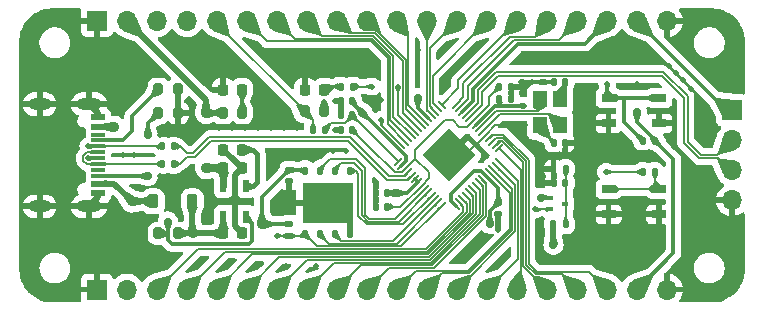
<source format=gtl>
%TF.GenerationSoftware,KiCad,Pcbnew,8.0.4*%
%TF.CreationDate,2024-09-04T11:41:35+08:00*%
%TF.ProjectId,UINIO-MCU-RP2040,55494e49-4f2d-44d4-9355-2d5250323034,Version 3.0.0*%
%TF.SameCoordinates,PX73394ecPY5396ed0*%
%TF.FileFunction,Copper,L1,Top*%
%TF.FilePolarity,Positive*%
%FSLAX46Y46*%
G04 Gerber Fmt 4.6, Leading zero omitted, Abs format (unit mm)*
G04 Created by KiCad (PCBNEW 8.0.4) date 2024-09-04 11:41:35*
%MOMM*%
%LPD*%
G01*
G04 APERTURE LIST*
G04 Aperture macros list*
%AMRoundRect*
0 Rectangle with rounded corners*
0 $1 Rounding radius*
0 $2 $3 $4 $5 $6 $7 $8 $9 X,Y pos of 4 corners*
0 Add a 4 corners polygon primitive as box body*
4,1,4,$2,$3,$4,$5,$6,$7,$8,$9,$2,$3,0*
0 Add four circle primitives for the rounded corners*
1,1,$1+$1,$2,$3*
1,1,$1+$1,$4,$5*
1,1,$1+$1,$6,$7*
1,1,$1+$1,$8,$9*
0 Add four rect primitives between the rounded corners*
20,1,$1+$1,$2,$3,$4,$5,0*
20,1,$1+$1,$4,$5,$6,$7,0*
20,1,$1+$1,$6,$7,$8,$9,0*
20,1,$1+$1,$8,$9,$2,$3,0*%
%AMRotRect*
0 Rectangle, with rotation*
0 The origin of the aperture is its center*
0 $1 length*
0 $2 width*
0 $3 Rotation angle, in degrees counterclockwise*
0 Add horizontal line*
21,1,$1,$2,0,0,$3*%
G04 Aperture macros list end*
%TA.AperFunction,ComponentPad*%
%ADD10O,2.100000X1.000000*%
%TD*%
%TA.AperFunction,ComponentPad*%
%ADD11O,1.900000X1.000000*%
%TD*%
%TA.AperFunction,SMDPad,CuDef*%
%ADD12R,1.150000X0.600000*%
%TD*%
%TA.AperFunction,SMDPad,CuDef*%
%ADD13R,1.150000X0.300000*%
%TD*%
%TA.AperFunction,SMDPad,CuDef*%
%ADD14RoundRect,0.225000X-0.225000X-0.250000X0.225000X-0.250000X0.225000X0.250000X-0.225000X0.250000X0*%
%TD*%
%TA.AperFunction,SMDPad,CuDef*%
%ADD15RoundRect,0.135000X-0.135000X-0.185000X0.135000X-0.185000X0.135000X0.185000X-0.135000X0.185000X0*%
%TD*%
%TA.AperFunction,SMDPad,CuDef*%
%ADD16RoundRect,0.135000X0.135000X0.185000X-0.135000X0.185000X-0.135000X-0.185000X0.135000X-0.185000X0*%
%TD*%
%TA.AperFunction,SMDPad,CuDef*%
%ADD17RoundRect,0.125000X0.125000X-0.250000X0.125000X0.250000X-0.125000X0.250000X-0.125000X-0.250000X0*%
%TD*%
%TA.AperFunction,SMDPad,CuDef*%
%ADD18R,4.300000X3.400000*%
%TD*%
%TA.AperFunction,SMDPad,CuDef*%
%ADD19RoundRect,0.140000X-0.170000X0.140000X-0.170000X-0.140000X0.170000X-0.140000X0.170000X0.140000X0*%
%TD*%
%TA.AperFunction,SMDPad,CuDef*%
%ADD20RoundRect,0.140000X0.140000X0.170000X-0.140000X0.170000X-0.140000X-0.170000X0.140000X-0.170000X0*%
%TD*%
%TA.AperFunction,SMDPad,CuDef*%
%ADD21RoundRect,0.135000X-0.185000X0.135000X-0.185000X-0.135000X0.185000X-0.135000X0.185000X0.135000X0*%
%TD*%
%TA.AperFunction,SMDPad,CuDef*%
%ADD22RoundRect,0.225000X0.225000X0.250000X-0.225000X0.250000X-0.225000X-0.250000X0.225000X-0.250000X0*%
%TD*%
%TA.AperFunction,SMDPad,CuDef*%
%ADD23R,1.200000X0.650000*%
%TD*%
%TA.AperFunction,SMDPad,CuDef*%
%ADD24RoundRect,0.050000X0.309359X-0.238649X-0.238649X0.309359X-0.309359X0.238649X0.238649X-0.309359X0*%
%TD*%
%TA.AperFunction,SMDPad,CuDef*%
%ADD25RoundRect,0.050000X0.309359X0.238649X0.238649X0.309359X-0.309359X-0.238649X-0.238649X-0.309359X0*%
%TD*%
%TA.AperFunction,SMDPad,CuDef*%
%ADD26RotRect,3.200000X3.200000X135.000000*%
%TD*%
%TA.AperFunction,ComponentPad*%
%ADD27R,1.700000X1.700000*%
%TD*%
%TA.AperFunction,ComponentPad*%
%ADD28O,1.700000X1.700000*%
%TD*%
%TA.AperFunction,SMDPad,CuDef*%
%ADD29RoundRect,0.140000X-0.140000X-0.170000X0.140000X-0.170000X0.140000X0.170000X-0.140000X0.170000X0*%
%TD*%
%TA.AperFunction,SMDPad,CuDef*%
%ADD30R,1.200000X1.400000*%
%TD*%
%TA.AperFunction,SMDPad,CuDef*%
%ADD31R,0.510000X0.400000*%
%TD*%
%TA.AperFunction,SMDPad,CuDef*%
%ADD32RoundRect,0.200000X0.200000X0.275000X-0.200000X0.275000X-0.200000X-0.275000X0.200000X-0.275000X0*%
%TD*%
%TA.AperFunction,SMDPad,CuDef*%
%ADD33RoundRect,0.200000X-0.200000X-0.275000X0.200000X-0.275000X0.200000X0.275000X-0.200000X0.275000X0*%
%TD*%
%TA.AperFunction,SMDPad,CuDef*%
%ADD34R,0.600000X1.000000*%
%TD*%
%TA.AperFunction,SMDPad,CuDef*%
%ADD35RoundRect,0.225000X0.225000X0.375000X-0.225000X0.375000X-0.225000X-0.375000X0.225000X-0.375000X0*%
%TD*%
%TA.AperFunction,SMDPad,CuDef*%
%ADD36RoundRect,0.218750X-0.218750X-0.256250X0.218750X-0.256250X0.218750X0.256250X-0.218750X0.256250X0*%
%TD*%
%TA.AperFunction,ViaPad*%
%ADD37C,0.500000*%
%TD*%
%TA.AperFunction,ViaPad*%
%ADD38C,0.700000*%
%TD*%
%TA.AperFunction,ViaPad*%
%ADD39C,0.900000*%
%TD*%
%TA.AperFunction,Conductor*%
%ADD40C,0.500000*%
%TD*%
%TA.AperFunction,Conductor*%
%ADD41C,0.300000*%
%TD*%
%TA.AperFunction,Conductor*%
%ADD42C,0.200000*%
%TD*%
%TA.AperFunction,Conductor*%
%ADD43C,0.600000*%
%TD*%
%TA.AperFunction,Conductor*%
%ADD44C,0.400000*%
%TD*%
%TA.AperFunction,Conductor*%
%ADD45C,0.130000*%
%TD*%
%TA.AperFunction,Conductor*%
%ADD46C,0.150000*%
%TD*%
G04 APERTURE END LIST*
D10*
%TO.P,USB1,13,GND*%
%TO.N,GND*%
X1139000Y-8365000D03*
%TO.P,USB1,14,GND*%
X1139000Y-17015000D03*
D11*
%TO.P,USB1,15,GND*%
X-3061000Y-8365000D03*
%TO.P,USB1,16,GND*%
X-3061000Y-17015000D03*
D12*
%TO.P,USB1,A1B12,GND*%
X1901000Y-9490000D03*
%TO.P,USB1,A4B9,VBUS*%
%TO.N,/USB_5V*%
X1901000Y-10290000D03*
D13*
%TO.P,USB1,A5,CC1*%
%TO.N,Net-(USB1-CC1)*%
X1901000Y-11440000D03*
%TO.P,USB1,A6,DP1*%
%TO.N,Net-(USB1-DP1)*%
X1901000Y-12440000D03*
%TO.P,USB1,A7,DN1*%
%TO.N,Net-(USB1-DN1)*%
X1901000Y-12940000D03*
%TO.P,USB1,A8,SBU1*%
%TO.N,unconnected-(USB1-SBU1-PadA8)*%
X1901000Y-13940000D03*
D12*
%TO.P,USB1,B1A12,GND*%
%TO.N,GND*%
X1901000Y-15890000D03*
%TO.P,USB1,B4A9,VBUS*%
%TO.N,/USB_5V*%
X1901000Y-15090000D03*
D13*
%TO.P,USB1,B5,CC2*%
%TO.N,Net-(USB1-CC2)*%
X1901000Y-14440000D03*
%TO.P,USB1,B6,DP2*%
%TO.N,Net-(USB1-DP1)*%
X1901000Y-13440000D03*
%TO.P,USB1,B7,DN2*%
%TO.N,Net-(USB1-DN1)*%
X1901000Y-11940000D03*
%TO.P,USB1,B8,SBU2*%
%TO.N,unconnected-(USB1-SBU2-PadB8)*%
X1901000Y-10940000D03*
%TD*%
D14*
%TO.P,C3,1*%
%TO.N,GND*%
X12495000Y-12230000D03*
%TO.P,C3,2*%
%TO.N,Net-(U1-FB)*%
X14045000Y-12230000D03*
%TD*%
D15*
%TO.P,R11,1*%
%TO.N,/ADC_VREF*%
X20100000Y-10537500D03*
%TO.P,R11,2*%
%TO.N,/ADC_AVDD*%
X21120000Y-10537500D03*
%TD*%
D16*
%TO.P,R14,1*%
%TO.N,/VDD_3.3V*%
X49019028Y-11450000D03*
%TO.P,R14,2*%
%TO.N,/RUN*%
X47999028Y-11450000D03*
%TD*%
D17*
%TO.P,U2,1,~{CS}*%
%TO.N,/Boot_Select*%
X19405000Y-19400000D03*
%TO.P,U2,2,DO(IO1)*%
%TO.N,/QSPI_SD1*%
X20675000Y-19400000D03*
%TO.P,U2,3,IO2*%
%TO.N,/QSPI_SD2*%
X21945000Y-19400000D03*
%TO.P,U2,4,GND*%
%TO.N,GND*%
X23215000Y-19400000D03*
%TO.P,U2,5,DI(IO0)*%
%TO.N,/QSPI_SD0*%
X23215000Y-14000000D03*
%TO.P,U2,6,CLK*%
%TO.N,/QSPI_SCLK*%
X21945000Y-14000000D03*
%TO.P,U2,7,IO3*%
%TO.N,/QSPI_SD3*%
X20675000Y-14000000D03*
%TO.P,U2,8,VCC*%
%TO.N,/VDD_3.3V*%
X19405000Y-14000000D03*
D18*
%TO.P,U2,9,EP*%
%TO.N,GND*%
X21310000Y-16700000D03*
%TD*%
D19*
%TO.P,C10,1*%
%TO.N,/VDD_3.3V*%
X35780000Y-16710000D03*
%TO.P,C10,2*%
%TO.N,GND*%
X35780000Y-17670000D03*
%TD*%
D20*
%TO.P,C12,1*%
%TO.N,/VDD_3.3V*%
X23410000Y-8102500D03*
%TO.P,C12,2*%
%TO.N,GND*%
X22450000Y-8102500D03*
%TD*%
D16*
%TO.P,R10,1*%
%TO.N,Net-(Q1-D)*%
X41460000Y-18545000D03*
%TO.P,R10,2*%
%TO.N,/VDD_5V*%
X40440000Y-18545000D03*
%TD*%
D21*
%TO.P,R5,1*%
%TO.N,/VDD_3.3V*%
X18080000Y-18500000D03*
%TO.P,R5,2*%
%TO.N,/Boot_Select*%
X18080000Y-19520000D03*
%TD*%
D22*
%TO.P,C1,1*%
%TO.N,GND*%
X14045000Y-19305000D03*
%TO.P,C1,2*%
%TO.N,/VDD_5V*%
X12495000Y-19305000D03*
%TD*%
D20*
%TO.P,C4,1*%
%TO.N,GND*%
X41440000Y-11620000D03*
%TO.P,C4,2*%
%TO.N,Net-(C4-Pad2)*%
X40480000Y-11620000D03*
%TD*%
D23*
%TO.P,SW1,1,1*%
%TO.N,/RUN*%
X45100000Y-7847720D03*
%TO.P,SW1,2,2*%
X49400000Y-7847720D03*
%TO.P,SW1,3,3*%
%TO.N,GND*%
X45100000Y-9997720D03*
%TO.P,SW1,4,4*%
X49400000Y-9997720D03*
%TD*%
D20*
%TO.P,C9,1*%
%TO.N,+1V1*%
X26360000Y-17050000D03*
%TO.P,C9,2*%
%TO.N,GND*%
X25400000Y-17050000D03*
%TD*%
D24*
%TO.P,U3,1,IOVDD*%
%TO.N,/VDD_3.3V*%
X32149236Y-16964157D03*
%TO.P,U3,2,GPIO0*%
%TO.N,/GPIO0*%
X32432079Y-16681314D03*
%TO.P,U3,3,GPIO1*%
%TO.N,/GPIO1*%
X32714921Y-16398472D03*
%TO.P,U3,4,GPIO2*%
%TO.N,/GPIO2*%
X32997764Y-16115629D03*
%TO.P,U3,5,GPIO3*%
%TO.N,/GPIO3*%
X33280607Y-15832786D03*
%TO.P,U3,6,GPIO4*%
%TO.N,/GPIO4*%
X33563449Y-15549944D03*
%TO.P,U3,7,GPIO5*%
%TO.N,/GPIO5*%
X33846292Y-15267101D03*
%TO.P,U3,8,GPIO6*%
%TO.N,/GPIO6*%
X34129135Y-14984258D03*
%TO.P,U3,9,GPIO7*%
%TO.N,/GPIO7*%
X34411978Y-14701415D03*
%TO.P,U3,10,IOVDD*%
%TO.N,/VDD_3.3V*%
X34694820Y-14418573D03*
%TO.P,U3,11,GPIO8*%
%TO.N,/GPIO8*%
X34977663Y-14135730D03*
%TO.P,U3,12,GPIO9*%
%TO.N,/GPIO9*%
X35260506Y-13852887D03*
%TO.P,U3,13,GPIO10*%
%TO.N,/GPIO10*%
X35543348Y-13570045D03*
%TO.P,U3,14,GPIO11*%
%TO.N,/GPIO11*%
X35826191Y-13287202D03*
D25*
%TO.P,U3,15,GPIO12*%
%TO.N,/GPIO12*%
X35826191Y-12102798D03*
%TO.P,U3,16,GPIO13*%
%TO.N,/GPIO13*%
X35543348Y-11819955D03*
%TO.P,U3,17,GPIO14*%
%TO.N,/GPIO14*%
X35260506Y-11537113D03*
%TO.P,U3,18,GPIO15*%
%TO.N,/GPIO15*%
X34977663Y-11254270D03*
%TO.P,U3,19,TESTEN*%
%TO.N,GND*%
X34694820Y-10971427D03*
%TO.P,U3,20,XIN*%
%TO.N,Net-(U3-XIN)*%
X34411978Y-10688585D03*
%TO.P,U3,21,XOUT*%
%TO.N,Net-(U3-XOUT)*%
X34129135Y-10405742D03*
%TO.P,U3,22,IOVDD*%
%TO.N,/VDD_3.3V*%
X33846292Y-10122899D03*
%TO.P,U3,23,DVDD*%
%TO.N,+1V1*%
X33563449Y-9840056D03*
%TO.P,U3,24,SWCLK*%
%TO.N,Net-(J3-Pin_3)*%
X33280607Y-9557214D03*
%TO.P,U3,25,SWD*%
%TO.N,Net-(J3-Pin_2)*%
X32997764Y-9274371D03*
%TO.P,U3,26,RUN*%
%TO.N,/RUN*%
X32714921Y-8991528D03*
%TO.P,U3,27,GPIO16*%
%TO.N,/GPIO16*%
X32432079Y-8708686D03*
%TO.P,U3,28,GPIO17*%
%TO.N,/GPIO17*%
X32149236Y-8425843D03*
D24*
%TO.P,U3,29,GPIO18*%
%TO.N,/GPIO18*%
X30964832Y-8425843D03*
%TO.P,U3,30,GPIO19*%
%TO.N,/GPIO19*%
X30681989Y-8708686D03*
%TO.P,U3,31,GPIO20*%
%TO.N,/GPIO20*%
X30399147Y-8991528D03*
%TO.P,U3,32,GPIO21*%
%TO.N,/GPIO21*%
X30116304Y-9274371D03*
%TO.P,U3,33,IOVDD*%
%TO.N,/VDD_3.3V*%
X29833461Y-9557214D03*
%TO.P,U3,34,GPIO22*%
%TO.N,/GPIO22*%
X29550619Y-9840056D03*
%TO.P,U3,35,GPIO23*%
%TO.N,/GPIO23*%
X29267776Y-10122899D03*
%TO.P,U3,36,GPIO24*%
%TO.N,/GPIO24*%
X28984933Y-10405742D03*
%TO.P,U3,37,GPIO25*%
%TO.N,/GPIO25*%
X28702090Y-10688585D03*
%TO.P,U3,38,GPIO26_ADC0*%
%TO.N,/GPIO26_ADC0*%
X28419248Y-10971427D03*
%TO.P,U3,39,GPIO27_ADC1*%
%TO.N,/GPIO27_ADC1*%
X28136405Y-11254270D03*
%TO.P,U3,40,GPIO28_ADC2*%
%TO.N,/GPIO28_ADC2*%
X27853562Y-11537113D03*
%TO.P,U3,41,GPIO29_ADC3*%
%TO.N,/GPIO29_ADC3*%
X27570720Y-11819955D03*
%TO.P,U3,42,IOVDD*%
%TO.N,/VDD_3.3V*%
X27287877Y-12102798D03*
D25*
%TO.P,U3,43,ADC_AVDD*%
%TO.N,/ADC_AVDD*%
X27287877Y-13287202D03*
%TO.P,U3,44,VREG_IN*%
%TO.N,/VDD_3.3V*%
X27570720Y-13570045D03*
%TO.P,U3,45,VREG_VOUT*%
%TO.N,+1V1*%
X27853562Y-13852887D03*
%TO.P,U3,46,USB_DM*%
%TO.N,/USB_Data-*%
X28136405Y-14135730D03*
%TO.P,U3,47,USB_DP*%
%TO.N,/USB_Data+*%
X28419248Y-14418573D03*
%TO.P,U3,48,USB_VDD*%
%TO.N,/VDD_3.3V*%
X28702090Y-14701415D03*
%TO.P,U3,49,IOVDD*%
X28984933Y-14984258D03*
%TO.P,U3,50,DVDD*%
%TO.N,+1V1*%
X29267776Y-15267101D03*
%TO.P,U3,51,QSPI_SD3*%
%TO.N,/QSPI_SD3*%
X29550619Y-15549944D03*
%TO.P,U3,52,QSPI_SCLK*%
%TO.N,/QSPI_SCLK*%
X29833461Y-15832786D03*
%TO.P,U3,53,QSPI_SD0*%
%TO.N,/QSPI_SD0*%
X30116304Y-16115629D03*
%TO.P,U3,54,QSPI_SD2*%
%TO.N,/QSPI_SD2*%
X30399147Y-16398472D03*
%TO.P,U3,55,QSPI_SD1*%
%TO.N,/QSPI_SD1*%
X30681989Y-16681314D03*
%TO.P,U3,56,QSPI_SS*%
%TO.N,/Boot_Select*%
X30964832Y-16964157D03*
D26*
%TO.P,U3,57,GND*%
%TO.N,GND*%
X31557034Y-12695000D03*
%TD*%
D27*
%TO.P,J3,1,Pin_1*%
%TO.N,/VDD_3.3V*%
X55550000Y-8895000D03*
D28*
%TO.P,J3,2,Pin_2*%
%TO.N,Net-(J3-Pin_2)*%
X55550000Y-11435000D03*
%TO.P,J3,3,Pin_3*%
%TO.N,Net-(J3-Pin_3)*%
X55550000Y-13975000D03*
%TO.P,J3,4,Pin_4*%
%TO.N,GND*%
X55550000Y-16515000D03*
%TD*%
D27*
%TO.P,J2,1,Pin_1*%
%TO.N,GND*%
X1800000Y-1340000D03*
D28*
%TO.P,J2,2,Pin_2*%
%TO.N,/VDD_3.3V*%
X4340000Y-1340000D03*
%TO.P,J2,3,Pin_3*%
%TO.N,GND*%
X6880000Y-1340000D03*
%TO.P,J2,4,Pin_4*%
%TO.N,/LDO_EN*%
X9420000Y-1340000D03*
%TO.P,J2,5,Pin_5*%
%TO.N,/ADC_VREF*%
X11960000Y-1340000D03*
%TO.P,J2,6,Pin_6*%
%TO.N,/GPIO28_ADC2*%
X14500000Y-1340000D03*
%TO.P,J2,7,Pin_7*%
%TO.N,/GPIO27_ADC1*%
X17040000Y-1340000D03*
%TO.P,J2,8,Pin_8*%
%TO.N,/GPIO26_ADC0*%
X19580000Y-1340000D03*
%TO.P,J2,9,Pin_9*%
%TO.N,/GPIO24*%
X22120000Y-1340000D03*
%TO.P,J2,10,Pin_10*%
%TO.N,/GPIO23*%
X24660000Y-1340000D03*
%TO.P,J2,11,Pin_11*%
%TO.N,/GPIO22*%
X27200000Y-1340000D03*
%TO.P,J2,12,Pin_12*%
%TO.N,/GPIO21*%
X29740000Y-1340000D03*
%TO.P,J2,13,Pin_13*%
%TO.N,/GPIO20*%
X32280000Y-1340000D03*
%TO.P,J2,14,Pin_14*%
%TO.N,/GPIO19*%
X34820000Y-1340000D03*
%TO.P,J2,15,Pin_15*%
%TO.N,/GPIO18*%
X37360000Y-1340000D03*
%TO.P,J2,16,Pin_16*%
%TO.N,/GPIO17*%
X39900000Y-1340000D03*
%TO.P,J2,17,Pin_17*%
%TO.N,/GPIO16*%
X42440000Y-1340000D03*
%TO.P,J2,18,Pin_18*%
%TO.N,/RUN*%
X44980000Y-1340000D03*
%TO.P,J2,19,Pin_19*%
%TO.N,/VDD_3.3V*%
X47520000Y-1340000D03*
%TO.P,J2,20,Pin_20*%
%TO.N,GND*%
X50060000Y-1340000D03*
%TD*%
D29*
%TO.P,C17,1*%
%TO.N,/VDD_3.3V*%
X35869028Y-7910000D03*
%TO.P,C17,2*%
%TO.N,GND*%
X36829028Y-7910000D03*
%TD*%
D16*
%TO.P,R7,1*%
%TO.N,/USB_Data-*%
X8320000Y-11940000D03*
%TO.P,R7,2*%
%TO.N,Net-(USB1-DN1)*%
X7300000Y-11940000D03*
%TD*%
D23*
%TO.P,SW2,1,1*%
%TO.N,Net-(R13-Pad2)*%
X45100000Y-15552569D03*
%TO.P,SW2,2,2*%
X49400000Y-15552569D03*
%TO.P,SW2,3,3*%
%TO.N,GND*%
X45100000Y-17702569D03*
%TO.P,SW2,4,4*%
X49400000Y-17702569D03*
%TD*%
D29*
%TO.P,C7,1*%
%TO.N,+1V1*%
X35869028Y-6880000D03*
%TO.P,C7,2*%
%TO.N,GND*%
X36829028Y-6880000D03*
%TD*%
D30*
%TO.P,Y1,1,1*%
%TO.N,Net-(U3-XOUT)*%
X39320000Y-7960000D03*
%TO.P,Y1,2,2*%
%TO.N,Net-(C4-Pad2)*%
X39320000Y-10160000D03*
%TO.P,Y1,3,3*%
%TO.N,Net-(U3-XIN)*%
X41020000Y-10160000D03*
%TO.P,Y1,4,4*%
%TO.N,Net-(C5-Pad2)*%
X41020000Y-7960000D03*
%TD*%
D29*
%TO.P,C5,1*%
%TO.N,GND*%
X40480000Y-6500000D03*
%TO.P,C5,2*%
%TO.N,Net-(C5-Pad2)*%
X41440000Y-6500000D03*
%TD*%
D20*
%TO.P,C15,1*%
%TO.N,/ADC_AVDD*%
X23410000Y-9325000D03*
%TO.P,C15,2*%
%TO.N,GND*%
X22450000Y-9325000D03*
%TD*%
%TO.P,C8,1*%
%TO.N,+1V1*%
X23410000Y-10547500D03*
%TO.P,C8,2*%
%TO.N,GND*%
X22450000Y-10547500D03*
%TD*%
D15*
%TO.P,R8,1*%
%TO.N,Net-(D3-A)*%
X22420000Y-6870000D03*
%TO.P,R8,2*%
%TO.N,/GPIO25*%
X23440000Y-6870000D03*
%TD*%
D31*
%TO.P,Q1,1,G*%
%TO.N,/VDD_3.3V*%
X40165000Y-16283332D03*
%TO.P,Q1,2,S*%
%TO.N,/GPIO29_ADC3*%
X40165000Y-17283332D03*
%TO.P,Q1,3,D*%
%TO.N,Net-(Q1-D)*%
X41455000Y-16783332D03*
%TD*%
D32*
%TO.P,R1,1*%
%TO.N,/VDD_5V*%
X8645000Y-19305000D03*
%TO.P,R1,2*%
%TO.N,/LDO_EN*%
X6995000Y-19305000D03*
%TD*%
D22*
%TO.P,C2,1*%
%TO.N,GND*%
X14045000Y-13790000D03*
%TO.P,C2,2*%
%TO.N,/VDD_3.3V*%
X12495000Y-13790000D03*
%TD*%
D33*
%TO.P,R3,1*%
%TO.N,Net-(USB1-CC2)*%
X6995000Y-9090000D03*
%TO.P,R3,2*%
%TO.N,GND*%
X8645000Y-9090000D03*
%TD*%
D34*
%TO.P,U1,1,IN*%
%TO.N,/VDD_5V*%
X12500000Y-17910000D03*
%TO.P,U1,2,GND*%
%TO.N,GND*%
X13450000Y-17910000D03*
%TO.P,U1,3,EN*%
%TO.N,/LDO_EN*%
X14400000Y-17910000D03*
%TO.P,U1,4,FB*%
%TO.N,Net-(U1-FB)*%
X14400000Y-15310000D03*
%TO.P,U1,5,OUT*%
%TO.N,/VDD_3.3V*%
X12500000Y-15310000D03*
%TD*%
D35*
%TO.P,D1,1,K*%
%TO.N,/VDD_5V*%
X9870000Y-16600000D03*
%TO.P,D1,2,A*%
%TO.N,/USB_5V*%
X6570000Y-16600000D03*
%TD*%
D19*
%TO.P,C6,1*%
%TO.N,/VDD_3.3V*%
X18070000Y-13920000D03*
%TO.P,C6,2*%
%TO.N,GND*%
X18070000Y-14880000D03*
%TD*%
D36*
%TO.P,D3,1,K*%
%TO.N,GND*%
X19422500Y-7130000D03*
%TO.P,D3,2,A*%
%TO.N,Net-(D3-A)*%
X20997500Y-7130000D03*
%TD*%
D15*
%TO.P,R13,1*%
%TO.N,/Boot_Select*%
X47999028Y-14100000D03*
%TO.P,R13,2*%
%TO.N,Net-(R13-Pad2)*%
X49019028Y-14100000D03*
%TD*%
D36*
%TO.P,D2,1,K*%
%TO.N,GND*%
X12482500Y-7130000D03*
%TO.P,D2,2,A*%
%TO.N,Net-(D2-A)*%
X14057500Y-7130000D03*
%TD*%
D16*
%TO.P,R6,1*%
%TO.N,/USB_Data+*%
X8320000Y-13440000D03*
%TO.P,R6,2*%
%TO.N,Net-(USB1-DP1)*%
X7300000Y-13440000D03*
%TD*%
D15*
%TO.P,R9,1*%
%TO.N,GND*%
X40440000Y-13860000D03*
%TO.P,R9,2*%
%TO.N,Net-(Q1-D)*%
X41460000Y-13860000D03*
%TD*%
D32*
%TO.P,R12,1*%
%TO.N,/VDD_3.3V*%
X21015000Y-8983750D03*
%TO.P,R12,2*%
%TO.N,/ADC_VREF*%
X19365000Y-8983750D03*
%TD*%
D27*
%TO.P,J1,1,Pin_1*%
%TO.N,GND*%
X1800000Y-24060000D03*
D28*
%TO.P,J1,2,Pin_2*%
%TO.N,/VDD_5V*%
X4340000Y-24060000D03*
%TO.P,J1,3,Pin_3*%
%TO.N,/GPIO0*%
X6880000Y-24060000D03*
%TO.P,J1,4,Pin_4*%
%TO.N,/GPIO1*%
X9420000Y-24060000D03*
%TO.P,J1,5,Pin_5*%
%TO.N,/GPIO2*%
X11960000Y-24060000D03*
%TO.P,J1,6,Pin_6*%
%TO.N,/GPIO3*%
X14500000Y-24060000D03*
%TO.P,J1,7,Pin_7*%
%TO.N,/GPIO4*%
X17040000Y-24060000D03*
%TO.P,J1,8,Pin_8*%
%TO.N,/GPIO5*%
X19580000Y-24060000D03*
%TO.P,J1,9,Pin_9*%
%TO.N,/GPIO6*%
X22120000Y-24060000D03*
%TO.P,J1,10,Pin_10*%
%TO.N,/GPIO7*%
X24660000Y-24060000D03*
%TO.P,J1,11,Pin_11*%
%TO.N,/GPIO8*%
X27200000Y-24060000D03*
%TO.P,J1,12,Pin_12*%
%TO.N,/GPIO9*%
X29740000Y-24060000D03*
%TO.P,J1,13,Pin_13*%
%TO.N,/GPIO10*%
X32280000Y-24060000D03*
%TO.P,J1,14,Pin_14*%
%TO.N,/GPIO11*%
X34820000Y-24060000D03*
%TO.P,J1,15,Pin_15*%
%TO.N,/GPIO12*%
X37360000Y-24060000D03*
%TO.P,J1,16,Pin_16*%
%TO.N,/GPIO13*%
X39900000Y-24060000D03*
%TO.P,J1,17,Pin_17*%
%TO.N,/GPIO14*%
X42440000Y-24060000D03*
%TO.P,J1,18,Pin_18*%
%TO.N,/GPIO15*%
X44980000Y-24060000D03*
%TO.P,J1,19,Pin_19*%
%TO.N,/VDD_3.3V*%
X47520000Y-24060000D03*
%TO.P,J1,20,Pin_20*%
%TO.N,GND*%
X50060000Y-24060000D03*
%TD*%
D33*
%TO.P,R2,1*%
%TO.N,Net-(USB1-CC1)*%
X6995000Y-7090000D03*
%TO.P,R2,2*%
%TO.N,GND*%
X8645000Y-7090000D03*
%TD*%
D32*
%TO.P,R4,1*%
%TO.N,Net-(D2-A)*%
X14095000Y-9090000D03*
%TO.P,R4,2*%
%TO.N,/VDD_3.3V*%
X12445000Y-9090000D03*
%TD*%
D29*
%TO.P,C16,1*%
%TO.N,GND*%
X40490000Y-15031666D03*
%TO.P,C16,2*%
%TO.N,Net-(Q1-D)*%
X41450000Y-15031666D03*
%TD*%
D20*
%TO.P,C11,1*%
%TO.N,/VDD_3.3V*%
X26360000Y-15900000D03*
%TO.P,C11,2*%
%TO.N,GND*%
X25400000Y-15900000D03*
%TD*%
D37*
%TO.N,GND*%
X51439028Y-6350000D03*
X25390000Y-15010000D03*
X31090000Y-3810000D03*
X16990000Y-17480000D03*
X25830000Y-8030000D03*
X21799028Y-12300000D03*
X33528000Y-3810000D03*
X8659028Y-10950000D03*
X17000000Y-8000000D03*
X10179028Y-10010000D03*
X52849028Y-7920000D03*
X13000000Y-5000000D03*
X21000000Y-5000000D03*
X16980000Y-16690000D03*
X12119028Y-10380000D03*
X20320000Y-22098000D03*
X37669028Y-6490000D03*
X15419028Y-10380000D03*
X37390000Y-10150000D03*
X11820000Y-16530000D03*
X4889028Y-12700000D03*
X8659028Y-14430000D03*
X17399028Y-12300000D03*
X22899028Y-12300000D03*
X7089028Y-14430000D03*
X35780000Y-19000000D03*
X18719028Y-10380000D03*
X18499028Y-12300000D03*
X53489028Y-15310000D03*
X10179028Y-10950000D03*
X39225829Y-18996801D03*
X16519028Y-10380000D03*
X38050000Y-10150000D03*
X53489028Y-10190000D03*
X17619028Y-10380000D03*
X19599028Y-12300000D03*
X39559028Y-6500000D03*
X20699028Y-12300000D03*
X4009028Y-12700000D03*
X17720000Y-16690000D03*
X14000000Y-5000000D03*
X16299028Y-12300000D03*
X52619028Y-15310000D03*
X7089028Y-10950000D03*
X28956000Y-3810000D03*
X11040000Y-15120000D03*
X18000000Y-5000000D03*
X13270000Y-13020000D03*
X13219028Y-10380000D03*
X12700000Y-22098000D03*
X10160000Y-22098000D03*
X32766000Y-21500000D03*
X50199028Y-5120000D03*
X51349028Y-12620000D03*
X52619028Y-10190000D03*
X21900000Y-10540000D03*
X50789028Y-5700000D03*
X14319028Y-10380000D03*
X17780000Y-22098000D03*
X16000000Y-8000000D03*
X21900000Y-8100000D03*
X52109028Y-7070000D03*
X24000000Y-5000000D03*
X38599028Y-6500000D03*
X47509028Y-6640000D03*
X36068000Y-21500000D03*
X50679028Y-11970000D03*
X15240000Y-22098000D03*
D38*
%TO.N,/VDD_3.3V*%
X35050000Y-18500000D03*
D39*
X11040000Y-9090000D03*
D38*
X47520000Y-9070000D03*
X28980000Y-7840000D03*
D37*
X21015000Y-8140000D03*
D39*
X15760000Y-18500000D03*
D37*
X37920000Y-8505000D03*
D38*
X24270000Y-9090000D03*
X39365000Y-16285000D03*
D39*
X11040000Y-13780000D03*
D38*
X27120000Y-15900000D03*
D39*
%TO.N,/VDD_5V*%
X9879028Y-19305000D03*
D38*
X40440000Y-20260000D03*
D37*
%TO.N,/GPIO25*%
X27275000Y-6870000D03*
X25090000Y-6870000D03*
D38*
%TO.N,/LDO_EN*%
X7809028Y-18300000D03*
D37*
%TO.N,/RUN*%
X44989028Y-6640000D03*
%TO.N,/GPIO29_ADC3*%
X38859028Y-17270000D03*
X25850000Y-9720000D03*
D38*
%TO.N,Net-(USB1-CC2)*%
X6090000Y-14430000D03*
X6090000Y-10950000D03*
D37*
%TO.N,/Boot_Select*%
X17000000Y-19510000D03*
X44899028Y-14100000D03*
D39*
%TO.N,/USB_5V*%
X4770000Y-16600000D03*
X3260000Y-10290000D03*
D37*
%TO.N,Net-(USB1-DN1)*%
X1052485Y-12947516D03*
X1050000Y-11940000D03*
%TD*%
D40*
%TO.N,GND*%
X21907500Y-10547500D02*
X21900000Y-10540000D01*
X13270000Y-13020000D02*
X13270000Y-13005000D01*
X35780000Y-17670000D02*
X35780000Y-19000000D01*
X13270000Y-13005000D02*
X12495000Y-12230000D01*
D41*
X39559028Y-6500000D02*
X40480000Y-6500000D01*
D42*
X37390000Y-10150000D02*
X35516247Y-10150000D01*
D40*
X11830000Y-16540000D02*
X11820000Y-16530000D01*
X13450000Y-16540000D02*
X11830000Y-16540000D01*
X1901000Y-15890000D02*
X1901000Y-16253000D01*
X21900000Y-8100000D02*
X21902500Y-8102500D01*
D41*
X37679028Y-6500000D02*
X37669028Y-6490000D01*
D40*
X22450000Y-9325000D02*
X22450000Y-8102500D01*
D42*
X34694820Y-10971427D02*
X32971247Y-12695000D01*
D40*
X13450000Y-18710000D02*
X13450000Y-17910000D01*
D41*
X39559028Y-6500000D02*
X37679028Y-6500000D01*
D40*
X13285000Y-13020000D02*
X13270000Y-13020000D01*
X13450000Y-17910000D02*
X13450000Y-16540000D01*
X22450000Y-10547500D02*
X21907500Y-10547500D01*
X14045000Y-19305000D02*
X13450000Y-18710000D01*
X1901000Y-9490000D02*
X1901000Y-9127000D01*
X23215000Y-19400000D02*
X23215000Y-17435000D01*
X1901000Y-16253000D02*
X1139000Y-17015000D01*
X21902500Y-8102500D02*
X22450000Y-8102500D01*
X23215000Y-17435000D02*
X22480000Y-16700000D01*
X13450000Y-14385000D02*
X13450000Y-16540000D01*
X1901000Y-9127000D02*
X1139000Y-8365000D01*
X14045000Y-13780000D02*
X13285000Y-13020000D01*
D42*
X35516247Y-10150000D02*
X34694820Y-10971427D01*
D40*
X14045000Y-13790000D02*
X13450000Y-14385000D01*
D41*
%TO.N,/VDD_3.3V*%
X27950000Y-12764921D02*
X27950000Y-13190765D01*
X47520000Y-1340000D02*
X55075000Y-8895000D01*
D40*
X21015000Y-8140000D02*
X21015000Y-8983750D01*
D41*
X37915000Y-8510000D02*
X36049028Y-8510000D01*
X34296614Y-14020367D02*
X33678661Y-14020367D01*
X50589028Y-20990972D02*
X47520000Y-24060000D01*
X35869028Y-8430000D02*
X35789028Y-8510000D01*
X28069191Y-15900000D02*
X28984933Y-14984258D01*
X37920000Y-8505000D02*
X37915000Y-8510000D01*
X11040000Y-9090000D02*
X12445000Y-9090000D01*
D43*
X11050000Y-13790000D02*
X11040000Y-13780000D01*
D41*
X24290000Y-9100000D02*
X24290000Y-9090000D01*
D40*
X12495000Y-13790000D02*
X11050000Y-13790000D01*
D41*
X15760000Y-18500000D02*
X18080000Y-18500000D01*
X33678661Y-14020367D02*
X31729028Y-15970000D01*
X28980000Y-8703753D02*
X29833461Y-9557214D01*
X35780000Y-16710000D02*
X35050000Y-17440000D01*
X47520000Y-9070000D02*
X47520000Y-9880972D01*
X47520000Y-9880972D02*
X49019028Y-11380000D01*
D40*
X39365000Y-16285000D02*
X39366668Y-16283332D01*
D41*
X18070000Y-13920000D02*
X19325000Y-13920000D01*
X34694820Y-14418573D02*
X35780000Y-15503753D01*
X35050000Y-17440000D02*
X35050000Y-18500000D01*
X15760000Y-16230000D02*
X18070000Y-13920000D01*
X35459191Y-8510000D02*
X33846292Y-10122899D01*
X27287877Y-12102798D02*
X27950000Y-12764921D01*
X36039028Y-8500000D02*
X36049028Y-8510000D01*
X31729028Y-15970000D02*
X31729028Y-16543949D01*
X39366668Y-16283332D02*
X40165000Y-16283332D01*
X27287877Y-12097877D02*
X24290000Y-9100000D01*
X49049028Y-11450000D02*
X50589028Y-12990000D01*
X35780000Y-15503753D02*
X35780000Y-16710000D01*
D40*
X11040000Y-8040000D02*
X4340000Y-1340000D01*
D43*
X12500000Y-15310000D02*
X12500000Y-13795000D01*
D41*
X35789028Y-8510000D02*
X35459191Y-8510000D01*
X26360000Y-15900000D02*
X27120000Y-15900000D01*
X50589028Y-12990000D02*
X50589028Y-20990972D01*
X31729028Y-16543949D02*
X32149236Y-16964157D01*
X34694820Y-14418573D02*
X34296614Y-14020367D01*
X27950000Y-13190765D02*
X27570720Y-13570045D01*
X35869028Y-7910000D02*
X35869028Y-8430000D01*
X23410000Y-8230000D02*
X24270000Y-9090000D01*
D40*
X11040000Y-9090000D02*
X11040000Y-8040000D01*
D41*
X36049028Y-8510000D02*
X35789028Y-8510000D01*
X27287877Y-12102798D02*
X27287877Y-12097877D01*
X28980000Y-7840000D02*
X28980000Y-8703753D01*
X28702090Y-14701415D02*
X28984933Y-14984258D01*
X15760000Y-18500000D02*
X15760000Y-16230000D01*
X27120000Y-15900000D02*
X28069191Y-15900000D01*
D40*
X19325000Y-13920000D02*
X19405000Y-14000000D01*
D44*
%TO.N,Net-(U1-FB)*%
X15360000Y-12600000D02*
X15360000Y-14950000D01*
X15360000Y-14950000D02*
X15000000Y-15310000D01*
X15000000Y-15310000D02*
X14400000Y-15310000D01*
X14990000Y-12230000D02*
X15360000Y-12600000D01*
X14045000Y-12230000D02*
X14990000Y-12230000D01*
D45*
%TO.N,Net-(C4-Pad2)*%
X39320000Y-10460000D02*
X40480000Y-11620000D01*
D42*
%TO.N,+1V1*%
X27484877Y-17050000D02*
X29267776Y-15267101D01*
X28740000Y-12250000D02*
X31250000Y-9740000D01*
X28740000Y-12990000D02*
X28740000Y-12966449D01*
X24846044Y-11986044D02*
X24846044Y-11997321D01*
X24846044Y-11997321D02*
X24857321Y-11997321D01*
X29880000Y-14130000D02*
X28740000Y-12990000D01*
X26990384Y-14130384D02*
X27576065Y-14130384D01*
X32445000Y-10290000D02*
X33113505Y-10290000D01*
X33113505Y-10290000D02*
X33563449Y-9840056D01*
X27576065Y-14130384D02*
X27853562Y-13852887D01*
X29880000Y-14654877D02*
X29880000Y-14130000D01*
X28740000Y-12966449D02*
X28740000Y-12250000D01*
X26360000Y-17050000D02*
X27484877Y-17050000D01*
X29267776Y-15267101D02*
X29880000Y-14654877D01*
X24857321Y-11997321D02*
X26990384Y-14130384D01*
X23410000Y-10550000D02*
X24846044Y-11986044D01*
X27853562Y-13852887D02*
X28740000Y-12966449D01*
X35009028Y-8394477D02*
X35009028Y-7740000D01*
X31895000Y-9740000D02*
X32445000Y-10290000D01*
X35009028Y-7740000D02*
X35869028Y-6880000D01*
X33563449Y-9840056D02*
X35009028Y-8394477D01*
X31250000Y-9740000D02*
X31895000Y-9740000D01*
%TO.N,/ADC_AVDD*%
X27287877Y-13202877D02*
X23410000Y-9325000D01*
X21620000Y-9940000D02*
X21120000Y-10440000D01*
X23410000Y-9325000D02*
X22795000Y-9940000D01*
X22795000Y-9940000D02*
X21620000Y-9940000D01*
X27287877Y-13287202D02*
X27287877Y-13202877D01*
%TO.N,Net-(Q1-D)*%
X41460000Y-18545000D02*
X41460000Y-13860000D01*
D40*
%TO.N,/VDD_5V*%
X9870000Y-19204028D02*
X9870000Y-16600000D01*
X8645000Y-19305000D02*
X12495000Y-19305000D01*
X12500000Y-17910000D02*
X12500000Y-19300000D01*
X40440000Y-20260000D02*
X40440000Y-18545000D01*
X9769028Y-19305000D02*
X9870000Y-19204028D01*
D41*
%TO.N,Net-(D2-A)*%
X14095000Y-9090000D02*
X14095000Y-7167500D01*
D42*
%TO.N,/GPIO25*%
X27275000Y-6870000D02*
X27275000Y-9261495D01*
X27275000Y-9261495D02*
X28702090Y-10688585D01*
X23440000Y-6870000D02*
X25090000Y-6870000D01*
D45*
%TO.N,/GPIO0*%
X29619028Y-20630000D02*
X10310000Y-20630000D01*
X32790000Y-17459028D02*
X29619028Y-20630000D01*
X32790000Y-17039235D02*
X32790000Y-17459028D01*
X32432079Y-16681314D02*
X32790000Y-17039235D01*
X10310000Y-20630000D02*
X6880000Y-24060000D01*
%TO.N,/GPIO1*%
X12620000Y-20860000D02*
X9420000Y-24060000D01*
X33080000Y-16763551D02*
X33080000Y-17494298D01*
X33080000Y-17494298D02*
X29714298Y-20860000D01*
X32714921Y-16398472D02*
X33080000Y-16763551D01*
X29714298Y-20860000D02*
X12620000Y-20860000D01*
%TO.N,/GPIO2*%
X14930000Y-21090000D02*
X11960000Y-24060000D01*
X33340000Y-17559567D02*
X29809567Y-21090000D01*
X32997764Y-16115629D02*
X33340000Y-16457865D01*
X33340000Y-16457865D02*
X33340000Y-17559567D01*
X29809567Y-21090000D02*
X14930000Y-21090000D01*
%TO.N,/GPIO3*%
X29904836Y-21320000D02*
X17240000Y-21320000D01*
X33610000Y-17614836D02*
X29904836Y-21320000D01*
X33280607Y-15832786D02*
X33610000Y-16162179D01*
X17240000Y-21320000D02*
X14500000Y-24060000D01*
X33610000Y-16162179D02*
X33610000Y-17614836D01*
%TO.N,/GPIO4*%
X19550000Y-21550000D02*
X17040000Y-24060000D01*
X33890000Y-17660105D02*
X30000105Y-21550000D01*
X33890000Y-15876495D02*
X33890000Y-17660105D01*
X30000105Y-21550000D02*
X19550000Y-21550000D01*
X33563449Y-15549944D02*
X33890000Y-15876495D01*
%TO.N,/GPIO5*%
X21860000Y-21780000D02*
X19580000Y-24060000D01*
X30095374Y-21780000D02*
X21860000Y-21780000D01*
X34180000Y-15600809D02*
X34180000Y-17695374D01*
X34180000Y-17695374D02*
X30095374Y-21780000D01*
X33846292Y-15267101D02*
X34180000Y-15600809D01*
%TO.N,/GPIO6*%
X34460000Y-17740643D02*
X30190643Y-22010000D01*
X30190643Y-22010000D02*
X24170000Y-22010000D01*
X34460000Y-15315123D02*
X34460000Y-17740643D01*
X34129135Y-14984258D02*
X34460000Y-15315123D01*
X24170000Y-22010000D02*
X22120000Y-24060000D01*
%TO.N,/GPIO7*%
X30285912Y-22240000D02*
X26480000Y-22240000D01*
X34710000Y-17815912D02*
X30285912Y-22240000D01*
X34411978Y-14701415D02*
X34710000Y-14999437D01*
X34710000Y-14999437D02*
X34710000Y-17815912D01*
X26480000Y-22240000D02*
X24660000Y-24060000D01*
%TO.N,/GPIO8*%
X36740000Y-15898067D02*
X36740000Y-18949460D01*
X30602153Y-22460000D02*
X30592152Y-22470000D01*
X28790000Y-22470000D02*
X27200000Y-24060000D01*
X34977663Y-14135730D02*
X36740000Y-15898067D01*
X30592152Y-22470000D02*
X28790000Y-22470000D01*
X36740000Y-18949460D02*
X33229460Y-22460000D01*
X33229460Y-22460000D02*
X30602153Y-22460000D01*
%TO.N,/GPIO9*%
X35260506Y-13852887D02*
X36970000Y-15562381D01*
X36970000Y-15562381D02*
X36970000Y-19044730D01*
X36970000Y-19044730D02*
X33324729Y-22690000D01*
X31004784Y-22690000D02*
X29740000Y-23954784D01*
X33324729Y-22690000D02*
X31004784Y-22690000D01*
%TO.N,/GPIO10*%
X35543348Y-13570045D02*
X37200000Y-15226697D01*
X37200000Y-15226697D02*
X37200000Y-19140000D01*
X37200000Y-19140000D02*
X32280000Y-24060000D01*
%TO.N,/GPIO11*%
X37430000Y-14891011D02*
X37430000Y-21450000D01*
X37430000Y-21450000D02*
X34820000Y-24060000D01*
X35826191Y-13287202D02*
X37430000Y-14891011D01*
%TO.N,/GPIO12*%
X35826191Y-12102798D02*
X37660000Y-13936607D01*
X37660000Y-13936607D02*
X37660000Y-23760000D01*
%TO.N,/GPIO13*%
X35843303Y-11520000D02*
X36120000Y-11520000D01*
X37890000Y-22050000D02*
X39900000Y-24060000D01*
X36120000Y-11520000D02*
X37890000Y-13290000D01*
X37890000Y-13290000D02*
X37890000Y-22050000D01*
X35543348Y-11819955D02*
X35843303Y-11520000D01*
%TO.N,/GPIO14*%
X35260506Y-11537113D02*
X35567619Y-11230000D01*
X35567619Y-11230000D02*
X36155269Y-11230000D01*
X38120000Y-21954730D02*
X38945270Y-22780000D01*
X38945270Y-22780000D02*
X41160000Y-22780000D01*
X41160000Y-22780000D02*
X42440000Y-24060000D01*
X38120000Y-13194731D02*
X38120000Y-21954730D01*
X36155269Y-11230000D02*
X38120000Y-13194731D01*
%TO.N,/GPIO15*%
X39040540Y-22550000D02*
X43470000Y-22550000D01*
X38350000Y-21859460D02*
X39040540Y-22550000D01*
X36200538Y-10950000D02*
X38350000Y-13099462D01*
X38350000Y-13099462D02*
X38350000Y-21859460D01*
X34977663Y-11254270D02*
X35281933Y-10950000D01*
X35281933Y-10950000D02*
X36200538Y-10950000D01*
X43470000Y-22550000D02*
X44980000Y-24060000D01*
D41*
%TO.N,/LDO_EN*%
X14660000Y-20210000D02*
X14940000Y-19930000D01*
X7809028Y-19360000D02*
X6990000Y-19360000D01*
X8149028Y-20210000D02*
X14660000Y-20210000D01*
X7809028Y-18300000D02*
X7809028Y-19360000D01*
X14940000Y-18450000D02*
X14400000Y-17910000D01*
X7809028Y-18300000D02*
X7809028Y-19870000D01*
X7809028Y-19870000D02*
X8149028Y-20210000D01*
X14940000Y-19930000D02*
X14940000Y-18450000D01*
D42*
%TO.N,/ADC_VREF*%
X20100000Y-10537500D02*
X20100000Y-9718750D01*
X20100000Y-9718750D02*
X19365000Y-8983750D01*
X19363750Y-8983750D02*
X11960000Y-1580000D01*
D45*
%TO.N,/GPIO28_ADC2*%
X16212635Y-3052635D02*
X14500000Y-1340000D01*
X25002095Y-3052635D02*
X16212635Y-3052635D01*
X27853562Y-11537113D02*
X26400000Y-10083551D01*
X26400000Y-4450540D02*
X25002095Y-3052635D01*
X26400000Y-10083551D02*
X26400000Y-4450540D01*
%TO.N,/GPIO27_ADC1*%
X18522635Y-2822635D02*
X17040000Y-1340000D01*
X25097365Y-2822635D02*
X18522635Y-2822635D01*
X28136405Y-11254270D02*
X26630000Y-9747865D01*
X26630000Y-4355270D02*
X25097365Y-2822635D01*
X26630000Y-9747865D02*
X26630000Y-4355270D01*
%TO.N,/GPIO26_ADC0*%
X26860000Y-9412179D02*
X26860000Y-4260000D01*
X20825000Y-2585000D02*
X19580000Y-1340000D01*
X26860000Y-4260000D02*
X25185000Y-2585000D01*
X25185000Y-2585000D02*
X20825000Y-2585000D01*
X28419248Y-10971427D02*
X26860000Y-9412179D01*
%TO.N,/GPIO24*%
X27690000Y-9110000D02*
X27690000Y-4715270D01*
X27690000Y-4715270D02*
X25329730Y-2355000D01*
X23135000Y-2355000D02*
X22120000Y-1340000D01*
X28984933Y-10404933D02*
X27690000Y-9110000D01*
X25329730Y-2355000D02*
X23135000Y-2355000D01*
%TO.N,/GPIO23*%
X27920000Y-4620000D02*
X24660000Y-1360000D01*
X29267776Y-10122899D02*
X27920000Y-8775123D01*
X27920000Y-8775123D02*
X27920000Y-4620000D01*
D41*
%TO.N,/RUN*%
X46399028Y-7847720D02*
X49400000Y-7847720D01*
X43070000Y-3250000D02*
X44980000Y-1340000D01*
X32714921Y-8991528D02*
X33599028Y-8107421D01*
X33599028Y-8107421D02*
X33599028Y-7070000D01*
X46399028Y-9850000D02*
X46399028Y-7847720D01*
X45100000Y-7847720D02*
X46399028Y-7847720D01*
X33599028Y-7070000D02*
X37419028Y-3250000D01*
X44989028Y-6640000D02*
X44989028Y-7736748D01*
X37419028Y-3250000D02*
X43070000Y-3250000D01*
X47999028Y-11450000D02*
X46399028Y-9850000D01*
D45*
%TO.N,/GPIO22*%
X29550619Y-9840056D02*
X28150000Y-8439437D01*
X28150000Y-2290000D02*
X27200000Y-1340000D01*
X28150000Y-8439437D02*
X28150000Y-2290000D01*
%TO.N,/GPIO21*%
X30116304Y-9274371D02*
X29740000Y-8898067D01*
X29740000Y-8898067D02*
X29740000Y-1340000D01*
%TO.N,/GPIO20*%
X29970000Y-8562381D02*
X29970000Y-3650000D01*
X29970000Y-3650000D02*
X32280000Y-1340000D01*
X30399147Y-8991528D02*
X29970000Y-8562381D01*
%TO.N,/GPIO19*%
X30200000Y-8226697D02*
X30200000Y-5960000D01*
X30200000Y-5960000D02*
X34820000Y-1340000D01*
X30681989Y-8708686D02*
X30200000Y-8226697D01*
%TO.N,/GPIO18*%
X30964832Y-8425843D02*
X32369028Y-7021647D01*
X32369028Y-6350000D02*
X37360000Y-1359028D01*
X32369028Y-7021647D02*
X32369028Y-6350000D01*
%TO.N,/GPIO17*%
X36729028Y-2670000D02*
X38895269Y-2670000D01*
X32809028Y-6590000D02*
X36729028Y-2670000D01*
X32809028Y-7770972D02*
X32809028Y-6590000D01*
X32154157Y-8425843D02*
X32809028Y-7770972D01*
X38895269Y-2670000D02*
X39900000Y-1665269D01*
%TO.N,/GPIO16*%
X40880000Y-2900000D02*
X37099028Y-2900000D01*
X33189028Y-7951737D02*
X32432079Y-8708686D01*
X37099028Y-2900000D02*
X33189028Y-6810000D01*
X42440000Y-1340000D02*
X40880000Y-2900000D01*
X33189028Y-6810000D02*
X33189028Y-7951737D01*
D42*
%TO.N,Net-(D3-A)*%
X22420000Y-6870000D02*
X21257500Y-6870000D01*
%TO.N,/GPIO29_ADC3*%
X25850000Y-10099235D02*
X27570720Y-11819955D01*
X38859028Y-17270000D02*
X40151668Y-17270000D01*
X25850000Y-9720000D02*
X25850000Y-10099235D01*
D41*
%TO.N,Net-(USB1-CC1)*%
X6995000Y-7135000D02*
X4770000Y-9360000D01*
X4770000Y-9360000D02*
X4770000Y-10649028D01*
X3979028Y-11440000D02*
X1901000Y-11440000D01*
X4770000Y-10649028D02*
X3979028Y-11440000D01*
%TO.N,Net-(USB1-CC2)*%
X6075000Y-14445000D02*
X1906000Y-14445000D01*
X6090000Y-9995000D02*
X6995000Y-9090000D01*
X6090000Y-14430000D02*
X6075000Y-14445000D01*
X6090000Y-10950000D02*
X6090000Y-9995000D01*
D46*
%TO.N,/USB_Data+*%
X10082488Y-12865000D02*
X11432488Y-11515000D01*
X26337512Y-14795000D02*
X28007466Y-14795000D01*
X8800001Y-13440000D02*
X9375001Y-12865000D01*
X28007466Y-14795000D02*
X28383893Y-14418573D01*
X23057512Y-11515000D02*
X26337512Y-14795000D01*
X8320000Y-13440000D02*
X8800001Y-13440000D01*
X11432488Y-11515000D02*
X23057512Y-11515000D01*
X9375001Y-12865000D02*
X10082488Y-12865000D01*
%TO.N,/USB_Data-*%
X11287512Y-11165000D02*
X23202488Y-11165000D01*
X8800001Y-11940000D02*
X9375001Y-12515000D01*
X27862490Y-14445000D02*
X28136405Y-14171085D01*
X8320000Y-11940000D02*
X8800001Y-11940000D01*
X26482488Y-14445000D02*
X27862490Y-14445000D01*
X9375001Y-12515000D02*
X9937512Y-12515000D01*
X9937512Y-12515000D02*
X11287512Y-11165000D01*
X23202488Y-11165000D02*
X26482488Y-14445000D01*
D45*
%TO.N,/QSPI_SD1*%
X27193303Y-20170000D02*
X30681989Y-16681314D01*
X21445000Y-20170000D02*
X27193303Y-20170000D01*
X20675000Y-19400000D02*
X21445000Y-20170000D01*
%TO.N,/QSPI_SD2*%
X26857619Y-19940000D02*
X30399147Y-16398472D01*
X21945000Y-19400000D02*
X22485000Y-19940000D01*
X22485000Y-19940000D02*
X26857619Y-19940000D01*
%TO.N,/QSPI_SD0*%
X23920001Y-17810000D02*
X24650002Y-18540000D01*
X24650002Y-18540000D02*
X27691933Y-18540000D01*
X27691933Y-18540000D02*
X30116304Y-16115629D01*
X23920000Y-14240000D02*
X23920001Y-17810000D01*
X23215000Y-14000000D02*
X23680000Y-14000000D01*
X23680000Y-14000000D02*
X23920000Y-14240000D01*
%TO.N,/QSPI_SCLK*%
X23540000Y-13350000D02*
X24210000Y-14020000D01*
X24210000Y-17774729D02*
X24745271Y-18310000D01*
X27356247Y-18310000D02*
X29833461Y-15832786D01*
X24210000Y-14020000D02*
X24210000Y-17774729D01*
X24745271Y-18310000D02*
X27356247Y-18310000D01*
X21945000Y-13895000D02*
X22490000Y-13350000D01*
X22490000Y-13350000D02*
X23540000Y-13350000D01*
%TO.N,/QSPI_SD3*%
X27020563Y-18080000D02*
X29550619Y-15549944D01*
X24510000Y-13810000D02*
X24510000Y-17749460D01*
X24510000Y-17749460D02*
X24840540Y-18080000D01*
X20675000Y-13855000D02*
X21520000Y-13010000D01*
X23710000Y-13010000D02*
X24510000Y-13810000D01*
X24840540Y-18080000D02*
X27020563Y-18080000D01*
X21520000Y-13010000D02*
X23710000Y-13010000D01*
D46*
%TO.N,Net-(U3-XIN)*%
X40160000Y-9180000D02*
X41020000Y-10040000D01*
X34411978Y-10688585D02*
X35920563Y-9180000D01*
X35920563Y-9180000D02*
X40160000Y-9180000D01*
%TO.N,Net-(U3-XOUT)*%
X39320000Y-8700000D02*
X39090000Y-8930000D01*
X39090000Y-8930000D02*
X35604877Y-8930000D01*
X39320000Y-7960000D02*
X39320000Y-8700000D01*
X35604877Y-8930000D02*
X34129135Y-10405742D01*
D42*
%TO.N,/Boot_Select*%
X17000000Y-19510000D02*
X17010000Y-19520000D01*
X18080000Y-19520000D02*
X19285000Y-19520000D01*
D45*
X20405000Y-20400000D02*
X27528989Y-20400000D01*
D42*
X44899028Y-14100000D02*
X47999028Y-14100000D01*
X17010000Y-19520000D02*
X18080000Y-19520000D01*
D45*
X19405000Y-19400000D02*
X20405000Y-20400000D01*
X27528989Y-20400000D02*
X30964832Y-16964157D01*
%TO.N,Net-(C5-Pad2)*%
X41440000Y-6500000D02*
X41440000Y-7540000D01*
D42*
%TO.N,Net-(R13-Pad2)*%
X49019028Y-14100000D02*
X49019028Y-15430000D01*
X45100000Y-15552569D02*
X49400000Y-15552569D01*
D45*
%TO.N,Net-(J3-Pin_2)*%
X34009028Y-7194731D02*
X35563759Y-5640000D01*
X49739028Y-5640000D02*
X51799028Y-7700000D01*
X34009028Y-8263107D02*
X34009028Y-7194731D01*
X32999899Y-9272236D02*
X34009028Y-8263107D01*
X51799028Y-7700000D02*
X51799028Y-11550000D01*
X52909028Y-12660000D02*
X54325000Y-12660000D01*
X54325000Y-12660000D02*
X55550000Y-11435000D01*
X51799028Y-11550000D02*
X52909028Y-12660000D01*
X35563759Y-5640000D02*
X49739028Y-5640000D01*
%TO.N,Net-(J3-Pin_3)*%
X54359028Y-12950000D02*
X55379028Y-13970000D01*
X35719028Y-5970000D02*
X49599028Y-5970000D01*
X49599028Y-5970000D02*
X51489028Y-7860000D01*
X51489028Y-7860000D02*
X51489028Y-11665269D01*
X34379028Y-7310000D02*
X35719028Y-5970000D01*
X52773759Y-12950000D02*
X54359028Y-12950000D01*
X34379028Y-8458793D02*
X34379028Y-7310000D01*
X51489028Y-11665269D02*
X52773759Y-12950000D01*
X33280607Y-9557214D02*
X34379028Y-8458793D01*
D40*
%TO.N,/USB_5V*%
X3265000Y-15095000D02*
X4770000Y-16600000D01*
X4770000Y-16600000D02*
X6570000Y-16600000D01*
X1906000Y-15095000D02*
X3265000Y-15095000D01*
X1901000Y-10290000D02*
X3260000Y-10290000D01*
D46*
%TO.N,Net-(USB1-DP1)*%
X1901000Y-13440000D02*
X912959Y-13440000D01*
X627485Y-12735474D02*
X922959Y-12440000D01*
X1906000Y-13445000D02*
X7295000Y-13445000D01*
X912959Y-13440000D02*
X627485Y-13154526D01*
X627485Y-13154526D02*
X627485Y-12735474D01*
X922959Y-12440000D02*
X1901000Y-12440000D01*
D42*
%TO.N,Net-(USB1-DN1)*%
X1052485Y-12947516D02*
X1060001Y-12940000D01*
D46*
X1906000Y-11945000D02*
X7295000Y-11945000D01*
D42*
X1050000Y-11940000D02*
X1901000Y-11940000D01*
X1060001Y-12940000D02*
X1901000Y-12940000D01*
%TD*%
%TA.AperFunction,Conductor*%
%TO.N,GND*%
G36*
X399600Y-270185D02*
G01*
X445355Y-322989D01*
X455850Y-387756D01*
X450000Y-442155D01*
X450000Y-1090000D01*
X1366988Y-1090000D01*
X1334075Y-1147007D01*
X1300000Y-1274174D01*
X1300000Y-1405826D01*
X1334075Y-1532993D01*
X1366988Y-1590000D01*
X450000Y-1590000D01*
X450000Y-2237844D01*
X456401Y-2297372D01*
X456403Y-2297379D01*
X506645Y-2432086D01*
X506649Y-2432093D01*
X592809Y-2547187D01*
X592812Y-2547190D01*
X707906Y-2633350D01*
X707913Y-2633354D01*
X842620Y-2683596D01*
X842627Y-2683598D01*
X902155Y-2689999D01*
X902172Y-2690000D01*
X1550000Y-2690000D01*
X1550000Y-1773012D01*
X1607007Y-1805925D01*
X1734174Y-1840000D01*
X1865826Y-1840000D01*
X1992993Y-1805925D01*
X2050000Y-1773012D01*
X2050000Y-2690000D01*
X2697828Y-2690000D01*
X2697844Y-2689999D01*
X2757372Y-2683598D01*
X2757379Y-2683596D01*
X2892086Y-2633354D01*
X2892093Y-2633350D01*
X3007187Y-2547190D01*
X3007190Y-2547187D01*
X3093350Y-2432093D01*
X3093354Y-2432086D01*
X3142422Y-2300529D01*
X3184293Y-2244595D01*
X3249757Y-2220178D01*
X3318030Y-2235030D01*
X3346285Y-2256181D01*
X3468599Y-2378495D01*
X3492248Y-2395054D01*
X3662165Y-2514032D01*
X3662167Y-2514033D01*
X3662170Y-2514035D01*
X3788124Y-2572768D01*
X3801247Y-2579878D01*
X3821808Y-2592680D01*
X3821810Y-2592681D01*
X3821812Y-2592682D01*
X4179312Y-2749797D01*
X5066291Y-3139609D01*
X5104081Y-3165449D01*
X8016809Y-6078177D01*
X8050294Y-6139500D01*
X8045310Y-6209192D01*
X8013498Y-6252690D01*
X8015429Y-6254621D01*
X7908035Y-6362015D01*
X7846712Y-6395500D01*
X7777020Y-6390516D01*
X7732673Y-6362015D01*
X7630188Y-6259530D01*
X7620385Y-6253604D01*
X7484606Y-6171522D01*
X7322196Y-6120914D01*
X7322194Y-6120913D01*
X7322192Y-6120913D01*
X7272778Y-6116423D01*
X7251616Y-6114500D01*
X6738384Y-6114500D01*
X6719145Y-6116248D01*
X6667807Y-6120913D01*
X6505393Y-6171522D01*
X6359811Y-6259530D01*
X6239530Y-6379811D01*
X6151522Y-6525393D01*
X6100913Y-6687807D01*
X6096530Y-6736046D01*
X6094899Y-6754000D01*
X6094500Y-6758386D01*
X6094500Y-6781822D01*
X6082848Y-6834300D01*
X5835341Y-7364176D01*
X5810674Y-7399379D01*
X4264727Y-8945325D01*
X4264724Y-8945328D01*
X4208118Y-9030047D01*
X4193535Y-9051871D01*
X4144499Y-9170255D01*
X4144497Y-9170261D01*
X4119500Y-9295928D01*
X4119500Y-9503588D01*
X4099815Y-9570627D01*
X4047011Y-9616382D01*
X3977853Y-9626326D01*
X3916835Y-9599441D01*
X3790626Y-9495865D01*
X3790623Y-9495862D01*
X3625502Y-9407604D01*
X3446333Y-9353253D01*
X3446331Y-9353252D01*
X3260000Y-9334901D01*
X3112154Y-9349462D01*
X3043508Y-9336443D01*
X2992798Y-9288378D01*
X2976000Y-9226059D01*
X2976000Y-9142172D01*
X2975999Y-9142155D01*
X2969598Y-9082627D01*
X2969596Y-9082620D01*
X2919354Y-8947913D01*
X2919350Y-8947906D01*
X2833190Y-8832812D01*
X2833187Y-8832809D01*
X2710989Y-8741331D01*
X2712319Y-8739553D01*
X2671599Y-8698826D01*
X2656754Y-8630551D01*
X2658820Y-8615218D01*
X2658863Y-8615000D01*
X1905988Y-8615000D01*
X1923205Y-8605060D01*
X1979060Y-8549205D01*
X2018556Y-8480796D01*
X2039000Y-8404496D01*
X2039000Y-8325504D01*
X2018556Y-8249204D01*
X1979060Y-8180795D01*
X1923205Y-8124940D01*
X1905988Y-8115000D01*
X2658862Y-8115000D01*
X2650569Y-8073309D01*
X2650569Y-8073307D01*
X2575192Y-7891328D01*
X2575185Y-7891315D01*
X2465751Y-7727537D01*
X2465748Y-7727533D01*
X2326466Y-7588251D01*
X2326462Y-7588248D01*
X2162684Y-7478814D01*
X2162671Y-7478807D01*
X1980693Y-7403430D01*
X1980681Y-7403427D01*
X1787495Y-7365000D01*
X1389000Y-7365000D01*
X1389000Y-8065000D01*
X889000Y-8065000D01*
X889000Y-7365000D01*
X490504Y-7365000D01*
X297318Y-7403427D01*
X297306Y-7403430D01*
X115328Y-7478807D01*
X115315Y-7478814D01*
X-48463Y-7588248D01*
X-48467Y-7588251D01*
X-187749Y-7727533D01*
X-187752Y-7727537D01*
X-297186Y-7891315D01*
X-297193Y-7891328D01*
X-372570Y-8073307D01*
X-372570Y-8073309D01*
X-380862Y-8115000D01*
X372012Y-8115000D01*
X354795Y-8124940D01*
X298940Y-8180795D01*
X259444Y-8249204D01*
X239000Y-8325504D01*
X239000Y-8404496D01*
X259444Y-8480796D01*
X298940Y-8549205D01*
X354795Y-8605060D01*
X372012Y-8615000D01*
X-380862Y-8615000D01*
X-372570Y-8656690D01*
X-372570Y-8656692D01*
X-297193Y-8838671D01*
X-297186Y-8838684D01*
X-187752Y-9002462D01*
X-187749Y-9002466D01*
X-48467Y-9141748D01*
X-48463Y-9141751D01*
X115315Y-9251185D01*
X115328Y-9251192D01*
X176732Y-9276626D01*
X231136Y-9320466D01*
X253201Y-9386760D01*
X235922Y-9454460D01*
X223265Y-9470755D01*
X223441Y-9470890D01*
X218492Y-9477338D01*
X149313Y-9597161D01*
X149312Y-9597164D01*
X113500Y-9730817D01*
X113500Y-9869183D01*
X145158Y-9987331D01*
X149312Y-10002835D01*
X149313Y-10002838D01*
X218492Y-10122661D01*
X218494Y-10122664D01*
X218495Y-10122665D01*
X316335Y-10220505D01*
X436164Y-10289688D01*
X569817Y-10325500D01*
X569819Y-10325500D01*
X701500Y-10325500D01*
X768539Y-10345185D01*
X814294Y-10397989D01*
X825500Y-10449499D01*
X825500Y-10637868D01*
X825501Y-10637878D01*
X829679Y-10676745D01*
X829679Y-10703250D01*
X825500Y-10742122D01*
X825500Y-11135453D01*
X805815Y-11202492D01*
X753011Y-11248247D01*
X742458Y-11252493D01*
X722312Y-11259543D01*
X722300Y-11259548D01*
X579115Y-11349518D01*
X579109Y-11349523D01*
X459523Y-11469109D01*
X459518Y-11469115D01*
X369547Y-11612302D01*
X369545Y-11612305D01*
X313685Y-11771943D01*
X294751Y-11939997D01*
X294751Y-11940002D01*
X313685Y-12108053D01*
X313686Y-12108058D01*
X313687Y-12108059D01*
X320251Y-12126819D01*
X320960Y-12128843D01*
X324521Y-12198622D01*
X291602Y-12257476D01*
X274122Y-12274957D01*
X166970Y-12382109D01*
X91204Y-12513337D01*
X55404Y-12646949D01*
X51985Y-12659708D01*
X51985Y-13078760D01*
X51985Y-13230292D01*
X65930Y-13282335D01*
X91204Y-13376662D01*
X116692Y-13420808D01*
X166970Y-13507891D01*
X308559Y-13649480D01*
X445373Y-13786293D01*
X445376Y-13786297D01*
X452444Y-13793365D01*
X559594Y-13900515D01*
X685181Y-13973023D01*
X690824Y-13976281D01*
X733593Y-13987740D01*
X793253Y-14024104D01*
X823783Y-14086951D01*
X825500Y-14107511D01*
X825500Y-14137866D01*
X825501Y-14137878D01*
X829679Y-14176745D01*
X829679Y-14203250D01*
X825500Y-14242122D01*
X825500Y-14637869D01*
X825501Y-14637878D01*
X829679Y-14676745D01*
X829679Y-14703251D01*
X825500Y-14742123D01*
X825500Y-14930500D01*
X805815Y-14997539D01*
X753011Y-15043294D01*
X701500Y-15054500D01*
X569817Y-15054500D01*
X436164Y-15090312D01*
X436161Y-15090313D01*
X316338Y-15159492D01*
X316333Y-15159496D01*
X218496Y-15257333D01*
X218492Y-15257338D01*
X149313Y-15377161D01*
X149312Y-15377164D01*
X113500Y-15510817D01*
X113500Y-15649183D01*
X146397Y-15771955D01*
X149312Y-15782835D01*
X149313Y-15782838D01*
X218492Y-15902661D01*
X223441Y-15909110D01*
X221944Y-15910258D01*
X250446Y-15962454D01*
X245462Y-16032146D01*
X203590Y-16088079D01*
X176734Y-16103373D01*
X115321Y-16128811D01*
X115315Y-16128814D01*
X-48463Y-16238248D01*
X-48467Y-16238251D01*
X-187749Y-16377533D01*
X-187752Y-16377537D01*
X-297186Y-16541315D01*
X-297193Y-16541328D01*
X-372570Y-16723307D01*
X-372570Y-16723309D01*
X-380862Y-16765000D01*
X372012Y-16765000D01*
X354795Y-16774940D01*
X298940Y-16830795D01*
X259444Y-16899204D01*
X239000Y-16975504D01*
X239000Y-17054496D01*
X259444Y-17130796D01*
X298940Y-17199205D01*
X354795Y-17255060D01*
X372012Y-17265000D01*
X-380862Y-17265000D01*
X-372570Y-17306690D01*
X-372570Y-17306692D01*
X-297193Y-17488671D01*
X-297186Y-17488684D01*
X-187752Y-17652462D01*
X-187749Y-17652466D01*
X-48467Y-17791748D01*
X-48463Y-17791751D01*
X115315Y-17901185D01*
X115328Y-17901192D01*
X297306Y-17976569D01*
X297318Y-17976572D01*
X490504Y-18014999D01*
X490508Y-18015000D01*
X889000Y-18015000D01*
X889000Y-17315000D01*
X1389000Y-17315000D01*
X1389000Y-18015000D01*
X1787492Y-18015000D01*
X1787495Y-18014999D01*
X1980681Y-17976572D01*
X1980693Y-17976569D01*
X2162671Y-17901192D01*
X2162684Y-17901185D01*
X2326462Y-17791751D01*
X2326466Y-17791748D01*
X2465748Y-17652466D01*
X2465751Y-17652462D01*
X2575185Y-17488684D01*
X2575192Y-17488671D01*
X2650569Y-17306692D01*
X2650569Y-17306690D01*
X2658862Y-17265000D01*
X1905988Y-17265000D01*
X1923205Y-17255060D01*
X1979060Y-17199205D01*
X2018556Y-17130796D01*
X2039000Y-17054496D01*
X2039000Y-16975504D01*
X2018556Y-16899204D01*
X1979060Y-16830795D01*
X1923205Y-16774940D01*
X1905988Y-16765000D01*
X2658862Y-16765000D01*
X2658819Y-16764782D01*
X2665046Y-16695191D01*
X2707908Y-16640013D01*
X2716024Y-16634899D01*
X2833187Y-16547190D01*
X2833190Y-16547187D01*
X2919350Y-16432093D01*
X2919354Y-16432086D01*
X2969596Y-16297379D01*
X2969598Y-16297372D01*
X2975999Y-16237844D01*
X2976000Y-16237827D01*
X2976000Y-16166730D01*
X2995685Y-16099691D01*
X3048489Y-16053936D01*
X3117647Y-16043992D01*
X3181203Y-16073017D01*
X3187681Y-16079049D01*
X3537352Y-16428720D01*
X3554633Y-16450379D01*
X3921094Y-17032977D01*
X3929652Y-17046261D01*
X3929567Y-17046315D01*
X3936973Y-17057866D01*
X3953343Y-17088492D01*
X3975862Y-17130623D01*
X3975864Y-17130626D01*
X4094642Y-17275357D01*
X4239373Y-17394135D01*
X4239376Y-17394137D01*
X4393272Y-17476395D01*
X4404499Y-17482396D01*
X4534762Y-17521911D01*
X4583666Y-17536746D01*
X4583668Y-17536747D01*
X4600374Y-17538392D01*
X4770000Y-17555099D01*
X4956331Y-17536747D01*
X5040673Y-17511160D01*
X5059738Y-17507540D01*
X5059673Y-17507112D01*
X5064050Y-17506438D01*
X5064064Y-17506437D01*
X5582189Y-17388439D01*
X5651923Y-17392745D01*
X5658694Y-17395424D01*
X5778499Y-17446963D01*
X5817175Y-17473187D01*
X5891955Y-17547967D01*
X5891959Y-17547970D01*
X6036294Y-17636998D01*
X6036297Y-17636999D01*
X6036303Y-17637003D01*
X6197292Y-17690349D01*
X6296655Y-17700500D01*
X6843344Y-17700499D01*
X6843352Y-17700498D01*
X6843355Y-17700498D01*
X6949443Y-17689661D01*
X6949665Y-17691836D01*
X7009027Y-17696265D01*
X7064832Y-17738307D01*
X7089049Y-17803846D01*
X7073988Y-17872073D01*
X7072726Y-17874312D01*
X7027777Y-17952167D01*
X7027775Y-17952170D01*
X6972532Y-18122192D01*
X6972531Y-18122195D01*
X6971191Y-18134948D01*
X6962412Y-18218463D01*
X6935830Y-18283076D01*
X6878532Y-18323061D01*
X6839093Y-18329500D01*
X6738384Y-18329500D01*
X6719145Y-18331248D01*
X6667807Y-18335913D01*
X6505393Y-18386522D01*
X6359811Y-18474530D01*
X6239530Y-18594811D01*
X6151522Y-18740393D01*
X6100913Y-18902807D01*
X6094500Y-18973386D01*
X6094500Y-19636613D01*
X6100913Y-19707192D01*
X6151522Y-19869606D01*
X6239530Y-20015188D01*
X6359811Y-20135469D01*
X6359813Y-20135470D01*
X6359815Y-20135472D01*
X6505394Y-20223478D01*
X6667804Y-20274086D01*
X6738384Y-20280500D01*
X6738387Y-20280500D01*
X7248220Y-20280500D01*
X7315259Y-20300185D01*
X7335901Y-20316819D01*
X7734353Y-20715272D01*
X7734360Y-20715278D01*
X7805278Y-20762663D01*
X7840902Y-20786466D01*
X7910249Y-20815189D01*
X7959284Y-20835501D01*
X7959287Y-20835501D01*
X7959288Y-20835502D01*
X8084956Y-20860500D01*
X8084959Y-20860500D01*
X8213097Y-20860500D01*
X8980401Y-20860500D01*
X9047440Y-20880185D01*
X9093195Y-20932989D01*
X9103139Y-21002147D01*
X9074114Y-21065703D01*
X9068083Y-21072178D01*
X8412273Y-21727989D01*
X7798512Y-22341750D01*
X7747803Y-22372429D01*
X6469230Y-22771816D01*
X6464353Y-22773230D01*
X6416348Y-22786093D01*
X6416338Y-22786096D01*
X6416337Y-22786097D01*
X6416335Y-22786098D01*
X6405011Y-22791377D01*
X6394957Y-22795537D01*
X6393522Y-22796058D01*
X6393516Y-22796060D01*
X6393515Y-22796061D01*
X6385007Y-22799895D01*
X6324176Y-22827308D01*
X6318348Y-22830743D01*
X6318115Y-22830348D01*
X6306325Y-22837396D01*
X6202168Y-22885966D01*
X6008597Y-23021505D01*
X5841505Y-23188597D01*
X5711575Y-23374158D01*
X5656998Y-23417783D01*
X5587500Y-23424977D01*
X5525145Y-23393454D01*
X5508425Y-23374158D01*
X5378494Y-23188597D01*
X5211402Y-23021506D01*
X5211395Y-23021501D01*
X5207123Y-23018510D01*
X5068741Y-22921613D01*
X5017834Y-22885967D01*
X5017830Y-22885965D01*
X4946727Y-22852809D01*
X4803663Y-22786097D01*
X4803659Y-22786096D01*
X4803655Y-22786094D01*
X4575413Y-22724938D01*
X4575403Y-22724936D01*
X4340001Y-22704341D01*
X4339999Y-22704341D01*
X4104596Y-22724936D01*
X4104586Y-22724938D01*
X3876344Y-22786094D01*
X3876335Y-22786098D01*
X3662171Y-22885964D01*
X3662169Y-22885965D01*
X3468600Y-23021503D01*
X3346284Y-23143819D01*
X3284961Y-23177303D01*
X3215269Y-23172319D01*
X3159336Y-23130447D01*
X3142421Y-23099470D01*
X3093354Y-22967913D01*
X3093350Y-22967906D01*
X3007190Y-22852812D01*
X3007187Y-22852809D01*
X2892093Y-22766649D01*
X2892086Y-22766645D01*
X2757379Y-22716403D01*
X2757372Y-22716401D01*
X2697844Y-22710000D01*
X2050000Y-22710000D01*
X2050000Y-23626988D01*
X1992993Y-23594075D01*
X1865826Y-23560000D01*
X1734174Y-23560000D01*
X1607007Y-23594075D01*
X1550000Y-23626988D01*
X1550000Y-22710000D01*
X902155Y-22710000D01*
X842627Y-22716401D01*
X842620Y-22716403D01*
X707913Y-22766645D01*
X707906Y-22766649D01*
X592812Y-22852809D01*
X592809Y-22852812D01*
X506649Y-22967906D01*
X506645Y-22967913D01*
X456403Y-23102620D01*
X456401Y-23102627D01*
X450000Y-23162155D01*
X450000Y-23810000D01*
X1366988Y-23810000D01*
X1334075Y-23867007D01*
X1300000Y-23994174D01*
X1300000Y-24125826D01*
X1334075Y-24252993D01*
X1366988Y-24310000D01*
X450000Y-24310000D01*
X450000Y-24957844D01*
X455850Y-25012244D01*
X443445Y-25081003D01*
X395836Y-25132141D01*
X332561Y-25149500D01*
X-2027491Y-25149500D01*
X-2034444Y-25149305D01*
X-2331866Y-25132602D01*
X-2345684Y-25131045D01*
X-2635926Y-25081730D01*
X-2649483Y-25078636D01*
X-2932386Y-24997133D01*
X-2945510Y-24992540D01*
X-3217500Y-24879879D01*
X-3230029Y-24873846D01*
X-3487699Y-24731436D01*
X-3499473Y-24724038D01*
X-3739577Y-24553676D01*
X-3750449Y-24545006D01*
X-3969970Y-24348830D01*
X-3979803Y-24338997D01*
X-4015731Y-24298794D01*
X-4175979Y-24119476D01*
X-4184649Y-24108604D01*
X-4355011Y-23868500D01*
X-4362409Y-23856726D01*
X-4395047Y-23797673D01*
X-4504823Y-23599049D01*
X-4510852Y-23586527D01*
X-4623513Y-23314537D01*
X-4628106Y-23301413D01*
X-4709609Y-23018510D01*
X-4712703Y-23004953D01*
X-4728974Y-22909188D01*
X-4762019Y-22714703D01*
X-4763575Y-22700900D01*
X-4780277Y-22403471D01*
X-4780472Y-22396519D01*
X-4780472Y-22127648D01*
X-3080500Y-22127648D01*
X-3080500Y-22332352D01*
X-3076781Y-22355830D01*
X-3048478Y-22534534D01*
X-2985219Y-22729223D01*
X-2933692Y-22830348D01*
X-2905133Y-22886399D01*
X-2892285Y-22911613D01*
X-2771972Y-23077213D01*
X-2627214Y-23221971D01*
X-2499805Y-23314537D01*
X-2461610Y-23342287D01*
X-2361189Y-23393454D01*
X-2279224Y-23435218D01*
X-2279222Y-23435218D01*
X-2279219Y-23435220D01*
X-2174863Y-23469127D01*
X-2084535Y-23498477D01*
X-2021398Y-23508477D01*
X-1882352Y-23530500D01*
X-1882351Y-23530500D01*
X-1677649Y-23530500D01*
X-1677648Y-23530500D01*
X-1475466Y-23498477D01*
X-1280781Y-23435220D01*
X-1098390Y-23342287D01*
X-1005410Y-23274732D01*
X-932787Y-23221971D01*
X-932785Y-23221968D01*
X-932781Y-23221966D01*
X-788034Y-23077219D01*
X-788032Y-23077215D01*
X-788029Y-23077213D01*
X-735268Y-23004590D01*
X-667713Y-22911610D01*
X-574780Y-22729219D01*
X-511523Y-22534534D01*
X-479500Y-22332352D01*
X-479500Y-22127648D01*
X-511523Y-21925466D01*
X-518113Y-21905185D01*
X-545138Y-21822011D01*
X-574780Y-21730781D01*
X-574782Y-21730778D01*
X-574782Y-21730776D01*
X-622472Y-21637181D01*
X-667713Y-21548390D01*
X-704331Y-21497989D01*
X-788029Y-21382786D01*
X-932787Y-21238028D01*
X-1098387Y-21117715D01*
X-1098388Y-21117714D01*
X-1098390Y-21117713D01*
X-1187751Y-21072181D01*
X-1280777Y-21024781D01*
X-1475466Y-20961522D01*
X-1655620Y-20932989D01*
X-1677648Y-20929500D01*
X-1882352Y-20929500D01*
X-1904380Y-20932989D01*
X-2084535Y-20961522D01*
X-2279224Y-21024781D01*
X-2461614Y-21117715D01*
X-2627214Y-21238028D01*
X-2771972Y-21382786D01*
X-2892285Y-21548386D01*
X-2985219Y-21730776D01*
X-3048478Y-21925465D01*
X-3075723Y-22097487D01*
X-3080500Y-22127648D01*
X-4780472Y-22127648D01*
X-4780472Y-16765000D01*
X-4480862Y-16765000D01*
X-3677988Y-16765000D01*
X-3695205Y-16774940D01*
X-3751060Y-16830795D01*
X-3790556Y-16899204D01*
X-3811000Y-16975504D01*
X-3811000Y-17054496D01*
X-3790556Y-17130796D01*
X-3751060Y-17199205D01*
X-3695205Y-17255060D01*
X-3677988Y-17265000D01*
X-4480862Y-17265000D01*
X-4472570Y-17306690D01*
X-4472570Y-17306692D01*
X-4397193Y-17488671D01*
X-4397186Y-17488684D01*
X-4287752Y-17652462D01*
X-4287749Y-17652466D01*
X-4148467Y-17791748D01*
X-4148463Y-17791751D01*
X-3984685Y-17901185D01*
X-3984672Y-17901192D01*
X-3802694Y-17976569D01*
X-3802682Y-17976572D01*
X-3609496Y-18014999D01*
X-3609492Y-18015000D01*
X-3311000Y-18015000D01*
X-3311000Y-17315000D01*
X-2811000Y-17315000D01*
X-2811000Y-18015000D01*
X-2512508Y-18015000D01*
X-2512505Y-18014999D01*
X-2319319Y-17976572D01*
X-2319307Y-17976569D01*
X-2137329Y-17901192D01*
X-2137316Y-17901185D01*
X-1973538Y-17791751D01*
X-1973534Y-17791748D01*
X-1834252Y-17652466D01*
X-1834249Y-17652462D01*
X-1724815Y-17488684D01*
X-1724808Y-17488671D01*
X-1649431Y-17306692D01*
X-1649431Y-17306690D01*
X-1641138Y-17265000D01*
X-2444012Y-17265000D01*
X-2426795Y-17255060D01*
X-2370940Y-17199205D01*
X-2331444Y-17130796D01*
X-2311000Y-17054496D01*
X-2311000Y-16975504D01*
X-2331444Y-16899204D01*
X-2370940Y-16830795D01*
X-2426795Y-16774940D01*
X-2444012Y-16765000D01*
X-1641138Y-16765000D01*
X-1649431Y-16723309D01*
X-1649431Y-16723307D01*
X-1724808Y-16541328D01*
X-1724815Y-16541315D01*
X-1834249Y-16377537D01*
X-1834252Y-16377533D01*
X-1973534Y-16238251D01*
X-1973538Y-16238248D01*
X-2137316Y-16128814D01*
X-2137329Y-16128807D01*
X-2319307Y-16053430D01*
X-2319319Y-16053427D01*
X-2512505Y-16015000D01*
X-2811000Y-16015000D01*
X-2811000Y-16715000D01*
X-3311000Y-16715000D01*
X-3311000Y-16015000D01*
X-3609496Y-16015000D01*
X-3802682Y-16053427D01*
X-3802694Y-16053430D01*
X-3984672Y-16128807D01*
X-3984685Y-16128814D01*
X-4148463Y-16238248D01*
X-4148467Y-16238251D01*
X-4287749Y-16377533D01*
X-4287752Y-16377537D01*
X-4397186Y-16541315D01*
X-4397193Y-16541328D01*
X-4472570Y-16723307D01*
X-4472570Y-16723309D01*
X-4480862Y-16765000D01*
X-4780472Y-16765000D01*
X-4780472Y-8115000D01*
X-4480862Y-8115000D01*
X-3677988Y-8115000D01*
X-3695205Y-8124940D01*
X-3751060Y-8180795D01*
X-3790556Y-8249204D01*
X-3811000Y-8325504D01*
X-3811000Y-8404496D01*
X-3790556Y-8480796D01*
X-3751060Y-8549205D01*
X-3695205Y-8605060D01*
X-3677988Y-8615000D01*
X-4480862Y-8615000D01*
X-4472570Y-8656690D01*
X-4472570Y-8656692D01*
X-4397193Y-8838671D01*
X-4397186Y-8838684D01*
X-4287752Y-9002462D01*
X-4287749Y-9002466D01*
X-4148467Y-9141748D01*
X-4148463Y-9141751D01*
X-3984685Y-9251185D01*
X-3984672Y-9251192D01*
X-3802694Y-9326569D01*
X-3802682Y-9326572D01*
X-3609496Y-9364999D01*
X-3609492Y-9365000D01*
X-3311000Y-9365000D01*
X-3311000Y-8665000D01*
X-2811000Y-8665000D01*
X-2811000Y-9365000D01*
X-2512508Y-9365000D01*
X-2512505Y-9364999D01*
X-2319319Y-9326572D01*
X-2319307Y-9326569D01*
X-2137329Y-9251192D01*
X-2137316Y-9251185D01*
X-1973538Y-9141751D01*
X-1973534Y-9141748D01*
X-1834252Y-9002466D01*
X-1834249Y-9002462D01*
X-1724815Y-8838684D01*
X-1724808Y-8838671D01*
X-1649431Y-8656692D01*
X-1649431Y-8656690D01*
X-1641138Y-8615000D01*
X-2444012Y-8615000D01*
X-2426795Y-8605060D01*
X-2370940Y-8549205D01*
X-2331444Y-8480796D01*
X-2311000Y-8404496D01*
X-2311000Y-8325504D01*
X-2331444Y-8249204D01*
X-2370940Y-8180795D01*
X-2426795Y-8124940D01*
X-2444012Y-8115000D01*
X-1641138Y-8115000D01*
X-1649431Y-8073309D01*
X-1649431Y-8073307D01*
X-1724808Y-7891328D01*
X-1724815Y-7891315D01*
X-1834249Y-7727537D01*
X-1834252Y-7727533D01*
X-1973534Y-7588251D01*
X-1973538Y-7588248D01*
X-2137316Y-7478814D01*
X-2137329Y-7478807D01*
X-2319307Y-7403430D01*
X-2319319Y-7403427D01*
X-2512505Y-7365000D01*
X-2811000Y-7365000D01*
X-2811000Y-8065000D01*
X-3311000Y-8065000D01*
X-3311000Y-7365000D01*
X-3609496Y-7365000D01*
X-3802682Y-7403427D01*
X-3802694Y-7403430D01*
X-3984672Y-7478807D01*
X-3984685Y-7478814D01*
X-4148463Y-7588248D01*
X-4148467Y-7588251D01*
X-4287749Y-7727533D01*
X-4287752Y-7727537D01*
X-4397186Y-7891315D01*
X-4397193Y-7891328D01*
X-4472570Y-8073307D01*
X-4472570Y-8073309D01*
X-4480862Y-8115000D01*
X-4780472Y-8115000D01*
X-4780472Y-3057648D01*
X-3080500Y-3057648D01*
X-3080500Y-3262351D01*
X-3048478Y-3464534D01*
X-2985219Y-3659223D01*
X-2936277Y-3755275D01*
X-2900004Y-3826465D01*
X-2892285Y-3841613D01*
X-2771972Y-4007213D01*
X-2627214Y-4151971D01*
X-2472251Y-4264556D01*
X-2461610Y-4272287D01*
X-2345393Y-4331503D01*
X-2279224Y-4365218D01*
X-2279222Y-4365218D01*
X-2279219Y-4365220D01*
X-2174863Y-4399127D01*
X-2084535Y-4428477D01*
X-1983443Y-4444488D01*
X-1882352Y-4460500D01*
X-1882351Y-4460500D01*
X-1677649Y-4460500D01*
X-1677648Y-4460500D01*
X-1475466Y-4428477D01*
X-1280781Y-4365220D01*
X-1098390Y-4272287D01*
X-1005410Y-4204732D01*
X-932787Y-4151971D01*
X-932785Y-4151968D01*
X-932781Y-4151966D01*
X-788034Y-4007219D01*
X-788032Y-4007215D01*
X-788029Y-4007213D01*
X-692337Y-3875502D01*
X-667713Y-3841610D01*
X-574780Y-3659219D01*
X-511523Y-3464534D01*
X-479500Y-3262352D01*
X-479500Y-3057648D01*
X-487952Y-3004286D01*
X-511523Y-2855465D01*
X-546400Y-2748126D01*
X-574780Y-2660781D01*
X-574782Y-2660778D01*
X-574782Y-2660776D01*
X-619625Y-2572768D01*
X-667713Y-2478390D01*
X-701349Y-2432093D01*
X-788029Y-2312786D01*
X-932787Y-2168028D01*
X-1098387Y-2047715D01*
X-1098388Y-2047714D01*
X-1098390Y-2047713D01*
X-1157533Y-2017578D01*
X-1280777Y-1954781D01*
X-1475466Y-1891522D01*
X-1650005Y-1863878D01*
X-1677648Y-1859500D01*
X-1882352Y-1859500D01*
X-1906671Y-1863351D01*
X-2084535Y-1891522D01*
X-2279224Y-1954781D01*
X-2461614Y-2047715D01*
X-2627214Y-2168028D01*
X-2771972Y-2312786D01*
X-2892285Y-2478386D01*
X-2985219Y-2660776D01*
X-3048478Y-2855465D01*
X-3080500Y-3057648D01*
X-4780472Y-3057648D01*
X-4780472Y-3003480D01*
X-4780277Y-2996528D01*
X-4772512Y-2858249D01*
X-4763574Y-2699097D01*
X-4762018Y-2685290D01*
X-4712703Y-2395041D01*
X-4709609Y-2381489D01*
X-4689814Y-2312781D01*
X-4628105Y-2098582D01*
X-4623513Y-2085462D01*
X-4577588Y-1974588D01*
X-4510849Y-1813463D01*
X-4504827Y-1800957D01*
X-4362406Y-1543267D01*
X-4355011Y-1531499D01*
X-4348469Y-1522279D01*
X-4184642Y-1291385D01*
X-4175987Y-1280531D01*
X-3979793Y-1060991D01*
X-3969981Y-1051179D01*
X-3750441Y-854985D01*
X-3739587Y-846330D01*
X-3499468Y-675957D01*
X-3487705Y-668566D01*
X-3230015Y-526145D01*
X-3217509Y-520123D01*
X-2945510Y-407459D01*
X-2932390Y-402867D01*
X-2649478Y-321361D01*
X-2635931Y-318269D01*
X-2345674Y-268952D01*
X-2331875Y-267398D01*
X-2071410Y-252770D01*
X-2034443Y-250695D01*
X-2027491Y-250500D01*
X-1986802Y-250500D01*
X332561Y-250500D01*
X399600Y-270185D01*
G37*
%TD.AperFunction*%
%TA.AperFunction,Conductor*%
G36*
X50705701Y-7876858D02*
G01*
X50712180Y-7882890D01*
X50887209Y-8057919D01*
X50920694Y-8119242D01*
X50923528Y-8145600D01*
X50923528Y-11590819D01*
X50923528Y-11739719D01*
X50952431Y-11847587D01*
X50962066Y-11883545D01*
X50962067Y-11883546D01*
X51036512Y-12012490D01*
X51036514Y-12012493D01*
X51036515Y-12012494D01*
X52426534Y-13402513D01*
X52426535Y-13402514D01*
X52426537Y-13402515D01*
X52456034Y-13419545D01*
X52555484Y-13476962D01*
X52699309Y-13515500D01*
X52848209Y-13515500D01*
X53821500Y-13515500D01*
X53888539Y-13535185D01*
X53934294Y-13587989D01*
X53936591Y-13593348D01*
X54072368Y-13931941D01*
X54283041Y-14457307D01*
X54291166Y-14477567D01*
X54291172Y-14477581D01*
X54316583Y-14531504D01*
X54319810Y-14536870D01*
X54319766Y-14536896D01*
X54329448Y-14553075D01*
X54341626Y-14579191D01*
X54372887Y-14646230D01*
X54375965Y-14652829D01*
X54375967Y-14652834D01*
X54511501Y-14846395D01*
X54511506Y-14846402D01*
X54678597Y-15013493D01*
X54678603Y-15013498D01*
X54693020Y-15023593D01*
X54861133Y-15141307D01*
X54864594Y-15143730D01*
X54908219Y-15198307D01*
X54915413Y-15267805D01*
X54883890Y-15330160D01*
X54864595Y-15346880D01*
X54678922Y-15476890D01*
X54678920Y-15476891D01*
X54511891Y-15643920D01*
X54511886Y-15643926D01*
X54376400Y-15837420D01*
X54376399Y-15837422D01*
X54276570Y-16051507D01*
X54276567Y-16051513D01*
X54219364Y-16264999D01*
X54219364Y-16265000D01*
X55116988Y-16265000D01*
X55084075Y-16322007D01*
X55050000Y-16449174D01*
X55050000Y-16580826D01*
X55084075Y-16707993D01*
X55116988Y-16765000D01*
X54219364Y-16765000D01*
X54276567Y-16978486D01*
X54276570Y-16978492D01*
X54376399Y-17192578D01*
X54511894Y-17386082D01*
X54678917Y-17553105D01*
X54872421Y-17688600D01*
X55086507Y-17788429D01*
X55086516Y-17788433D01*
X55300000Y-17845634D01*
X55300000Y-16948012D01*
X55357007Y-16980925D01*
X55484174Y-17015000D01*
X55615826Y-17015000D01*
X55742993Y-16980925D01*
X55800000Y-16948012D01*
X55800000Y-17845633D01*
X56013483Y-17788433D01*
X56013492Y-17788429D01*
X56227578Y-17688600D01*
X56421087Y-17553101D01*
X56425228Y-17549628D01*
X56426524Y-17551173D01*
X56480115Y-17521911D01*
X56549807Y-17526895D01*
X56605740Y-17568767D01*
X56630157Y-17634231D01*
X56630473Y-17643077D01*
X56630473Y-22396519D01*
X56630278Y-22403472D01*
X56613575Y-22700896D01*
X56612018Y-22714714D01*
X56562703Y-23004960D01*
X56559609Y-23018516D01*
X56478107Y-23301420D01*
X56473514Y-23314545D01*
X56360854Y-23586533D01*
X56354821Y-23599061D01*
X56212410Y-23856738D01*
X56205012Y-23868513D01*
X56034646Y-24108624D01*
X56025976Y-24119496D01*
X55829807Y-24339011D01*
X55819975Y-24348843D01*
X55600450Y-24545027D01*
X55589578Y-24553697D01*
X55349474Y-24724063D01*
X55337700Y-24731461D01*
X55080036Y-24873870D01*
X55067508Y-24879903D01*
X54795503Y-24992575D01*
X54782378Y-24997168D01*
X54499490Y-25078670D01*
X54485933Y-25081765D01*
X54195681Y-25131085D01*
X54181864Y-25132642D01*
X53885241Y-25149305D01*
X53878286Y-25149500D01*
X51179050Y-25149500D01*
X51112011Y-25129815D01*
X51066256Y-25077011D01*
X51056312Y-25007853D01*
X51085337Y-24944297D01*
X51091369Y-24937819D01*
X51098105Y-24931082D01*
X51233600Y-24737578D01*
X51333429Y-24523492D01*
X51333432Y-24523486D01*
X51390636Y-24310000D01*
X50493012Y-24310000D01*
X50525925Y-24252993D01*
X50560000Y-24125826D01*
X50560000Y-23994174D01*
X50525925Y-23867007D01*
X50493012Y-23810000D01*
X51390636Y-23810000D01*
X51390635Y-23809999D01*
X51333432Y-23596513D01*
X51333429Y-23596507D01*
X51233600Y-23382422D01*
X51233599Y-23382420D01*
X51098113Y-23188926D01*
X51098108Y-23188920D01*
X50931082Y-23021894D01*
X50737578Y-22886399D01*
X50523492Y-22786570D01*
X50523486Y-22786567D01*
X50310000Y-22729364D01*
X50310000Y-23626988D01*
X50252993Y-23594075D01*
X50125826Y-23560000D01*
X49994174Y-23560000D01*
X49867007Y-23594075D01*
X49810000Y-23626988D01*
X49810000Y-22741306D01*
X49829685Y-22674267D01*
X49846313Y-22653631D01*
X50362297Y-22137648D01*
X52329500Y-22137648D01*
X52329500Y-22342351D01*
X52361522Y-22544534D01*
X52424781Y-22739223D01*
X52471414Y-22830743D01*
X52512619Y-22911613D01*
X52517715Y-22921613D01*
X52638028Y-23087213D01*
X52782786Y-23231971D01*
X52896431Y-23314537D01*
X52948390Y-23352287D01*
X53029185Y-23393454D01*
X53130776Y-23445218D01*
X53130778Y-23445218D01*
X53130781Y-23445220D01*
X53235137Y-23479127D01*
X53325465Y-23508477D01*
X53426557Y-23524488D01*
X53527648Y-23540500D01*
X53527649Y-23540500D01*
X53732351Y-23540500D01*
X53732352Y-23540500D01*
X53934534Y-23508477D01*
X54129219Y-23445220D01*
X54311610Y-23352287D01*
X54404590Y-23284732D01*
X54477213Y-23231971D01*
X54477215Y-23231968D01*
X54477219Y-23231966D01*
X54621966Y-23087219D01*
X54621968Y-23087215D01*
X54621971Y-23087213D01*
X54708651Y-22967906D01*
X54742287Y-22921610D01*
X54835220Y-22739219D01*
X54898477Y-22544534D01*
X54930500Y-22342352D01*
X54930500Y-22137648D01*
X54912998Y-22027147D01*
X54898477Y-21935465D01*
X54835218Y-21740776D01*
X54779132Y-21630703D01*
X54742287Y-21558390D01*
X54734556Y-21547749D01*
X54621971Y-21392786D01*
X54477213Y-21248028D01*
X54311613Y-21127715D01*
X54311612Y-21127714D01*
X54311610Y-21127713D01*
X54204876Y-21073329D01*
X54129223Y-21034781D01*
X53934534Y-20971522D01*
X53759995Y-20943878D01*
X53732352Y-20939500D01*
X53527648Y-20939500D01*
X53503329Y-20943351D01*
X53325465Y-20971522D01*
X53130776Y-21034781D01*
X52948386Y-21127715D01*
X52782786Y-21248028D01*
X52638028Y-21392786D01*
X52517715Y-21558386D01*
X52424781Y-21740776D01*
X52361522Y-21935465D01*
X52329500Y-22137648D01*
X50362297Y-22137648D01*
X51094305Y-21405641D01*
X51165493Y-21299099D01*
X51214529Y-21180716D01*
X51227061Y-21117715D01*
X51239528Y-21055043D01*
X51239528Y-12925928D01*
X51214530Y-12800261D01*
X51214529Y-12800260D01*
X51214529Y-12800256D01*
X51165493Y-12681873D01*
X51158969Y-12672109D01*
X51158967Y-12672104D01*
X51158966Y-12672105D01*
X51094305Y-12575331D01*
X51094303Y-12575329D01*
X51094301Y-12575326D01*
X51094300Y-12575325D01*
X49992725Y-11473751D01*
X49977138Y-11454711D01*
X49952521Y-11417676D01*
X49798957Y-11186644D01*
X49783150Y-11152600D01*
X49741898Y-11010611D01*
X49741897Y-11010607D01*
X49741441Y-11009837D01*
X49741269Y-11009157D01*
X49738799Y-11003449D01*
X49739720Y-11003050D01*
X49724262Y-10942114D01*
X49746423Y-10875852D01*
X49800890Y-10832090D01*
X49848176Y-10822720D01*
X50047828Y-10822720D01*
X50047844Y-10822719D01*
X50107372Y-10816318D01*
X50107379Y-10816316D01*
X50242086Y-10766074D01*
X50242093Y-10766070D01*
X50357187Y-10679910D01*
X50357190Y-10679907D01*
X50443350Y-10564813D01*
X50443354Y-10564806D01*
X50493596Y-10430099D01*
X50493598Y-10430092D01*
X50499999Y-10370564D01*
X50500000Y-10370547D01*
X50500000Y-10247720D01*
X49274000Y-10247720D01*
X49206961Y-10228035D01*
X49161206Y-10175231D01*
X49150000Y-10123720D01*
X49150000Y-9747720D01*
X49650000Y-9747720D01*
X50500000Y-9747720D01*
X50500000Y-9624892D01*
X50499999Y-9624875D01*
X50493598Y-9565347D01*
X50493596Y-9565340D01*
X50443354Y-9430633D01*
X50443350Y-9430626D01*
X50357190Y-9315532D01*
X50357187Y-9315529D01*
X50242093Y-9229369D01*
X50242086Y-9229365D01*
X50107379Y-9179123D01*
X50107372Y-9179121D01*
X50047844Y-9172720D01*
X49650000Y-9172720D01*
X49650000Y-9747720D01*
X49150000Y-9747720D01*
X49150000Y-9172720D01*
X48752155Y-9172720D01*
X48692627Y-9179121D01*
X48692620Y-9179123D01*
X48557908Y-9229367D01*
X48553739Y-9231644D01*
X48485465Y-9246493D01*
X48420002Y-9222073D01*
X48378133Y-9166137D01*
X48370996Y-9109850D01*
X48375185Y-9070000D01*
X48356497Y-8892197D01*
X48301250Y-8722165D01*
X48301249Y-8722164D01*
X48300767Y-8720679D01*
X48298772Y-8650838D01*
X48334852Y-8591005D01*
X48397553Y-8560177D01*
X48466967Y-8568142D01*
X48477486Y-8573182D01*
X48548784Y-8611573D01*
X48549882Y-8612273D01*
X48549887Y-8612266D01*
X48557664Y-8616512D01*
X48557669Y-8616516D01*
X48557674Y-8616517D01*
X48558319Y-8616870D01*
X48565865Y-8620059D01*
X48585516Y-8629380D01*
X48601400Y-8636914D01*
X48601409Y-8636918D01*
X48601413Y-8636919D01*
X48601418Y-8636922D01*
X48603623Y-8637833D01*
X48653280Y-8652498D01*
X48661464Y-8655228D01*
X48692517Y-8666811D01*
X48752127Y-8673220D01*
X48840231Y-8673219D01*
X48845179Y-8673317D01*
X48848638Y-8673456D01*
X48848638Y-8673455D01*
X48848639Y-8673456D01*
X48853072Y-8673315D01*
X48853075Y-8673439D01*
X48857337Y-8673219D01*
X50047871Y-8673219D01*
X50047872Y-8673219D01*
X50107483Y-8666811D01*
X50242331Y-8616516D01*
X50357546Y-8530266D01*
X50443796Y-8415051D01*
X50494091Y-8280203D01*
X50500500Y-8220593D01*
X50500499Y-7970569D01*
X50520183Y-7903532D01*
X50572987Y-7857777D01*
X50642146Y-7847833D01*
X50705701Y-7876858D01*
G37*
%TD.AperFunction*%
%TA.AperFunction,Conductor*%
G36*
X44178230Y-6555185D02*
G01*
X44223985Y-6607989D01*
X44234411Y-6645616D01*
X44252713Y-6808053D01*
X44252714Y-6808055D01*
X44252714Y-6808057D01*
X44252715Y-6808059D01*
X44259927Y-6828670D01*
X44264470Y-6845274D01*
X44288909Y-6967313D01*
X44282771Y-7036912D01*
X44241634Y-7090927D01*
X44142455Y-7165172D01*
X44142452Y-7165175D01*
X44056206Y-7280384D01*
X44056202Y-7280391D01*
X44005910Y-7415233D01*
X44005909Y-7415237D01*
X43999500Y-7474847D01*
X43999500Y-7474854D01*
X43999500Y-7474855D01*
X43999500Y-8220590D01*
X43999501Y-8220596D01*
X44005908Y-8280203D01*
X44056202Y-8415048D01*
X44056206Y-8415055D01*
X44142452Y-8530264D01*
X44142455Y-8530267D01*
X44257664Y-8616513D01*
X44257671Y-8616517D01*
X44392517Y-8666811D01*
X44392516Y-8666811D01*
X44399444Y-8667555D01*
X44452127Y-8673220D01*
X45624528Y-8673219D01*
X45691567Y-8692904D01*
X45737322Y-8745707D01*
X45748528Y-8797219D01*
X45748528Y-9048720D01*
X45728843Y-9115759D01*
X45676039Y-9161514D01*
X45624528Y-9172720D01*
X45350000Y-9172720D01*
X45350000Y-10822720D01*
X45747828Y-10822720D01*
X45747844Y-10822719D01*
X45807372Y-10816318D01*
X45807379Y-10816316D01*
X45942086Y-10766074D01*
X45942093Y-10766070D01*
X46057187Y-10679910D01*
X46079228Y-10650467D01*
X46135161Y-10608595D01*
X46204853Y-10603609D01*
X46266176Y-10637094D01*
X47031124Y-11402042D01*
X47048807Y-11424344D01*
X47199408Y-11667054D01*
X47214658Y-11691630D01*
X47229161Y-11729245D01*
X47229595Y-11729120D01*
X47231066Y-11734186D01*
X47231275Y-11734726D01*
X47231361Y-11735201D01*
X47276157Y-11889388D01*
X47276159Y-11889393D01*
X47357891Y-12027595D01*
X47357897Y-12027603D01*
X47471424Y-12141130D01*
X47471428Y-12141133D01*
X47471430Y-12141135D01*
X47609635Y-12222869D01*
X47609642Y-12222871D01*
X47763819Y-12267664D01*
X47763822Y-12267664D01*
X47763824Y-12267665D01*
X47799847Y-12270500D01*
X48198208Y-12270499D01*
X48234232Y-12267665D01*
X48388421Y-12222869D01*
X48445910Y-12188869D01*
X48513630Y-12171688D01*
X48572145Y-12188869D01*
X48629635Y-12222869D01*
X48629638Y-12222869D01*
X48629640Y-12222871D01*
X48783819Y-12267664D01*
X48783822Y-12267664D01*
X48783824Y-12267665D01*
X48809782Y-12269707D01*
X48857389Y-12283377D01*
X49060091Y-12389086D01*
X49090434Y-12411352D01*
X49902209Y-13223127D01*
X49935694Y-13284450D01*
X49938528Y-13310808D01*
X49938528Y-13539824D01*
X49918843Y-13606863D01*
X49866039Y-13652618D01*
X49796881Y-13662562D01*
X49733325Y-13633537D01*
X49707796Y-13602945D01*
X49660165Y-13522405D01*
X49660158Y-13522396D01*
X49546631Y-13408869D01*
X49546623Y-13408863D01*
X49408421Y-13327131D01*
X49408416Y-13327129D01*
X49254236Y-13282335D01*
X49254230Y-13282334D01*
X49218209Y-13279500D01*
X48819858Y-13279500D01*
X48819836Y-13279501D01*
X48783822Y-13282335D01*
X48629639Y-13327129D01*
X48629632Y-13327132D01*
X48572147Y-13361128D01*
X48504423Y-13378309D01*
X48445909Y-13361128D01*
X48388423Y-13327132D01*
X48388416Y-13327129D01*
X48234236Y-13282335D01*
X48234230Y-13282334D01*
X48198209Y-13279500D01*
X47799858Y-13279500D01*
X47799836Y-13279501D01*
X47763822Y-13282335D01*
X47609639Y-13327129D01*
X47609633Y-13327131D01*
X47471428Y-13408865D01*
X47465269Y-13413643D01*
X47464960Y-13413245D01*
X47446666Y-13427112D01*
X47346130Y-13483603D01*
X47285387Y-13499500D01*
X45513876Y-13499500D01*
X45475665Y-13493466D01*
X45160718Y-13391449D01*
X45160719Y-13391449D01*
X45160712Y-13391447D01*
X45144790Y-13386860D01*
X45128862Y-13382272D01*
X45123519Y-13381230D01*
X45123591Y-13380857D01*
X45102859Y-13376203D01*
X45067086Y-13363686D01*
X44899031Y-13344751D01*
X44899025Y-13344751D01*
X44730971Y-13363685D01*
X44571333Y-13419545D01*
X44571330Y-13419547D01*
X44428143Y-13509518D01*
X44428137Y-13509523D01*
X44308551Y-13629109D01*
X44308546Y-13629115D01*
X44218575Y-13772302D01*
X44218573Y-13772305D01*
X44162713Y-13931943D01*
X44143779Y-14099997D01*
X44143779Y-14100002D01*
X44162713Y-14268056D01*
X44218573Y-14427694D01*
X44218575Y-14427697D01*
X44308546Y-14570884D01*
X44308551Y-14570890D01*
X44313345Y-14575684D01*
X44346830Y-14637007D01*
X44341846Y-14706699D01*
X44299974Y-14762632D01*
X44269000Y-14779546D01*
X44257672Y-14783771D01*
X44257664Y-14783775D01*
X44142455Y-14870021D01*
X44142452Y-14870024D01*
X44056206Y-14985233D01*
X44056202Y-14985240D01*
X44005910Y-15120082D01*
X44005909Y-15120086D01*
X43999500Y-15179696D01*
X43999500Y-15179703D01*
X43999500Y-15179704D01*
X43999500Y-15925439D01*
X43999501Y-15925445D01*
X44005908Y-15985052D01*
X44056202Y-16119897D01*
X44056206Y-16119904D01*
X44142452Y-16235113D01*
X44142455Y-16235116D01*
X44257664Y-16321362D01*
X44257671Y-16321366D01*
X44392517Y-16371660D01*
X44392516Y-16371660D01*
X44399444Y-16372404D01*
X44452127Y-16378069D01*
X45640572Y-16378068D01*
X45651827Y-16379226D01*
X45651846Y-16378954D01*
X45660365Y-16379531D01*
X45660368Y-16379530D01*
X45660370Y-16379531D01*
X45671885Y-16378723D01*
X45676923Y-16378371D01*
X45685590Y-16378068D01*
X45747871Y-16378068D01*
X45747872Y-16378068D01*
X45807483Y-16371660D01*
X45828877Y-16363680D01*
X45839557Y-16360239D01*
X45864893Y-16353327D01*
X45883488Y-16344050D01*
X45895498Y-16338832D01*
X45942331Y-16321365D01*
X45960086Y-16308072D01*
X45979038Y-16296382D01*
X45993642Y-16289098D01*
X46158281Y-16175117D01*
X46224605Y-16153142D01*
X46228863Y-16153069D01*
X48271137Y-16153069D01*
X48338176Y-16172754D01*
X48341719Y-16175117D01*
X48455361Y-16253793D01*
X48506359Y-16289099D01*
X48536868Y-16306834D01*
X48548853Y-16314765D01*
X48557669Y-16321365D01*
X48557670Y-16321365D01*
X48557671Y-16321366D01*
X48559846Y-16322177D01*
X48573111Y-16328133D01*
X48573114Y-16328128D01*
X48573329Y-16328231D01*
X48574560Y-16328784D01*
X48575293Y-16329172D01*
X48575314Y-16329184D01*
X48575333Y-16329193D01*
X48578623Y-16330773D01*
X48578625Y-16330773D01*
X48578630Y-16330776D01*
X48610037Y-16341012D01*
X48614933Y-16342722D01*
X48692517Y-16371660D01*
X48752127Y-16378069D01*
X49814528Y-16378068D01*
X49881567Y-16397752D01*
X49927322Y-16450556D01*
X49938528Y-16502068D01*
X49938528Y-16753569D01*
X49918843Y-16820608D01*
X49866039Y-16866363D01*
X49814528Y-16877569D01*
X49650000Y-16877569D01*
X49650000Y-18527569D01*
X49814528Y-18527569D01*
X49881567Y-18547254D01*
X49927322Y-18600058D01*
X49938528Y-18651569D01*
X49938528Y-20670163D01*
X49918843Y-20737202D01*
X49902209Y-20757844D01*
X48367638Y-22292414D01*
X48322768Y-22321108D01*
X47070538Y-22781763D01*
X47059840Y-22785157D01*
X47056352Y-22786092D01*
X47056344Y-22786095D01*
X47056337Y-22786097D01*
X47056334Y-22786098D01*
X47056321Y-22786103D01*
X47051978Y-22788128D01*
X47042408Y-22792111D01*
X47031565Y-22796100D01*
X47021581Y-22799895D01*
X47021131Y-22800071D01*
X47021102Y-22800084D01*
X46963947Y-22826730D01*
X46958479Y-22830000D01*
X46958380Y-22829835D01*
X46943652Y-22838641D01*
X46842176Y-22885961D01*
X46842169Y-22885965D01*
X46648597Y-23021505D01*
X46481505Y-23188597D01*
X46351575Y-23374158D01*
X46296998Y-23417783D01*
X46227500Y-23424977D01*
X46165145Y-23393454D01*
X46148425Y-23374158D01*
X46018494Y-23188597D01*
X45851402Y-23021506D01*
X45851395Y-23021501D01*
X45847123Y-23018510D01*
X45708741Y-22921613D01*
X45657834Y-22885967D01*
X45657830Y-22885965D01*
X45443662Y-22786096D01*
X45443659Y-22786095D01*
X45395624Y-22773224D01*
X45390747Y-22771810D01*
X45293093Y-22741306D01*
X44112198Y-22372430D01*
X44061489Y-22341751D01*
X43817226Y-22097488D01*
X43817221Y-22097484D01*
X43688277Y-22023039D01*
X43688276Y-22023038D01*
X43652318Y-22013403D01*
X43544450Y-21984500D01*
X43544447Y-21984500D01*
X39326140Y-21984500D01*
X39259101Y-21964815D01*
X39238459Y-21948181D01*
X38951819Y-21661541D01*
X38918334Y-21600218D01*
X38915500Y-21573860D01*
X38915500Y-18129699D01*
X38935185Y-18062660D01*
X38987989Y-18016905D01*
X39020310Y-18007949D01*
X39020291Y-18007865D01*
X39022143Y-18007442D01*
X39025623Y-18006478D01*
X39025730Y-18006465D01*
X39027087Y-18006313D01*
X39082859Y-17986797D01*
X39102762Y-17981641D01*
X39120712Y-17978552D01*
X39435662Y-17876534D01*
X39473873Y-17870500D01*
X39544141Y-17870500D01*
X39602179Y-17884921D01*
X39624781Y-17896892D01*
X39641046Y-17907198D01*
X39667669Y-17927128D01*
X39667671Y-17927128D01*
X39667673Y-17927130D01*
X39672218Y-17929612D01*
X39721622Y-17979018D01*
X39736473Y-18047291D01*
X39719527Y-18101555D01*
X39717132Y-18105605D01*
X39717129Y-18105611D01*
X39672335Y-18259791D01*
X39672334Y-18259797D01*
X39669500Y-18295811D01*
X39669500Y-18794169D01*
X39669501Y-18794191D01*
X39671143Y-18815050D01*
X39672335Y-18830204D01*
X39679189Y-18853796D01*
X39684576Y-18872336D01*
X39689500Y-18906932D01*
X39689500Y-19480268D01*
X39688254Y-19497805D01*
X39688147Y-19498551D01*
X39688146Y-19498556D01*
X39658341Y-19707192D01*
X39607274Y-20064650D01*
X39604689Y-20075797D01*
X39604855Y-20075833D01*
X39603503Y-20082195D01*
X39600219Y-20113430D01*
X39599653Y-20117997D01*
X39591483Y-20175192D01*
X39587734Y-20210003D01*
X39587616Y-20211627D01*
X39587796Y-20223036D01*
X39587132Y-20237947D01*
X39584815Y-20259998D01*
X39584815Y-20260002D01*
X39588441Y-20294511D01*
X39588661Y-20298128D01*
X39589230Y-20302436D01*
X39589618Y-20305708D01*
X39603503Y-20437805D01*
X39603504Y-20437807D01*
X39658747Y-20607829D01*
X39658750Y-20607835D01*
X39748141Y-20762665D01*
X39769568Y-20786462D01*
X39867764Y-20895521D01*
X39867767Y-20895523D01*
X39867770Y-20895526D01*
X40012407Y-21000612D01*
X40175733Y-21073329D01*
X40350609Y-21110500D01*
X40350610Y-21110500D01*
X40529389Y-21110500D01*
X40529391Y-21110500D01*
X40704267Y-21073329D01*
X40867593Y-21000612D01*
X41012230Y-20895526D01*
X41131859Y-20762665D01*
X41221250Y-20607835D01*
X41276497Y-20437803D01*
X41295185Y-20260000D01*
X41289181Y-20202891D01*
X41288503Y-20189814D01*
X41288517Y-20175195D01*
X41280338Y-20117949D01*
X41279786Y-20113503D01*
X41276497Y-20082197D01*
X41276496Y-20082195D01*
X41276496Y-20082191D01*
X41275146Y-20075842D01*
X41275313Y-20075806D01*
X41272723Y-20064642D01*
X41262347Y-19992011D01*
X41193065Y-19507031D01*
X41203071Y-19437886D01*
X41248874Y-19385123D01*
X41315816Y-19365499D01*
X41659180Y-19365499D01*
X41695204Y-19362665D01*
X41849393Y-19317869D01*
X41987598Y-19236135D01*
X42101135Y-19122598D01*
X42182869Y-18984393D01*
X42227665Y-18830204D01*
X42230500Y-18794181D01*
X42230499Y-18295820D01*
X42227665Y-18259796D01*
X42182869Y-18105607D01*
X42182865Y-18105601D01*
X42179768Y-18098442D01*
X42179957Y-18098360D01*
X42178976Y-18096295D01*
X42178680Y-18096429D01*
X42176856Y-18092394D01*
X42176855Y-18092390D01*
X42169181Y-18075413D01*
X44000000Y-18075413D01*
X44006401Y-18134941D01*
X44006403Y-18134948D01*
X44056645Y-18269655D01*
X44056649Y-18269662D01*
X44142809Y-18384756D01*
X44142812Y-18384759D01*
X44257906Y-18470919D01*
X44257913Y-18470923D01*
X44392620Y-18521165D01*
X44392627Y-18521167D01*
X44452155Y-18527568D01*
X44452172Y-18527569D01*
X44850000Y-18527569D01*
X45350000Y-18527569D01*
X45747828Y-18527569D01*
X45747844Y-18527568D01*
X45807372Y-18521167D01*
X45807379Y-18521165D01*
X45942086Y-18470923D01*
X45942093Y-18470919D01*
X46057187Y-18384759D01*
X46057190Y-18384756D01*
X46143350Y-18269662D01*
X46143354Y-18269655D01*
X46193596Y-18134948D01*
X46193598Y-18134941D01*
X46199999Y-18075413D01*
X48300000Y-18075413D01*
X48306401Y-18134941D01*
X48306403Y-18134948D01*
X48356645Y-18269655D01*
X48356649Y-18269662D01*
X48442809Y-18384756D01*
X48442812Y-18384759D01*
X48557906Y-18470919D01*
X48557913Y-18470923D01*
X48692620Y-18521165D01*
X48692627Y-18521167D01*
X48752155Y-18527568D01*
X48752172Y-18527569D01*
X49150000Y-18527569D01*
X49150000Y-17952569D01*
X48300000Y-17952569D01*
X48300000Y-18075413D01*
X46199999Y-18075413D01*
X46200000Y-18075396D01*
X46200000Y-17952569D01*
X45350000Y-17952569D01*
X45350000Y-18527569D01*
X44850000Y-18527569D01*
X44850000Y-17952569D01*
X44000000Y-17952569D01*
X44000000Y-18075413D01*
X42169181Y-18075413D01*
X42093143Y-17907203D01*
X42071508Y-17859342D01*
X42060500Y-17808265D01*
X42060500Y-17391562D01*
X42078658Y-17329724D01*
X44000000Y-17329724D01*
X44000000Y-17452569D01*
X44850000Y-17452569D01*
X45350000Y-17452569D01*
X46200000Y-17452569D01*
X46200000Y-17329741D01*
X46199999Y-17329724D01*
X48300000Y-17329724D01*
X48300000Y-17452569D01*
X49150000Y-17452569D01*
X49150000Y-16877569D01*
X48752155Y-16877569D01*
X48692627Y-16883970D01*
X48692620Y-16883972D01*
X48557913Y-16934214D01*
X48557906Y-16934218D01*
X48442812Y-17020378D01*
X48442809Y-17020381D01*
X48356649Y-17135475D01*
X48356645Y-17135482D01*
X48306403Y-17270189D01*
X48306401Y-17270196D01*
X48300000Y-17329724D01*
X46199999Y-17329724D01*
X46193598Y-17270196D01*
X46193596Y-17270189D01*
X46143354Y-17135482D01*
X46143350Y-17135475D01*
X46057190Y-17020381D01*
X46057187Y-17020378D01*
X45942093Y-16934218D01*
X45942086Y-16934214D01*
X45807379Y-16883972D01*
X45807372Y-16883970D01*
X45747844Y-16877569D01*
X45350000Y-16877569D01*
X45350000Y-17452569D01*
X44850000Y-17452569D01*
X44850000Y-16877569D01*
X44452155Y-16877569D01*
X44392627Y-16883970D01*
X44392620Y-16883972D01*
X44257913Y-16934214D01*
X44257906Y-16934218D01*
X44142812Y-17020378D01*
X44142809Y-17020381D01*
X44056649Y-17135475D01*
X44056645Y-17135482D01*
X44006403Y-17270189D01*
X44006401Y-17270196D01*
X44000000Y-17329724D01*
X42078658Y-17329724D01*
X42080185Y-17324523D01*
X42085233Y-17317251D01*
X42153796Y-17225663D01*
X42204091Y-17090815D01*
X42210500Y-17031205D01*
X42210499Y-16535460D01*
X42204091Y-16475849D01*
X42203774Y-16475000D01*
X42153797Y-16341003D01*
X42153795Y-16341000D01*
X42146141Y-16330776D01*
X42121135Y-16297372D01*
X42085233Y-16249412D01*
X42060816Y-16183947D01*
X42060500Y-16175101D01*
X42060500Y-15688332D01*
X42080185Y-15621293D01*
X42096824Y-15600646D01*
X42100114Y-15597356D01*
X42100117Y-15597353D01*
X42182494Y-15458061D01*
X42225797Y-15309012D01*
X42227642Y-15302663D01*
X42227643Y-15302657D01*
X42230499Y-15266363D01*
X42230500Y-15266356D01*
X42230500Y-14796976D01*
X42227643Y-14760673D01*
X42224010Y-14748170D01*
X42183230Y-14607805D01*
X42182494Y-14605271D01*
X42137122Y-14528551D01*
X42119939Y-14460827D01*
X42130861Y-14414355D01*
X42176855Y-14312609D01*
X42176856Y-14312604D01*
X42178352Y-14309296D01*
X42178528Y-14309375D01*
X42179870Y-14306598D01*
X42179769Y-14306554D01*
X42182864Y-14299401D01*
X42182869Y-14299393D01*
X42202046Y-14233380D01*
X42202927Y-14230486D01*
X42204278Y-14226231D01*
X42212607Y-14199999D01*
X42213218Y-14196826D01*
X42215904Y-14185682D01*
X42218501Y-14176745D01*
X42227665Y-14145204D01*
X42230500Y-14109181D01*
X42230499Y-13610820D01*
X42227665Y-13574796D01*
X42182869Y-13420607D01*
X42101135Y-13282402D01*
X42101133Y-13282400D01*
X42101130Y-13282396D01*
X41987603Y-13168869D01*
X41987595Y-13168863D01*
X41849393Y-13087131D01*
X41849388Y-13087129D01*
X41695208Y-13042335D01*
X41695202Y-13042334D01*
X41659181Y-13039500D01*
X41260830Y-13039500D01*
X41260808Y-13039501D01*
X41224794Y-13042335D01*
X41070611Y-13087129D01*
X41070607Y-13087130D01*
X41012628Y-13121419D01*
X40944903Y-13138600D01*
X40886388Y-13121419D01*
X40829189Y-13087592D01*
X40829188Y-13087591D01*
X40690001Y-13047153D01*
X40690000Y-13047154D01*
X40690000Y-13599591D01*
X40689618Y-13609316D01*
X40689500Y-13610803D01*
X40689500Y-14109170D01*
X40689501Y-14109182D01*
X40689618Y-14110663D01*
X40690000Y-14120393D01*
X40690000Y-14182479D01*
X40715875Y-14226231D01*
X40735076Y-14292320D01*
X40740000Y-14326916D01*
X40740000Y-14533311D01*
X40722734Y-14596429D01*
X40717507Y-14605266D01*
X40717504Y-14605274D01*
X40672357Y-14760668D01*
X40672356Y-14760674D01*
X40669500Y-14796968D01*
X40669500Y-15157666D01*
X40649815Y-15224705D01*
X40597011Y-15270460D01*
X40545500Y-15281666D01*
X39711210Y-15281666D01*
X39712855Y-15302581D01*
X39712855Y-15302585D01*
X39712915Y-15302789D01*
X39712914Y-15302907D01*
X39713993Y-15308812D01*
X39712896Y-15309012D01*
X39712708Y-15372658D01*
X39674759Y-15431324D01*
X39611117Y-15460160D01*
X39568055Y-15458660D01*
X39454391Y-15434500D01*
X39275609Y-15434500D01*
X39244954Y-15441015D01*
X39100733Y-15471670D01*
X39100732Y-15471670D01*
X39089933Y-15476479D01*
X39020683Y-15485762D01*
X38957407Y-15456132D01*
X38920195Y-15396996D01*
X38915500Y-15363198D01*
X38915500Y-14110000D01*
X39670069Y-14110000D01*
X39672832Y-14145122D01*
X39672833Y-14145128D01*
X39717592Y-14299188D01*
X39717593Y-14299191D01*
X39791017Y-14423344D01*
X39808200Y-14491068D01*
X39791017Y-14549585D01*
X39757971Y-14605463D01*
X39757967Y-14605472D01*
X39712855Y-14760747D01*
X39712854Y-14760753D01*
X39711209Y-14781665D01*
X39711210Y-14781666D01*
X40240000Y-14781666D01*
X40240000Y-14723000D01*
X40226319Y-14709319D01*
X40192834Y-14647996D01*
X40190000Y-14621638D01*
X40190000Y-14110000D01*
X39670069Y-14110000D01*
X38915500Y-14110000D01*
X38915500Y-13610000D01*
X39670069Y-13610000D01*
X40190000Y-13610000D01*
X40190000Y-13047154D01*
X40189998Y-13047153D01*
X40050811Y-13087591D01*
X40050808Y-13087593D01*
X39912714Y-13169261D01*
X39912705Y-13169268D01*
X39799268Y-13282705D01*
X39799261Y-13282714D01*
X39717593Y-13420808D01*
X39717592Y-13420811D01*
X39672833Y-13574871D01*
X39672832Y-13574877D01*
X39670069Y-13610000D01*
X38915500Y-13610000D01*
X38915500Y-13025014D01*
X38915500Y-13025012D01*
X38876962Y-12881187D01*
X38821951Y-12785905D01*
X38802515Y-12752240D01*
X38802511Y-12752235D01*
X36547764Y-10497488D01*
X36547759Y-10497484D01*
X36418815Y-10423039D01*
X36418814Y-10423038D01*
X36382856Y-10413403D01*
X36274988Y-10384500D01*
X36274985Y-10384500D01*
X35829305Y-10384500D01*
X35762266Y-10364815D01*
X35716511Y-10312011D01*
X35706567Y-10242853D01*
X35735592Y-10179297D01*
X35741624Y-10172819D01*
X36122624Y-9791819D01*
X36183947Y-9758334D01*
X36210305Y-9755500D01*
X38095500Y-9755500D01*
X38162539Y-9775185D01*
X38208294Y-9827989D01*
X38219500Y-9879500D01*
X38219500Y-10907870D01*
X38219501Y-10907876D01*
X38225908Y-10967483D01*
X38276202Y-11102328D01*
X38276206Y-11102335D01*
X38362452Y-11217544D01*
X38362455Y-11217547D01*
X38477664Y-11303793D01*
X38477671Y-11303797D01*
X38516127Y-11318140D01*
X38612517Y-11354091D01*
X38672127Y-11360500D01*
X38938912Y-11360499D01*
X38991283Y-11372101D01*
X39580581Y-11646678D01*
X39633034Y-11692834D01*
X39642773Y-11711627D01*
X39691393Y-11829017D01*
X39700448Y-11866737D01*
X39702356Y-11890991D01*
X39702357Y-11890997D01*
X39747504Y-12046390D01*
X39747505Y-12046393D01*
X39829881Y-12185684D01*
X39829887Y-12185692D01*
X39944307Y-12300112D01*
X39944311Y-12300115D01*
X39944313Y-12300117D01*
X40083605Y-12382494D01*
X40106295Y-12389086D01*
X40239002Y-12427642D01*
X40239005Y-12427642D01*
X40239007Y-12427643D01*
X40275310Y-12430500D01*
X40275318Y-12430500D01*
X40684682Y-12430500D01*
X40684690Y-12430500D01*
X40720993Y-12427643D01*
X40720995Y-12427642D01*
X40720997Y-12427642D01*
X40817702Y-12399546D01*
X40876395Y-12382494D01*
X40897369Y-12370089D01*
X40965088Y-12352906D01*
X41023613Y-12370090D01*
X41043803Y-12382031D01*
X41190000Y-12424504D01*
X41190000Y-12424503D01*
X41690000Y-12424503D01*
X41836195Y-12382031D01*
X41975374Y-12299721D01*
X41975383Y-12299714D01*
X42089714Y-12185383D01*
X42089721Y-12185374D01*
X42172031Y-12046195D01*
X42172033Y-12046190D01*
X42217144Y-11890918D01*
X42217145Y-11890912D01*
X42218790Y-11870000D01*
X41690000Y-11870000D01*
X41690000Y-12424503D01*
X41190000Y-12424503D01*
X41190000Y-12118352D01*
X41207267Y-12055233D01*
X41212494Y-12046395D01*
X41222344Y-12012494D01*
X41257642Y-11890997D01*
X41257643Y-11890991D01*
X41260499Y-11854697D01*
X41260500Y-11854690D01*
X41260500Y-11494000D01*
X41280185Y-11426961D01*
X41332989Y-11381206D01*
X41384500Y-11370000D01*
X42218790Y-11370000D01*
X42217145Y-11349089D01*
X42172032Y-11193806D01*
X42114877Y-11097164D01*
X42097694Y-11029440D01*
X42105426Y-10990714D01*
X42114091Y-10967483D01*
X42120500Y-10907873D01*
X42120500Y-10370564D01*
X44000000Y-10370564D01*
X44006401Y-10430092D01*
X44006403Y-10430099D01*
X44056645Y-10564806D01*
X44056649Y-10564813D01*
X44142809Y-10679907D01*
X44142812Y-10679910D01*
X44257906Y-10766070D01*
X44257913Y-10766074D01*
X44392620Y-10816316D01*
X44392627Y-10816318D01*
X44452155Y-10822719D01*
X44452172Y-10822720D01*
X44850000Y-10822720D01*
X44850000Y-10247720D01*
X44000000Y-10247720D01*
X44000000Y-10370564D01*
X42120500Y-10370564D01*
X42120499Y-9624875D01*
X44000000Y-9624875D01*
X44000000Y-9747720D01*
X44850000Y-9747720D01*
X44850000Y-9172720D01*
X44452155Y-9172720D01*
X44392627Y-9179121D01*
X44392620Y-9179123D01*
X44257913Y-9229365D01*
X44257906Y-9229369D01*
X44142812Y-9315529D01*
X44142809Y-9315532D01*
X44056649Y-9430626D01*
X44056645Y-9430633D01*
X44006403Y-9565340D01*
X44006401Y-9565347D01*
X44000000Y-9624875D01*
X42120499Y-9624875D01*
X42120499Y-9412128D01*
X42114091Y-9352517D01*
X42109422Y-9340000D01*
X42063797Y-9217671D01*
X42063796Y-9217669D01*
X42037506Y-9182550D01*
X42001393Y-9134310D01*
X41976977Y-9068847D01*
X41991828Y-9000574D01*
X42001394Y-8985689D01*
X42029673Y-8947913D01*
X42063796Y-8902331D01*
X42114091Y-8767483D01*
X42120500Y-8707873D01*
X42120499Y-7322949D01*
X42121887Y-7304447D01*
X42122100Y-7303037D01*
X42120633Y-7271557D01*
X42120499Y-7265786D01*
X42120499Y-7212129D01*
X42120499Y-7212127D01*
X42116246Y-7172570D01*
X42115671Y-7165089D01*
X42115402Y-7159316D01*
X42115402Y-7159313D01*
X42105924Y-7109863D01*
X42112636Y-7040318D01*
X42119405Y-7026133D01*
X42146108Y-6978252D01*
X42149487Y-6972093D01*
X42152171Y-6964782D01*
X42161839Y-6944411D01*
X42172492Y-6926398D01*
X42172493Y-6926396D01*
X42172494Y-6926395D01*
X42194845Y-6849460D01*
X42197514Y-6841337D01*
X42199095Y-6837035D01*
X42199887Y-6833300D01*
X42202092Y-6824515D01*
X42217643Y-6770993D01*
X42220500Y-6734690D01*
X42220500Y-6659500D01*
X42240185Y-6592461D01*
X42292989Y-6546706D01*
X42344500Y-6535500D01*
X44111191Y-6535500D01*
X44178230Y-6555185D01*
G37*
%TD.AperFunction*%
%TA.AperFunction,Conductor*%
G36*
X11252439Y-21215185D02*
G01*
X11298194Y-21267989D01*
X11308138Y-21337147D01*
X11279113Y-21400703D01*
X11273081Y-21407181D01*
X10338510Y-22341750D01*
X10287801Y-22372429D01*
X9430073Y-22640357D01*
X9360214Y-22641556D01*
X9300796Y-22604796D01*
X9270684Y-22541748D01*
X9279439Y-22472429D01*
X9305417Y-22434319D01*
X10507918Y-21231819D01*
X10569241Y-21198334D01*
X10595599Y-21195500D01*
X11185400Y-21195500D01*
X11252439Y-21215185D01*
G37*
%TD.AperFunction*%
%TA.AperFunction,Conductor*%
G36*
X13562439Y-21445185D02*
G01*
X13608194Y-21497989D01*
X13618138Y-21567147D01*
X13589113Y-21630703D01*
X13583084Y-21637177D01*
X13197223Y-22023038D01*
X12878511Y-22341750D01*
X12827802Y-22372429D01*
X11970073Y-22640357D01*
X11900214Y-22641556D01*
X11840796Y-22604796D01*
X11810684Y-22541748D01*
X11819439Y-22472429D01*
X11845417Y-22434319D01*
X12817919Y-21461819D01*
X12879242Y-21428334D01*
X12905600Y-21425500D01*
X13495400Y-21425500D01*
X13562439Y-21445185D01*
G37*
%TD.AperFunction*%
%TA.AperFunction,Conductor*%
G36*
X15872439Y-21675185D02*
G01*
X15918194Y-21727989D01*
X15928138Y-21797147D01*
X15899113Y-21860703D01*
X15893085Y-21867176D01*
X15644761Y-22115500D01*
X15418511Y-22341750D01*
X15367802Y-22372429D01*
X14510074Y-22640357D01*
X14440215Y-22641556D01*
X14380797Y-22604796D01*
X14350685Y-22541748D01*
X14359440Y-22472429D01*
X14385421Y-22434316D01*
X14631749Y-22187989D01*
X15127919Y-21691819D01*
X15189242Y-21658334D01*
X15215600Y-21655500D01*
X15805400Y-21655500D01*
X15872439Y-21675185D01*
G37*
%TD.AperFunction*%
%TA.AperFunction,Conductor*%
G36*
X18182439Y-21905185D02*
G01*
X18228194Y-21957989D01*
X18238138Y-22027147D01*
X18209113Y-22090703D01*
X18203086Y-22097174D01*
X18043114Y-22257147D01*
X17958511Y-22341750D01*
X17907802Y-22372429D01*
X17050074Y-22640357D01*
X16980215Y-22641556D01*
X16920797Y-22604796D01*
X16890685Y-22541748D01*
X16899440Y-22472429D01*
X16925421Y-22434316D01*
X17027386Y-22332352D01*
X17437919Y-21921819D01*
X17499242Y-21888334D01*
X17525600Y-21885500D01*
X18115400Y-21885500D01*
X18182439Y-21905185D01*
G37*
%TD.AperFunction*%
%TA.AperFunction,Conductor*%
G36*
X20492438Y-22135185D02*
G01*
X20538193Y-22187989D01*
X20548137Y-22257147D01*
X20519112Y-22320703D01*
X20513077Y-22327184D01*
X20498508Y-22341752D01*
X20447802Y-22372428D01*
X19590074Y-22640357D01*
X19520215Y-22641556D01*
X19460797Y-22604797D01*
X19430685Y-22541748D01*
X19439440Y-22472429D01*
X19465419Y-22434317D01*
X19747919Y-22151819D01*
X19809242Y-22118334D01*
X19835600Y-22115500D01*
X20425399Y-22115500D01*
X20492438Y-22135185D01*
G37*
%TD.AperFunction*%
%TA.AperFunction,Conductor*%
G36*
X36783834Y-20458417D02*
G01*
X36839767Y-20500289D01*
X36864184Y-20565753D01*
X36864500Y-20574599D01*
X36864500Y-21164399D01*
X36844815Y-21231438D01*
X36828181Y-21252080D01*
X35738510Y-22341750D01*
X35687801Y-22372429D01*
X34830073Y-22640357D01*
X34760214Y-22641556D01*
X34700796Y-22604796D01*
X34670684Y-22541748D01*
X34679439Y-22472429D01*
X34705417Y-22434319D01*
X36652821Y-20486916D01*
X36714142Y-20453433D01*
X36783834Y-20458417D01*
G37*
%TD.AperFunction*%
%TA.AperFunction,Conductor*%
G36*
X34380101Y-19048061D02*
G01*
X34428916Y-19081270D01*
X34477763Y-19135520D01*
X34477767Y-19135523D01*
X34477770Y-19135526D01*
X34622407Y-19240612D01*
X34785733Y-19313329D01*
X34960609Y-19350500D01*
X34960610Y-19350500D01*
X35139389Y-19350500D01*
X35139391Y-19350500D01*
X35237683Y-19329607D01*
X35307347Y-19334923D01*
X35363081Y-19377059D01*
X35387187Y-19442639D01*
X35372010Y-19510841D01*
X35351143Y-19538578D01*
X33031541Y-21858181D01*
X32970218Y-21891666D01*
X32943860Y-21894500D01*
X31730512Y-21894500D01*
X31663473Y-21874815D01*
X31617718Y-21822011D01*
X31607774Y-21752853D01*
X31636799Y-21689297D01*
X31642831Y-21682819D01*
X32290870Y-21034780D01*
X34249088Y-19076560D01*
X34310409Y-19043077D01*
X34380101Y-19048061D01*
G37*
%TD.AperFunction*%
%TA.AperFunction,Conductor*%
G36*
X10049665Y-13460185D02*
G01*
X10095420Y-13512989D01*
X10105364Y-13582147D01*
X10104242Y-13588697D01*
X10103252Y-13593668D01*
X10084901Y-13780000D01*
X10103252Y-13966331D01*
X10103253Y-13966333D01*
X10157604Y-14145502D01*
X10245862Y-14310623D01*
X10245864Y-14310626D01*
X10364642Y-14455357D01*
X10509373Y-14574135D01*
X10509376Y-14574137D01*
X10674497Y-14662395D01*
X10674499Y-14662396D01*
X10832057Y-14710191D01*
X10853666Y-14716746D01*
X10853668Y-14716747D01*
X10870374Y-14718392D01*
X11040000Y-14735099D01*
X11226331Y-14716747D01*
X11306409Y-14692454D01*
X11325113Y-14688328D01*
X11327772Y-14687953D01*
X11327779Y-14687953D01*
X11538909Y-14642647D01*
X11608583Y-14647828D01*
X11664399Y-14689856D01*
X11685657Y-14735618D01*
X11695942Y-14779546D01*
X11696235Y-14780795D01*
X11699500Y-14809063D01*
X11699500Y-15857870D01*
X11699501Y-15857876D01*
X11705908Y-15917483D01*
X11756202Y-16052328D01*
X11756206Y-16052335D01*
X11842452Y-16167544D01*
X11842455Y-16167547D01*
X11957664Y-16253793D01*
X11957671Y-16253797D01*
X12002618Y-16270561D01*
X12092517Y-16304091D01*
X12152127Y-16310500D01*
X12847872Y-16310499D01*
X12907483Y-16304091D01*
X13042331Y-16253796D01*
X13157546Y-16167546D01*
X13243796Y-16052331D01*
X13294091Y-15917483D01*
X13300500Y-15857873D01*
X13300500Y-15310063D01*
X13300500Y-14805579D01*
X13303321Y-14779280D01*
X13305624Y-14768673D01*
X13339081Y-14707341D01*
X13400389Y-14673829D01*
X13470083Y-14678783D01*
X13491898Y-14689446D01*
X13511518Y-14701548D01*
X13514497Y-14702535D01*
X13516279Y-14703768D01*
X13518066Y-14704602D01*
X13517923Y-14704907D01*
X13571944Y-14742304D01*
X13598771Y-14806818D01*
X13599500Y-14820243D01*
X13599500Y-15857870D01*
X13599501Y-15857876D01*
X13605908Y-15917483D01*
X13656202Y-16052328D01*
X13656206Y-16052335D01*
X13742452Y-16167544D01*
X13742455Y-16167547D01*
X13857664Y-16253793D01*
X13857671Y-16253797D01*
X13902618Y-16270561D01*
X13992517Y-16304091D01*
X14052127Y-16310500D01*
X14747872Y-16310499D01*
X14807483Y-16304091D01*
X14942167Y-16253856D01*
X15011858Y-16248873D01*
X15073181Y-16282358D01*
X15106666Y-16343681D01*
X15109500Y-16370039D01*
X15109500Y-16849960D01*
X15089815Y-16916999D01*
X15037011Y-16962754D01*
X14967853Y-16972698D01*
X14942167Y-16966142D01*
X14807486Y-16915910D01*
X14807485Y-16915909D01*
X14807483Y-16915909D01*
X14747873Y-16909500D01*
X14747863Y-16909500D01*
X14052129Y-16909500D01*
X14052123Y-16909501D01*
X13992516Y-16915908D01*
X13967615Y-16925196D01*
X13897923Y-16930178D01*
X13880952Y-16925195D01*
X13857379Y-16916403D01*
X13857372Y-16916401D01*
X13797844Y-16910000D01*
X13700000Y-16910000D01*
X13700000Y-17067893D01*
X13680315Y-17134932D01*
X13675267Y-17142204D01*
X13656204Y-17167668D01*
X13656202Y-17167671D01*
X13605908Y-17302517D01*
X13599501Y-17362116D01*
X13599500Y-17362127D01*
X13599500Y-17907203D01*
X13599501Y-18036000D01*
X13579817Y-18103039D01*
X13527013Y-18148794D01*
X13475501Y-18160000D01*
X13424499Y-18160000D01*
X13357460Y-18140315D01*
X13311705Y-18087511D01*
X13300499Y-18036000D01*
X13300499Y-17362129D01*
X13300498Y-17362123D01*
X13300497Y-17362116D01*
X13294091Y-17302517D01*
X13293152Y-17300000D01*
X13243797Y-17167671D01*
X13243795Y-17167668D01*
X13224733Y-17142204D01*
X13200316Y-17076739D01*
X13200000Y-17067893D01*
X13200000Y-16910000D01*
X13102155Y-16910000D01*
X13042624Y-16916401D01*
X13042623Y-16916402D01*
X13019044Y-16925196D01*
X12949353Y-16930178D01*
X12932381Y-16925195D01*
X12907486Y-16915910D01*
X12907485Y-16915909D01*
X12907483Y-16915909D01*
X12847873Y-16909500D01*
X12847863Y-16909500D01*
X12152129Y-16909500D01*
X12152123Y-16909501D01*
X12092516Y-16915908D01*
X11957671Y-16966202D01*
X11957664Y-16966206D01*
X11842455Y-17052452D01*
X11842452Y-17052455D01*
X11756206Y-17167664D01*
X11756202Y-17167671D01*
X11705908Y-17302517D01*
X11699501Y-17362116D01*
X11699501Y-17362123D01*
X11699500Y-17362135D01*
X11699500Y-18339893D01*
X11698886Y-18348040D01*
X11699228Y-18348063D01*
X11698869Y-18353507D01*
X11699469Y-18380340D01*
X11699500Y-18383108D01*
X11699500Y-18395526D01*
X11679815Y-18462565D01*
X11627011Y-18508320D01*
X11616105Y-18512689D01*
X11515189Y-18547663D01*
X11474584Y-18554500D01*
X10773190Y-18554500D01*
X10706151Y-18534815D01*
X10660396Y-18482011D01*
X10652634Y-18459521D01*
X10648505Y-18442371D01*
X10635061Y-18386522D01*
X10623944Y-18340342D01*
X10620500Y-18311321D01*
X10620500Y-17761594D01*
X10626078Y-17724820D01*
X10627616Y-17719867D01*
X10783613Y-17217517D01*
X10794367Y-17172390D01*
X10797274Y-17162163D01*
X10810349Y-17122708D01*
X10820500Y-17023345D01*
X10820499Y-16176656D01*
X10820100Y-16172754D01*
X10810349Y-16077292D01*
X10810348Y-16077289D01*
X10800999Y-16049075D01*
X10757003Y-15916303D01*
X10756999Y-15916297D01*
X10756998Y-15916294D01*
X10667970Y-15771959D01*
X10667967Y-15771955D01*
X10548044Y-15652032D01*
X10548040Y-15652029D01*
X10403705Y-15563001D01*
X10403699Y-15562998D01*
X10403697Y-15562997D01*
X10395573Y-15560305D01*
X10242709Y-15509651D01*
X10143346Y-15499500D01*
X9596662Y-15499500D01*
X9596644Y-15499501D01*
X9497292Y-15509650D01*
X9497289Y-15509651D01*
X9336305Y-15562996D01*
X9336294Y-15563001D01*
X9191959Y-15652029D01*
X9191955Y-15652032D01*
X9072032Y-15771955D01*
X9072029Y-15771959D01*
X8983001Y-15916294D01*
X8982996Y-15916305D01*
X8929651Y-16077290D01*
X8919500Y-16176647D01*
X8919500Y-17023337D01*
X8919501Y-17023355D01*
X8929650Y-17122707D01*
X8929652Y-17122714D01*
X8948874Y-17180723D01*
X8953617Y-17200174D01*
X8956386Y-17217518D01*
X8956386Y-17217519D01*
X9040326Y-17487825D01*
X9112383Y-17719867D01*
X9113922Y-17724821D01*
X9119500Y-17761595D01*
X9119500Y-18214120D01*
X9099815Y-18281159D01*
X9047011Y-18326914D01*
X8977853Y-18336858D01*
X8972500Y-18335941D01*
X8923114Y-18331453D01*
X8901616Y-18329500D01*
X8901613Y-18329500D01*
X8778963Y-18329500D01*
X8711924Y-18309815D01*
X8666169Y-18257011D01*
X8655643Y-18218465D01*
X8645525Y-18122197D01*
X8611313Y-18016905D01*
X8590280Y-17952170D01*
X8590278Y-17952167D01*
X8590278Y-17952165D01*
X8500887Y-17797335D01*
X8435594Y-17724820D01*
X8381263Y-17664478D01*
X8381260Y-17664476D01*
X8381259Y-17664475D01*
X8381258Y-17664474D01*
X8236621Y-17559388D01*
X8073295Y-17486671D01*
X8073293Y-17486670D01*
X7945622Y-17459533D01*
X7898419Y-17449500D01*
X7719637Y-17449500D01*
X7719636Y-17449500D01*
X7583119Y-17478517D01*
X7513452Y-17473201D01*
X7457719Y-17431064D01*
X7433614Y-17365484D01*
X7448791Y-17297282D01*
X7451794Y-17292140D01*
X7457003Y-17283697D01*
X7510349Y-17122708D01*
X7520500Y-17023345D01*
X7520499Y-16176656D01*
X7520100Y-16172754D01*
X7510349Y-16077292D01*
X7510348Y-16077289D01*
X7500999Y-16049075D01*
X7457003Y-15916303D01*
X7456999Y-15916297D01*
X7456998Y-15916294D01*
X7367970Y-15771959D01*
X7367967Y-15771955D01*
X7248044Y-15652032D01*
X7248040Y-15652029D01*
X7103705Y-15563001D01*
X7103699Y-15562998D01*
X7103697Y-15562997D01*
X7095573Y-15560305D01*
X6942709Y-15509651D01*
X6843352Y-15499500D01*
X6328852Y-15499500D01*
X6261813Y-15479815D01*
X6232336Y-15445797D01*
X6214112Y-15485703D01*
X6159403Y-15522206D01*
X6036305Y-15562996D01*
X6036294Y-15563001D01*
X5891959Y-15652029D01*
X5817175Y-15726811D01*
X5778497Y-15753035D01*
X5658722Y-15804561D01*
X5589360Y-15812971D01*
X5582185Y-15811558D01*
X5159041Y-15715191D01*
X5120554Y-15699249D01*
X4620379Y-15384633D01*
X4598720Y-15367352D01*
X4538549Y-15307181D01*
X4505064Y-15245858D01*
X4510048Y-15176166D01*
X4551920Y-15120233D01*
X4617384Y-15095816D01*
X4626230Y-15095500D01*
X5288372Y-15095500D01*
X5321942Y-15100130D01*
X5807856Y-15236788D01*
X5824715Y-15242876D01*
X5825733Y-15243329D01*
X5825738Y-15243330D01*
X5825736Y-15243330D01*
X5891640Y-15257338D01*
X6000609Y-15280500D01*
X6000610Y-15280500D01*
X6120399Y-15280500D01*
X6187438Y-15300185D01*
X6216914Y-15334202D01*
X6235139Y-15294297D01*
X6293917Y-15256523D01*
X6303039Y-15254217D01*
X6354267Y-15243329D01*
X6517593Y-15170612D01*
X6662230Y-15065526D01*
X6781859Y-14932665D01*
X6871250Y-14777835D01*
X6871863Y-14775950D01*
X6882852Y-14742127D01*
X6926497Y-14607803D01*
X6945185Y-14430000D01*
X6941507Y-14395011D01*
X6954076Y-14326284D01*
X7001807Y-14275260D01*
X7069547Y-14258141D01*
X7074547Y-14258432D01*
X7100819Y-14260500D01*
X7499180Y-14260499D01*
X7535204Y-14257665D01*
X7689393Y-14212869D01*
X7746882Y-14178869D01*
X7814602Y-14161688D01*
X7873117Y-14178869D01*
X7930607Y-14212869D01*
X7930610Y-14212869D01*
X7930612Y-14212871D01*
X8084791Y-14257664D01*
X8084794Y-14257664D01*
X8084796Y-14257665D01*
X8120819Y-14260500D01*
X8519180Y-14260499D01*
X8555204Y-14257665D01*
X8709393Y-14212869D01*
X8847598Y-14131135D01*
X8904836Y-14073895D01*
X8918817Y-14061857D01*
X9073732Y-13947398D01*
X9085404Y-13939751D01*
X9153366Y-13900515D01*
X9198440Y-13855439D01*
X9208739Y-13846231D01*
X9214436Y-13841685D01*
X9215756Y-13840548D01*
X9279446Y-13774738D01*
X9279447Y-13774735D01*
X9284499Y-13769516D01*
X9284556Y-13769571D01*
X9286269Y-13767610D01*
X9577063Y-13476816D01*
X9638385Y-13443334D01*
X9664743Y-13440500D01*
X9982626Y-13440500D01*
X10049665Y-13460185D01*
G37*
%TD.AperFunction*%
%TA.AperFunction,Conductor*%
G36*
X18266264Y-14825738D02*
G01*
X18310348Y-14879945D01*
X18320000Y-14927909D01*
X18320000Y-15658789D01*
X18340913Y-15657144D01*
X18501405Y-15610518D01*
X18571275Y-15610717D01*
X18629945Y-15648659D01*
X18658788Y-15712298D01*
X18660000Y-15729594D01*
X18660000Y-16450000D01*
X21436000Y-16450000D01*
X21503039Y-16469685D01*
X21548794Y-16522489D01*
X21560000Y-16574000D01*
X21560000Y-16826000D01*
X21540315Y-16893039D01*
X21487511Y-16938794D01*
X21436000Y-16950000D01*
X18660000Y-16950000D01*
X18660000Y-17652828D01*
X18640315Y-17719867D01*
X18587511Y-17765622D01*
X18518353Y-17775566D01*
X18501406Y-17771905D01*
X18365202Y-17732334D01*
X18329181Y-17729500D01*
X17830830Y-17729500D01*
X17830808Y-17729501D01*
X17794795Y-17732335D01*
X17794790Y-17732335D01*
X17725278Y-17752530D01*
X17710236Y-17755902D01*
X17686337Y-17759717D01*
X17415178Y-17843922D01*
X17378404Y-17849500D01*
X16785027Y-17849500D01*
X16742496Y-17841978D01*
X16558978Y-17774968D01*
X16502757Y-17733484D01*
X16485031Y-17701020D01*
X16418022Y-17517502D01*
X16410500Y-17474972D01*
X16410500Y-16550807D01*
X16430185Y-16483768D01*
X16446814Y-16463131D01*
X17358444Y-15551501D01*
X17419764Y-15518018D01*
X17489455Y-15523002D01*
X17509243Y-15532452D01*
X17643804Y-15612031D01*
X17799089Y-15657145D01*
X17820000Y-15658789D01*
X17820000Y-15141307D01*
X17839685Y-15074268D01*
X17856313Y-15053631D01*
X18011968Y-14897976D01*
X18035892Y-14879307D01*
X18132251Y-14821551D01*
X18199872Y-14803969D01*
X18266264Y-14825738D01*
G37*
%TD.AperFunction*%
%TA.AperFunction,Conductor*%
G36*
X25280703Y-14552517D02*
G01*
X25287181Y-14558549D01*
X25648410Y-14919778D01*
X25681895Y-14981101D01*
X25676911Y-15050793D01*
X25650000Y-15086795D01*
X25650000Y-15401645D01*
X25632734Y-15464763D01*
X25627507Y-15473600D01*
X25627504Y-15473608D01*
X25582357Y-15629002D01*
X25582356Y-15629008D01*
X25579500Y-15665302D01*
X25579500Y-16134697D01*
X25582356Y-16170991D01*
X25582357Y-16170997D01*
X25627503Y-16326389D01*
X25627505Y-16326393D01*
X25627506Y-16326395D01*
X25632732Y-16335233D01*
X25650000Y-16398352D01*
X25650000Y-16551645D01*
X25632734Y-16614763D01*
X25627507Y-16623600D01*
X25627504Y-16623608D01*
X25582357Y-16779002D01*
X25582356Y-16779008D01*
X25579500Y-16815302D01*
X25579500Y-17176000D01*
X25559815Y-17243039D01*
X25507011Y-17288794D01*
X25455500Y-17300000D01*
X25274000Y-17300000D01*
X25206961Y-17280315D01*
X25161206Y-17227511D01*
X25150000Y-17176000D01*
X25150000Y-15095493D01*
X25125047Y-15076758D01*
X25083256Y-15020765D01*
X25075500Y-14977598D01*
X25075500Y-14646230D01*
X25095185Y-14579191D01*
X25147989Y-14533436D01*
X25217147Y-14523492D01*
X25280703Y-14552517D01*
G37*
%TD.AperFunction*%
%TA.AperFunction,Conductor*%
G36*
X22834809Y-12110185D02*
G01*
X22855451Y-12126819D01*
X22961451Y-12232819D01*
X22994936Y-12294142D01*
X22989952Y-12363834D01*
X22948080Y-12419767D01*
X22882616Y-12444184D01*
X22873770Y-12444500D01*
X21594450Y-12444500D01*
X21445550Y-12444500D01*
X21359255Y-12467622D01*
X21301723Y-12483038D01*
X21301722Y-12483039D01*
X21172778Y-12557484D01*
X21172773Y-12557488D01*
X20732367Y-12997893D01*
X20702332Y-13019998D01*
X20528751Y-13111141D01*
X20480832Y-13124973D01*
X20451371Y-13127291D01*
X20299614Y-13171380D01*
X20299609Y-13171382D01*
X20163583Y-13251827D01*
X20163574Y-13251834D01*
X20127681Y-13287728D01*
X20066358Y-13321213D01*
X19996666Y-13316229D01*
X19952319Y-13287728D01*
X19916425Y-13251834D01*
X19916416Y-13251827D01*
X19780390Y-13171382D01*
X19780385Y-13171380D01*
X19628633Y-13127292D01*
X19628620Y-13127290D01*
X19593163Y-13124500D01*
X19216849Y-13124500D01*
X19216824Y-13124501D01*
X19181372Y-13127291D01*
X19029614Y-13171380D01*
X19029609Y-13171382D01*
X18906551Y-13244159D01*
X18872332Y-13258012D01*
X18838650Y-13266085D01*
X18809748Y-13269500D01*
X18775282Y-13269500D01*
X18736881Y-13263404D01*
X18457656Y-13172461D01*
X18457652Y-13172460D01*
X18410485Y-13162236D01*
X18402161Y-13160127D01*
X18340996Y-13142358D01*
X18340997Y-13142358D01*
X18340993Y-13142357D01*
X18340989Y-13142356D01*
X18340986Y-13142356D01*
X18304697Y-13139500D01*
X18304690Y-13139500D01*
X17835310Y-13139500D01*
X17835302Y-13139500D01*
X17799008Y-13142356D01*
X17799002Y-13142357D01*
X17643609Y-13187504D01*
X17643606Y-13187505D01*
X17504315Y-13269881D01*
X17504307Y-13269887D01*
X17389887Y-13384307D01*
X17389881Y-13384315D01*
X17307505Y-13523606D01*
X17307504Y-13523608D01*
X17262308Y-13679170D01*
X17250897Y-13706090D01*
X17108424Y-13955447D01*
X17088440Y-13981612D01*
X16272181Y-14797872D01*
X16210858Y-14831357D01*
X16141167Y-14826373D01*
X16085233Y-14784501D01*
X16060816Y-14719037D01*
X16060500Y-14710191D01*
X16060500Y-12531006D01*
X16060473Y-12530873D01*
X16060412Y-12530564D01*
X16043292Y-12444500D01*
X16033580Y-12395672D01*
X16022984Y-12370090D01*
X15978444Y-12262560D01*
X15980942Y-12261524D01*
X15969080Y-12204553D01*
X15994078Y-12139309D01*
X16050383Y-12097937D01*
X16092680Y-12090500D01*
X22767770Y-12090500D01*
X22834809Y-12110185D01*
G37*
%TD.AperFunction*%
%TA.AperFunction,Conductor*%
G36*
X33281015Y-10887175D02*
G01*
X33319862Y-10907777D01*
X33321811Y-10909308D01*
X33342721Y-10930217D01*
X33371994Y-10967479D01*
X33400036Y-11003175D01*
X33400038Y-11003177D01*
X33400042Y-11003182D01*
X33531699Y-11134839D01*
X33604656Y-11192153D01*
X33625563Y-11213059D01*
X33633141Y-11222705D01*
X33682879Y-11286018D01*
X33682881Y-11286020D01*
X33682885Y-11286025D01*
X33814536Y-11417676D01*
X33814540Y-11417679D01*
X33814545Y-11417684D01*
X33884609Y-11472725D01*
X33884610Y-11472725D01*
X33889168Y-11476306D01*
X33910076Y-11497215D01*
X33966106Y-11568539D01*
X34097707Y-11700140D01*
X34169032Y-11756171D01*
X34189940Y-11777079D01*
X34248565Y-11851705D01*
X34380227Y-11983367D01*
X34453184Y-12040681D01*
X34474091Y-12061587D01*
X34502648Y-12097937D01*
X34531407Y-12134546D01*
X34531409Y-12134548D01*
X34531413Y-12134553D01*
X34663070Y-12266210D01*
X34736028Y-12323525D01*
X34756935Y-12344431D01*
X34759208Y-12347324D01*
X34814249Y-12417388D01*
X34814251Y-12417390D01*
X34814255Y-12417395D01*
X34945907Y-12549047D01*
X34945911Y-12549050D01*
X34945915Y-12549054D01*
X34979358Y-12575326D01*
X35007572Y-12597491D01*
X35048129Y-12654385D01*
X35051488Y-12724174D01*
X35016584Y-12784700D01*
X35007572Y-12792509D01*
X34945907Y-12840952D01*
X34814255Y-12972604D01*
X34756935Y-13045568D01*
X34736029Y-13066474D01*
X34663065Y-13123794D01*
X34531413Y-13255446D01*
X34477631Y-13323907D01*
X34420737Y-13364464D01*
X34366973Y-13368168D01*
X34366747Y-13370464D01*
X34360685Y-13369867D01*
X34360683Y-13369867D01*
X34151379Y-13369867D01*
X34084340Y-13350182D01*
X34038585Y-13297378D01*
X34028641Y-13228220D01*
X34057666Y-13164664D01*
X34063698Y-13158186D01*
X34207142Y-13014741D01*
X34244729Y-12968096D01*
X34304455Y-12837317D01*
X34304456Y-12837313D01*
X34324916Y-12695000D01*
X34304456Y-12552686D01*
X34304455Y-12552682D01*
X34244729Y-12421903D01*
X34207142Y-12375258D01*
X33218735Y-11386852D01*
X31644715Y-12960872D01*
X31583392Y-12994357D01*
X31513700Y-12989373D01*
X31469353Y-12960872D01*
X31291161Y-12782680D01*
X31257676Y-12721357D01*
X31262660Y-12651665D01*
X31291161Y-12607318D01*
X32865181Y-11033298D01*
X32865181Y-11014500D01*
X32884866Y-10947461D01*
X32937670Y-10901706D01*
X32989181Y-10890500D01*
X33026836Y-10890500D01*
X33026852Y-10890501D01*
X33034448Y-10890501D01*
X33192560Y-10890501D01*
X33192562Y-10890501D01*
X33211168Y-10885515D01*
X33281015Y-10887175D01*
G37*
%TD.AperFunction*%
%TA.AperFunction,Conductor*%
G36*
X6636055Y-12539687D02*
G01*
X6711507Y-12587387D01*
X6757652Y-12639847D01*
X6768110Y-12708930D01*
X6739559Y-12772700D01*
X6713329Y-12795833D01*
X6632194Y-12849136D01*
X6565356Y-12869494D01*
X6564109Y-12869500D01*
X3100499Y-12869500D01*
X3033460Y-12849815D01*
X2987705Y-12797011D01*
X2976499Y-12745500D01*
X2976499Y-12742128D01*
X2976498Y-12742111D01*
X2972320Y-12703253D01*
X2972320Y-12676747D01*
X2976500Y-12637873D01*
X2976500Y-12637862D01*
X2976502Y-12637838D01*
X2976503Y-12637832D01*
X2976855Y-12634568D01*
X2977627Y-12634651D01*
X2999760Y-12571953D01*
X3054946Y-12529101D01*
X3100323Y-12520500D01*
X6569797Y-12520500D01*
X6636055Y-12539687D01*
G37*
%TD.AperFunction*%
%TA.AperFunction,Conductor*%
G36*
X46334855Y-2006546D02*
G01*
X46351575Y-2025842D01*
X46481281Y-2211082D01*
X46481505Y-2211401D01*
X46648599Y-2378495D01*
X46672248Y-2395054D01*
X46842165Y-2514032D01*
X46842167Y-2514033D01*
X46842170Y-2514035D01*
X47004712Y-2589829D01*
X47007467Y-2591114D01*
X47013993Y-2594395D01*
X47020922Y-2598138D01*
X47031608Y-2603912D01*
X47031612Y-2603913D01*
X47031615Y-2603915D01*
X47042384Y-2607876D01*
X47051968Y-2611866D01*
X47056337Y-2613903D01*
X47059844Y-2614843D01*
X47070561Y-2618242D01*
X48322766Y-3078888D01*
X48367636Y-3107582D01*
X53561308Y-8301254D01*
X53582983Y-8330478D01*
X54016651Y-9141748D01*
X54184369Y-9455502D01*
X54184856Y-9456412D01*
X54199500Y-9514869D01*
X54199500Y-9792869D01*
X54199501Y-9792876D01*
X54205908Y-9852483D01*
X54256202Y-9987328D01*
X54256206Y-9987335D01*
X54342452Y-10102544D01*
X54342455Y-10102547D01*
X54457664Y-10188793D01*
X54457671Y-10188797D01*
X54589081Y-10237810D01*
X54645015Y-10279681D01*
X54669432Y-10345145D01*
X54654580Y-10413418D01*
X54633430Y-10441673D01*
X54511503Y-10563600D01*
X54375965Y-10757169D01*
X54375964Y-10757171D01*
X54276096Y-10971337D01*
X54263228Y-11019361D01*
X54261814Y-11024237D01*
X54140635Y-11412173D01*
X53962212Y-11983367D01*
X53954682Y-12007472D01*
X53915904Y-12065593D01*
X53851860Y-12093523D01*
X53836322Y-12094500D01*
X53194628Y-12094500D01*
X53127589Y-12074815D01*
X53106947Y-12058181D01*
X52400847Y-11352081D01*
X52367362Y-11290758D01*
X52364528Y-11264400D01*
X52364528Y-7625552D01*
X52364528Y-7625550D01*
X52325990Y-7481725D01*
X52260790Y-7368794D01*
X52251543Y-7352778D01*
X52251539Y-7352773D01*
X50086254Y-5187488D01*
X50086249Y-5187484D01*
X49957305Y-5113039D01*
X49957304Y-5113038D01*
X49921346Y-5103403D01*
X49813478Y-5074500D01*
X49813475Y-5074500D01*
X36813836Y-5074500D01*
X36746797Y-5054815D01*
X36701042Y-5002011D01*
X36691098Y-4932853D01*
X36720123Y-4869297D01*
X36726155Y-4862819D01*
X37652155Y-3936819D01*
X37713478Y-3903334D01*
X37739836Y-3900500D01*
X43134071Y-3900500D01*
X43218615Y-3883682D01*
X43259744Y-3875501D01*
X43378127Y-3826465D01*
X43406530Y-3807487D01*
X43484669Y-3755277D01*
X44132364Y-3107580D01*
X44177229Y-3078889D01*
X45429447Y-2618238D01*
X45440142Y-2614846D01*
X45443663Y-2613903D01*
X45448022Y-2611870D01*
X45457637Y-2607867D01*
X45468384Y-2603915D01*
X45477982Y-2600274D01*
X45478031Y-2600254D01*
X45478049Y-2600248D01*
X45478180Y-2600196D01*
X45478409Y-2600107D01*
X45536058Y-2573265D01*
X45536063Y-2573260D01*
X45541543Y-2569987D01*
X45541641Y-2570152D01*
X45556342Y-2561358D01*
X45657830Y-2514035D01*
X45851401Y-2378495D01*
X46018495Y-2211401D01*
X46148425Y-2025842D01*
X46203002Y-1982217D01*
X46272500Y-1975023D01*
X46334855Y-2006546D01*
G37*
%TD.AperFunction*%
%TA.AperFunction,Conductor*%
G36*
X8234549Y-2006110D02*
G01*
X8251269Y-2025405D01*
X8381505Y-2211401D01*
X8548599Y-2378495D01*
X8572248Y-2395054D01*
X8742165Y-2514032D01*
X8742167Y-2514033D01*
X8742170Y-2514035D01*
X8956337Y-2613903D01*
X8956343Y-2613904D01*
X8956344Y-2613905D01*
X9011285Y-2628626D01*
X9184592Y-2675063D01*
X9355319Y-2690000D01*
X9419999Y-2695659D01*
X9420000Y-2695659D01*
X9420001Y-2695659D01*
X9484681Y-2690000D01*
X9655408Y-2675063D01*
X9883663Y-2613903D01*
X10097830Y-2514035D01*
X10291401Y-2378495D01*
X10458495Y-2211401D01*
X10588425Y-2025842D01*
X10643002Y-1982217D01*
X10712500Y-1975023D01*
X10774855Y-2006546D01*
X10791575Y-2025842D01*
X10921281Y-2211082D01*
X10921505Y-2211401D01*
X11088599Y-2378495D01*
X11112248Y-2395054D01*
X11282165Y-2514032D01*
X11282167Y-2514033D01*
X11282170Y-2514035D01*
X11402513Y-2570152D01*
X11406202Y-2571872D01*
X11419776Y-2579265D01*
X11438629Y-2591114D01*
X11439778Y-2591836D01*
X11665436Y-2692157D01*
X12648107Y-3129023D01*
X12685414Y-3154649D01*
X18192079Y-8661315D01*
X18218116Y-8699557D01*
X18421797Y-9168063D01*
X18421798Y-9168066D01*
X18426604Y-9179121D01*
X18426883Y-9179762D01*
X18426883Y-9179763D01*
X18454218Y-9242640D01*
X18464500Y-9292077D01*
X18464500Y-9315366D01*
X18465043Y-9321340D01*
X18470913Y-9385942D01*
X18470913Y-9385944D01*
X18470914Y-9385946D01*
X18505179Y-9495909D01*
X18521522Y-9548356D01*
X18609530Y-9693938D01*
X18729811Y-9814219D01*
X18729813Y-9814220D01*
X18729815Y-9814222D01*
X18875394Y-9902228D01*
X19037804Y-9952836D01*
X19108384Y-9959250D01*
X19147882Y-9959250D01*
X19190991Y-9966985D01*
X19285272Y-10001943D01*
X19341287Y-10043706D01*
X19365830Y-10109123D01*
X19361242Y-10152795D01*
X19357943Y-10164153D01*
X19357052Y-10167084D01*
X19347385Y-10197536D01*
X19346785Y-10200654D01*
X19344098Y-10211801D01*
X19341705Y-10220042D01*
X19332334Y-10252295D01*
X19329500Y-10288311D01*
X19329500Y-10288319D01*
X19329500Y-10430099D01*
X19329501Y-10465499D01*
X19309817Y-10532539D01*
X19257013Y-10578294D01*
X19205501Y-10589500D01*
X11211745Y-10589500D01*
X11082256Y-10624196D01*
X11082255Y-10624195D01*
X11065377Y-10628718D01*
X10934147Y-10704485D01*
X10934144Y-10704487D01*
X9743937Y-11894694D01*
X9682614Y-11928179D01*
X9612922Y-11923195D01*
X9568575Y-11894694D01*
X9153367Y-11479486D01*
X9153362Y-11479482D01*
X9085416Y-11440254D01*
X9073729Y-11432598D01*
X8918817Y-11318140D01*
X8904829Y-11306096D01*
X8847598Y-11248865D01*
X8795930Y-11218309D01*
X8709393Y-11167131D01*
X8709388Y-11167129D01*
X8555208Y-11122335D01*
X8555202Y-11122334D01*
X8519181Y-11119500D01*
X8120830Y-11119500D01*
X8120808Y-11119501D01*
X8084794Y-11122335D01*
X7930611Y-11167129D01*
X7930604Y-11167132D01*
X7873119Y-11201128D01*
X7805395Y-11218309D01*
X7746881Y-11201128D01*
X7689395Y-11167132D01*
X7689388Y-11167129D01*
X7535208Y-11122335D01*
X7535202Y-11122334D01*
X7499181Y-11119500D01*
X7100830Y-11119500D01*
X7100803Y-11119502D01*
X7074552Y-11121567D01*
X7006175Y-11107200D01*
X6956420Y-11058147D01*
X6941084Y-10989981D01*
X6941503Y-10985024D01*
X6945185Y-10950000D01*
X6926497Y-10772197D01*
X6900553Y-10692350D01*
X6895959Y-10673099D01*
X6893594Y-10657903D01*
X6893593Y-10657895D01*
X6803528Y-10363810D01*
X6802719Y-10293947D01*
X6839810Y-10234735D01*
X6871523Y-10214282D01*
X7121692Y-10102547D01*
X7180503Y-10076280D01*
X7231071Y-10065500D01*
X7251613Y-10065500D01*
X7251616Y-10065500D01*
X7322196Y-10059086D01*
X7484606Y-10008478D01*
X7630185Y-9920472D01*
X7732673Y-9817983D01*
X7793994Y-9784499D01*
X7863685Y-9789483D01*
X7908034Y-9817984D01*
X8010122Y-9920072D01*
X8155604Y-10008019D01*
X8155603Y-10008019D01*
X8317894Y-10058590D01*
X8317893Y-10058590D01*
X8388408Y-10064998D01*
X8388426Y-10064999D01*
X8895000Y-10064999D01*
X8901581Y-10064999D01*
X8972102Y-10058591D01*
X8972107Y-10058590D01*
X9134396Y-10008018D01*
X9279877Y-9920072D01*
X9400072Y-9799877D01*
X9488019Y-9654395D01*
X9538590Y-9492106D01*
X9545000Y-9421572D01*
X9545000Y-9340000D01*
X8895000Y-9340000D01*
X8895000Y-10064999D01*
X8388426Y-10064999D01*
X8394999Y-10064998D01*
X8395000Y-10064998D01*
X8395000Y-6964000D01*
X8414685Y-6896961D01*
X8467489Y-6851206D01*
X8519000Y-6840000D01*
X8727270Y-6840000D01*
X8794309Y-6859685D01*
X8814951Y-6876319D01*
X8858681Y-6920049D01*
X8892166Y-6981372D01*
X8895000Y-7007730D01*
X8895000Y-8840000D01*
X9544999Y-8840000D01*
X9544999Y-8758417D01*
X9538591Y-8687897D01*
X9538590Y-8687892D01*
X9488018Y-8525603D01*
X9400072Y-8380122D01*
X9279877Y-8259927D01*
X9174322Y-8196117D01*
X9127135Y-8144589D01*
X9115296Y-8075730D01*
X9142565Y-8011401D01*
X9174322Y-7983883D01*
X9279877Y-7920072D01*
X9400072Y-7799877D01*
X9445701Y-7724398D01*
X9497229Y-7677211D01*
X9566088Y-7665372D01*
X9630417Y-7692641D01*
X9639499Y-7700867D01*
X10196612Y-8257980D01*
X10230097Y-8319303D01*
X10229835Y-8373195D01*
X10161435Y-8673543D01*
X10133562Y-8795935D01*
X10131249Y-8806625D01*
X10131248Y-8806628D01*
X10130242Y-8811281D01*
X10130148Y-8811260D01*
X10127206Y-8824701D01*
X10103253Y-8903667D01*
X10103252Y-8903669D01*
X10084901Y-9090000D01*
X10103252Y-9276331D01*
X10103253Y-9276333D01*
X10157604Y-9455502D01*
X10245862Y-9620623D01*
X10245864Y-9620626D01*
X10364642Y-9765357D01*
X10509373Y-9884135D01*
X10509376Y-9884137D01*
X10674497Y-9972395D01*
X10674499Y-9972396D01*
X10793445Y-10008478D01*
X10853666Y-10026746D01*
X10853668Y-10026747D01*
X10870374Y-10028392D01*
X11040000Y-10045099D01*
X11209625Y-10028392D01*
X11226332Y-10026747D01*
X11286554Y-10008478D01*
X11374849Y-9981693D01*
X11385304Y-9979014D01*
X11396100Y-9976744D01*
X11664005Y-9878919D01*
X11733726Y-9874416D01*
X11766999Y-9887140D01*
X11773448Y-9890742D01*
X11800664Y-9911321D01*
X11809812Y-9920469D01*
X11809811Y-9920469D01*
X11809813Y-9920470D01*
X11809815Y-9920472D01*
X11955394Y-10008478D01*
X12117804Y-10059086D01*
X12188384Y-10065500D01*
X12188387Y-10065500D01*
X12701613Y-10065500D01*
X12701616Y-10065500D01*
X12772196Y-10059086D01*
X12934606Y-10008478D01*
X13080185Y-9920472D01*
X13126241Y-9874416D01*
X13182319Y-9818339D01*
X13243642Y-9784854D01*
X13313334Y-9789838D01*
X13357681Y-9818339D01*
X13459811Y-9920469D01*
X13459813Y-9920470D01*
X13459815Y-9920472D01*
X13605394Y-10008478D01*
X13767804Y-10059086D01*
X13838384Y-10065500D01*
X13838387Y-10065500D01*
X14351613Y-10065500D01*
X14351616Y-10065500D01*
X14422196Y-10059086D01*
X14584606Y-10008478D01*
X14730185Y-9920472D01*
X14850472Y-9800185D01*
X14938478Y-9654606D01*
X14989086Y-9492196D01*
X14995500Y-9421616D01*
X14995500Y-8758384D01*
X14989086Y-8687804D01*
X14942322Y-8537730D01*
X14938478Y-8525393D01*
X14936088Y-8520085D01*
X14934410Y-8516883D01*
X14779626Y-8171772D01*
X14770154Y-8102552D01*
X14777940Y-8074231D01*
X14778317Y-8073307D01*
X14943185Y-7668790D01*
X14954929Y-7625354D01*
X14956904Y-7618786D01*
X14985436Y-7532685D01*
X14995500Y-7434174D01*
X14995500Y-6825826D01*
X14985436Y-6727315D01*
X14932549Y-6567713D01*
X14932545Y-6567707D01*
X14932544Y-6567704D01*
X14844283Y-6424612D01*
X14844280Y-6424608D01*
X14725391Y-6305719D01*
X14725387Y-6305716D01*
X14582295Y-6217455D01*
X14582289Y-6217452D01*
X14582287Y-6217451D01*
X14422685Y-6164564D01*
X14422683Y-6164563D01*
X14324181Y-6154500D01*
X14324174Y-6154500D01*
X13790826Y-6154500D01*
X13790818Y-6154500D01*
X13692316Y-6164563D01*
X13692315Y-6164564D01*
X13613219Y-6190773D01*
X13532715Y-6217450D01*
X13532704Y-6217455D01*
X13389612Y-6305716D01*
X13389607Y-6305719D01*
X13357327Y-6338000D01*
X13296003Y-6371485D01*
X13226312Y-6366499D01*
X13181967Y-6338000D01*
X13150080Y-6306114D01*
X13007077Y-6217908D01*
X13007072Y-6217906D01*
X12847583Y-6165057D01*
X12749150Y-6155000D01*
X12732500Y-6155000D01*
X12732500Y-7256000D01*
X12712815Y-7323039D01*
X12660011Y-7368794D01*
X12608500Y-7380000D01*
X11493639Y-7380000D01*
X11493639Y-7375777D01*
X11449723Y-7372588D01*
X11405503Y-7344135D01*
X10887217Y-6825849D01*
X11545000Y-6825849D01*
X11545000Y-6880000D01*
X12232500Y-6880000D01*
X12232500Y-6154999D01*
X12215856Y-6155000D01*
X12117415Y-6165057D01*
X11957927Y-6217906D01*
X11957922Y-6217908D01*
X11814919Y-6306114D01*
X11696114Y-6424919D01*
X11607908Y-6567922D01*
X11607906Y-6567927D01*
X11555057Y-6727416D01*
X11545000Y-6825849D01*
X10887217Y-6825849D01*
X6954491Y-2893123D01*
X6921006Y-2831800D01*
X6925990Y-2762108D01*
X6967862Y-2706175D01*
X7031365Y-2681914D01*
X7115315Y-2674569D01*
X7115326Y-2674567D01*
X7343483Y-2613433D01*
X7343492Y-2613429D01*
X7557578Y-2513600D01*
X7751082Y-2378105D01*
X7918105Y-2211082D01*
X8048119Y-2025405D01*
X8102696Y-1981781D01*
X8172195Y-1974588D01*
X8234549Y-2006110D01*
G37*
%TD.AperFunction*%
%TA.AperFunction,Conductor*%
G36*
X22572539Y-7872185D02*
G01*
X22618294Y-7924989D01*
X22629500Y-7976500D01*
X22629500Y-8337197D01*
X22632356Y-8373491D01*
X22632357Y-8373497D01*
X22677503Y-8528889D01*
X22677505Y-8528893D01*
X22677506Y-8528895D01*
X22682732Y-8537733D01*
X22700000Y-8600852D01*
X22700000Y-8826645D01*
X22682734Y-8889763D01*
X22677507Y-8898600D01*
X22677504Y-8898608D01*
X22632358Y-9054000D01*
X22632355Y-9054018D01*
X22632058Y-9057791D01*
X22620012Y-9102159D01*
X22538803Y-9269609D01*
X22491838Y-9321340D01*
X22427232Y-9339500D01*
X22324000Y-9339500D01*
X22256961Y-9319815D01*
X22211206Y-9267011D01*
X22200000Y-9215500D01*
X22200000Y-7976500D01*
X22219685Y-7909461D01*
X22272489Y-7863706D01*
X22324000Y-7852500D01*
X22505500Y-7852500D01*
X22572539Y-7872185D01*
G37*
%TD.AperFunction*%
%TA.AperFunction,Conductor*%
G36*
X25753834Y-7370047D02*
G01*
X25809767Y-7411919D01*
X25834184Y-7477383D01*
X25834500Y-7486229D01*
X25834500Y-8855684D01*
X25814815Y-8922723D01*
X25762011Y-8968478D01*
X25724384Y-8978904D01*
X25681946Y-8983685D01*
X25522308Y-9039544D01*
X25404776Y-9113395D01*
X25337539Y-9132395D01*
X25270704Y-9112027D01*
X25229924Y-9067741D01*
X25105574Y-8839578D01*
X25105572Y-8839575D01*
X25042236Y-8723364D01*
X25028918Y-8700385D01*
X25028913Y-8700379D01*
X25025912Y-8696082D01*
X25026019Y-8696006D01*
X25017774Y-8684183D01*
X25011499Y-8673315D01*
X24961859Y-8587335D01*
X24896700Y-8514969D01*
X24842235Y-8454478D01*
X24842232Y-8454476D01*
X24842231Y-8454475D01*
X24842230Y-8454474D01*
X24697593Y-8349388D01*
X24697592Y-8349387D01*
X24697590Y-8349386D01*
X24660609Y-8332921D01*
X24637895Y-8319767D01*
X24631681Y-8315227D01*
X24631679Y-8315226D01*
X24631680Y-8315226D01*
X24631678Y-8315225D01*
X24490640Y-8240320D01*
X24477206Y-8233185D01*
X24477206Y-8233184D01*
X24477202Y-8233183D01*
X24325653Y-8152696D01*
X24275679Y-8103867D01*
X24269051Y-8090143D01*
X24199736Y-7920748D01*
X24190500Y-7873788D01*
X24190500Y-7867817D01*
X24190499Y-7867802D01*
X24187643Y-7831508D01*
X24187642Y-7831502D01*
X24146676Y-7690499D01*
X24142494Y-7676105D01*
X24131562Y-7657621D01*
X24114379Y-7589898D01*
X24136538Y-7523636D01*
X24191004Y-7479872D01*
X24238294Y-7470500D01*
X24475153Y-7470500D01*
X24513364Y-7476534D01*
X24561716Y-7492196D01*
X24828314Y-7578552D01*
X24860155Y-7587725D01*
X24860165Y-7587726D01*
X24865507Y-7588769D01*
X24865433Y-7589144D01*
X24886163Y-7593793D01*
X24921941Y-7606313D01*
X24921945Y-7606313D01*
X24921947Y-7606314D01*
X25089997Y-7625249D01*
X25090000Y-7625249D01*
X25090003Y-7625249D01*
X25258056Y-7606314D01*
X25285300Y-7596781D01*
X25417690Y-7550456D01*
X25417692Y-7550454D01*
X25417694Y-7550454D01*
X25417697Y-7550452D01*
X25560884Y-7460481D01*
X25560885Y-7460480D01*
X25560890Y-7460477D01*
X25622819Y-7398548D01*
X25684142Y-7365063D01*
X25753834Y-7370047D01*
G37*
%TD.AperFunction*%
%TA.AperFunction,Conductor*%
G36*
X38610020Y-6555185D02*
G01*
X38655775Y-6607989D01*
X38665719Y-6677147D01*
X38636694Y-6740703D01*
X38586314Y-6775682D01*
X38477671Y-6816202D01*
X38477664Y-6816206D01*
X38362455Y-6902452D01*
X38362452Y-6902455D01*
X38276206Y-7017664D01*
X38276202Y-7017671D01*
X38225908Y-7152517D01*
X38221052Y-7197690D01*
X38219501Y-7212125D01*
X38219500Y-7212135D01*
X38219500Y-7644740D01*
X38199815Y-7711779D01*
X38147011Y-7757534D01*
X38081617Y-7767960D01*
X37920004Y-7749751D01*
X37919997Y-7749751D01*
X37745022Y-7769466D01*
X37744705Y-7766654D01*
X37687008Y-7762139D01*
X37631356Y-7719893D01*
X37607501Y-7655972D01*
X37606173Y-7639088D01*
X37561059Y-7483804D01*
X37545871Y-7458123D01*
X37528687Y-7390400D01*
X37545871Y-7331877D01*
X37561059Y-7306196D01*
X37606173Y-7150910D01*
X37607818Y-7130000D01*
X37079028Y-7130000D01*
X37079028Y-7735500D01*
X37059343Y-7802539D01*
X37006539Y-7848294D01*
X36955028Y-7859500D01*
X36773528Y-7859500D01*
X36706489Y-7839815D01*
X36660734Y-7787011D01*
X36649528Y-7735500D01*
X36649528Y-7675317D01*
X36649527Y-7675302D01*
X36647898Y-7654606D01*
X36646671Y-7639007D01*
X36642761Y-7625550D01*
X36601523Y-7483608D01*
X36601520Y-7483600D01*
X36596294Y-7474763D01*
X36579028Y-7411645D01*
X36579028Y-7378352D01*
X36596295Y-7315233D01*
X36601522Y-7306395D01*
X36611644Y-7271557D01*
X36646670Y-7150997D01*
X36646671Y-7150991D01*
X36649528Y-7114690D01*
X36649528Y-6754000D01*
X36669213Y-6686961D01*
X36722017Y-6641206D01*
X36773528Y-6630000D01*
X37607818Y-6630000D01*
X37622475Y-6614145D01*
X37625269Y-6600848D01*
X37674322Y-6551093D01*
X37734521Y-6535500D01*
X38542981Y-6535500D01*
X38610020Y-6555185D01*
G37*
%TD.AperFunction*%
%TA.AperFunction,Conductor*%
G36*
X34966875Y-2786557D02*
G01*
X34996987Y-2849605D01*
X34988232Y-2918924D01*
X34962251Y-2957037D01*
X32021803Y-5897487D01*
X31916516Y-6002773D01*
X31916512Y-6002778D01*
X31842067Y-6131722D01*
X31842066Y-6131723D01*
X31825316Y-6194238D01*
X31803528Y-6275550D01*
X31803528Y-6275552D01*
X31803528Y-6736046D01*
X31783843Y-6803085D01*
X31767209Y-6823727D01*
X31028795Y-7562140D01*
X30967472Y-7595625D01*
X30897780Y-7590641D01*
X30891716Y-7588195D01*
X30876104Y-7581414D01*
X30876097Y-7581412D01*
X30872610Y-7580933D01*
X30869665Y-7579610D01*
X30867934Y-7579125D01*
X30868006Y-7578865D01*
X30808877Y-7552301D01*
X30770741Y-7493757D01*
X30765500Y-7458089D01*
X30765500Y-6245599D01*
X30785185Y-6178560D01*
X30801814Y-6157923D01*
X33901492Y-3058244D01*
X33952195Y-3027569D01*
X34837599Y-2750995D01*
X34907457Y-2749797D01*
X34966875Y-2786557D01*
G37*
%TD.AperFunction*%
%TA.AperFunction,Conductor*%
G36*
X53884440Y-250695D02*
G01*
X54181866Y-267402D01*
X54195670Y-268958D01*
X54485926Y-318278D01*
X54499477Y-321372D01*
X54782380Y-402878D01*
X54795487Y-407464D01*
X55067451Y-520120D01*
X55067482Y-520133D01*
X55080009Y-526165D01*
X55326537Y-662420D01*
X55337676Y-668576D01*
X55349448Y-675973D01*
X55500049Y-782832D01*
X55589551Y-846338D01*
X55600423Y-855008D01*
X55819944Y-1051187D01*
X55829776Y-1061020D01*
X56025941Y-1280532D01*
X56034605Y-1291395D01*
X56204966Y-1531499D01*
X56204974Y-1531510D01*
X56212372Y-1543285D01*
X56354780Y-1800957D01*
X56360813Y-1813485D01*
X56473470Y-2085466D01*
X56478063Y-2098590D01*
X56559567Y-2381496D01*
X56562661Y-2395054D01*
X56611973Y-2685290D01*
X56613530Y-2699107D01*
X56630278Y-2997333D01*
X56630473Y-3004286D01*
X56630473Y-7426086D01*
X56610788Y-7493125D01*
X56557984Y-7538880D01*
X56493220Y-7549375D01*
X56447873Y-7544500D01*
X56447865Y-7544500D01*
X55888850Y-7544500D01*
X55871091Y-7543222D01*
X54476195Y-7341368D01*
X54412666Y-7312285D01*
X54406273Y-7306327D01*
X50157594Y-3057648D01*
X52329500Y-3057648D01*
X52329500Y-3262351D01*
X52361522Y-3464534D01*
X52424781Y-3659223D01*
X52473723Y-3755275D01*
X52509996Y-3826465D01*
X52517715Y-3841613D01*
X52638028Y-4007213D01*
X52782786Y-4151971D01*
X52937749Y-4264556D01*
X52948390Y-4272287D01*
X53064607Y-4331503D01*
X53130776Y-4365218D01*
X53130778Y-4365218D01*
X53130781Y-4365220D01*
X53235137Y-4399127D01*
X53325465Y-4428477D01*
X53426557Y-4444488D01*
X53527648Y-4460500D01*
X53527649Y-4460500D01*
X53732351Y-4460500D01*
X53732352Y-4460500D01*
X53934534Y-4428477D01*
X54129219Y-4365220D01*
X54311610Y-4272287D01*
X54404590Y-4204732D01*
X54477213Y-4151971D01*
X54477215Y-4151968D01*
X54477219Y-4151966D01*
X54621966Y-4007219D01*
X54621968Y-4007215D01*
X54621971Y-4007213D01*
X54717663Y-3875502D01*
X54742287Y-3841610D01*
X54835220Y-3659219D01*
X54898477Y-3464534D01*
X54930500Y-3262352D01*
X54930500Y-3057648D01*
X54922048Y-3004286D01*
X54898477Y-2855465D01*
X54863600Y-2748126D01*
X54835220Y-2660781D01*
X54835218Y-2660778D01*
X54835218Y-2660776D01*
X54790375Y-2572768D01*
X54742287Y-2478390D01*
X54708651Y-2432093D01*
X54621971Y-2312786D01*
X54477213Y-2168028D01*
X54311613Y-2047715D01*
X54311612Y-2047714D01*
X54311610Y-2047713D01*
X54252467Y-2017578D01*
X54129223Y-1954781D01*
X53934534Y-1891522D01*
X53759995Y-1863878D01*
X53732352Y-1859500D01*
X53527648Y-1859500D01*
X53503329Y-1863351D01*
X53325465Y-1891522D01*
X53130776Y-1954781D01*
X52948386Y-2047715D01*
X52782786Y-2168028D01*
X52638028Y-2312786D01*
X52517715Y-2478386D01*
X52424781Y-2660776D01*
X52361522Y-2855465D01*
X52329500Y-3057648D01*
X50157594Y-3057648D01*
X49846319Y-2746373D01*
X49812834Y-2685050D01*
X49810000Y-2658692D01*
X49810000Y-1773012D01*
X49867007Y-1805925D01*
X49994174Y-1840000D01*
X50125826Y-1840000D01*
X50252993Y-1805925D01*
X50310000Y-1773012D01*
X50310000Y-2670633D01*
X50523483Y-2613433D01*
X50523492Y-2613429D01*
X50737578Y-2513600D01*
X50931082Y-2378105D01*
X51098105Y-2211082D01*
X51233600Y-2017578D01*
X51333429Y-1803492D01*
X51333432Y-1803486D01*
X51390636Y-1590000D01*
X50493012Y-1590000D01*
X50525925Y-1532993D01*
X50560000Y-1405826D01*
X50560000Y-1274174D01*
X50525925Y-1147007D01*
X50493012Y-1090000D01*
X51390636Y-1090000D01*
X51390635Y-1089999D01*
X51333432Y-876513D01*
X51333429Y-876507D01*
X51233600Y-662422D01*
X51233599Y-662420D01*
X51098113Y-468926D01*
X51098108Y-468920D01*
X51091369Y-462181D01*
X51057884Y-400858D01*
X51062868Y-331166D01*
X51104740Y-275233D01*
X51170204Y-250816D01*
X51179050Y-250500D01*
X53877485Y-250500D01*
X53884440Y-250695D01*
G37*
%TD.AperFunction*%
%TA.AperFunction,Conductor*%
G36*
X14233025Y-2673099D02*
G01*
X15367802Y-3027569D01*
X15418509Y-3058247D01*
X15760122Y-3399860D01*
X15865410Y-3505148D01*
X15994360Y-3579597D01*
X16138185Y-3618135D01*
X24716495Y-3618135D01*
X24783534Y-3637820D01*
X24804176Y-3654454D01*
X25798181Y-4648459D01*
X25831666Y-4709782D01*
X25834500Y-4736140D01*
X25834500Y-6253771D01*
X25814815Y-6320810D01*
X25762011Y-6366565D01*
X25692853Y-6376509D01*
X25629297Y-6347484D01*
X25622819Y-6341452D01*
X25560890Y-6279523D01*
X25560884Y-6279518D01*
X25417697Y-6189547D01*
X25417694Y-6189545D01*
X25258056Y-6133685D01*
X25090003Y-6114751D01*
X25089997Y-6114751D01*
X24921946Y-6133685D01*
X24921940Y-6133687D01*
X24866188Y-6153194D01*
X24846280Y-6158352D01*
X24828322Y-6161444D01*
X24513359Y-6263466D01*
X24475148Y-6269500D01*
X24153642Y-6269500D01*
X24092900Y-6253604D01*
X23992364Y-6197114D01*
X23974074Y-6183248D01*
X23973764Y-6183648D01*
X23967595Y-6178863D01*
X23829393Y-6097131D01*
X23829388Y-6097129D01*
X23675208Y-6052335D01*
X23675202Y-6052334D01*
X23639181Y-6049500D01*
X23240830Y-6049500D01*
X23240808Y-6049501D01*
X23204794Y-6052335D01*
X23050611Y-6097129D01*
X23050604Y-6097132D01*
X22993119Y-6131128D01*
X22925395Y-6148309D01*
X22866881Y-6131128D01*
X22809395Y-6097132D01*
X22809388Y-6097129D01*
X22655208Y-6052335D01*
X22655202Y-6052334D01*
X22619181Y-6049500D01*
X22220830Y-6049500D01*
X22220808Y-6049501D01*
X22184794Y-6052335D01*
X22030611Y-6097129D01*
X22030605Y-6097131D01*
X21892400Y-6178865D01*
X21886241Y-6183643D01*
X21885932Y-6183244D01*
X21867636Y-6197113D01*
X21826272Y-6220354D01*
X21758184Y-6236031D01*
X21744105Y-6234384D01*
X21390267Y-6172308D01*
X21372694Y-6167880D01*
X21362685Y-6164564D01*
X21357453Y-6164029D01*
X21327463Y-6160965D01*
X21318654Y-6159744D01*
X21312470Y-6158659D01*
X21312451Y-6158657D01*
X21303204Y-6158266D01*
X21295854Y-6157735D01*
X21264190Y-6154501D01*
X21264178Y-6154500D01*
X21264174Y-6154500D01*
X21264168Y-6154500D01*
X21216575Y-6154500D01*
X21211346Y-6154390D01*
X21180025Y-6153067D01*
X21180015Y-6153068D01*
X21171378Y-6153842D01*
X21171364Y-6153691D01*
X21159081Y-6154500D01*
X20730818Y-6154500D01*
X20632316Y-6164563D01*
X20632315Y-6164564D01*
X20553219Y-6190773D01*
X20472715Y-6217450D01*
X20472704Y-6217455D01*
X20329612Y-6305716D01*
X20329607Y-6305719D01*
X20297327Y-6338000D01*
X20236003Y-6371485D01*
X20166312Y-6366499D01*
X20121967Y-6338000D01*
X20090080Y-6306114D01*
X19947077Y-6217908D01*
X19947072Y-6217906D01*
X19787583Y-6165057D01*
X19689150Y-6155000D01*
X19672500Y-6155000D01*
X19672500Y-7256000D01*
X19652815Y-7323039D01*
X19600011Y-7368794D01*
X19548500Y-7380000D01*
X19296500Y-7380000D01*
X19229461Y-7360315D01*
X19183706Y-7307511D01*
X19172500Y-7256000D01*
X19172500Y-6154999D01*
X19155856Y-6155000D01*
X19057415Y-6165057D01*
X18897927Y-6217906D01*
X18897922Y-6217908D01*
X18754919Y-6306114D01*
X18636114Y-6424919D01*
X18547908Y-6567922D01*
X18547906Y-6567927D01*
X18495057Y-6727416D01*
X18485000Y-6825849D01*
X18485000Y-6956402D01*
X18465315Y-7023441D01*
X18412511Y-7069196D01*
X18343353Y-7079140D01*
X18279797Y-7050115D01*
X18273319Y-7044083D01*
X14108377Y-2879141D01*
X14074892Y-2817818D01*
X14079876Y-2748126D01*
X14121748Y-2692193D01*
X14187212Y-2667776D01*
X14233025Y-2673099D01*
G37*
%TD.AperFunction*%
%TA.AperFunction,Conductor*%
G36*
X49380467Y-6555185D02*
G01*
X49401109Y-6571819D01*
X49639829Y-6810539D01*
X49673314Y-6871862D01*
X49668330Y-6941554D01*
X49626458Y-6997487D01*
X49560994Y-7021904D01*
X49552148Y-7022220D01*
X48762835Y-7022220D01*
X48757682Y-7022113D01*
X48752322Y-7021890D01*
X48752319Y-7021890D01*
X48743419Y-7022793D01*
X48743417Y-7022793D01*
X48743410Y-7022794D01*
X48738811Y-7023511D01*
X48732979Y-7024278D01*
X48692519Y-7028628D01*
X48692513Y-7028630D01*
X48557665Y-7078925D01*
X48549888Y-7083171D01*
X48549884Y-7083164D01*
X48548807Y-7083850D01*
X48365793Y-7182398D01*
X48307004Y-7197220D01*
X46192993Y-7197220D01*
X46134204Y-7182398D01*
X46109034Y-7168845D01*
X46036894Y-7130000D01*
X45951210Y-7083862D01*
X45950118Y-7083165D01*
X45950114Y-7083174D01*
X45941686Y-7078572D01*
X45934125Y-7075376D01*
X45898507Y-7058486D01*
X45896301Y-7057575D01*
X45890274Y-7055795D01*
X45846612Y-7042900D01*
X45838402Y-7040160D01*
X45807485Y-7028629D01*
X45799938Y-7026846D01*
X45800697Y-7023633D01*
X45750059Y-7002658D01*
X45710211Y-6945265D01*
X45706279Y-6881759D01*
X45713586Y-6845269D01*
X45718133Y-6828655D01*
X45719122Y-6825831D01*
X45725341Y-6808059D01*
X45743644Y-6645615D01*
X45770711Y-6581202D01*
X45828306Y-6541647D01*
X45866864Y-6535500D01*
X49313428Y-6535500D01*
X49380467Y-6555185D01*
G37*
%TD.AperFunction*%
%TA.AperFunction,Conductor*%
G36*
X28920703Y-2708052D02*
G01*
X28949334Y-2744213D01*
X29150960Y-3129023D01*
X29160336Y-3146918D01*
X29174500Y-3204468D01*
X29174500Y-6865500D01*
X29154815Y-6932539D01*
X29102011Y-6978294D01*
X29050500Y-6989500D01*
X28890609Y-6989500D01*
X28874989Y-6992820D01*
X28865278Y-6994884D01*
X28795611Y-6989566D01*
X28739878Y-6947428D01*
X28715775Y-6881847D01*
X28715500Y-6873593D01*
X28715500Y-2801765D01*
X28735185Y-2734726D01*
X28787989Y-2688971D01*
X28857147Y-2679027D01*
X28920703Y-2708052D01*
G37*
%TD.AperFunction*%
%TA.AperFunction,Conductor*%
G36*
X32399204Y-2795201D02*
G01*
X32429316Y-2858249D01*
X32420561Y-2927568D01*
X32394580Y-2965681D01*
X30747181Y-4613080D01*
X30685858Y-4646565D01*
X30616166Y-4641581D01*
X30560233Y-4599709D01*
X30535816Y-4534245D01*
X30535500Y-4525399D01*
X30535500Y-3935599D01*
X30555185Y-3868560D01*
X30571815Y-3847922D01*
X31361492Y-3058244D01*
X31412195Y-3027569D01*
X32269927Y-2759639D01*
X32339786Y-2758441D01*
X32399204Y-2795201D01*
G37*
%TD.AperFunction*%
%TD*%
%TA.AperFunction,Conductor*%
%TO.N,GND*%
G36*
X40059028Y-6350000D02*
G01*
X40059028Y-6650000D01*
X39654699Y-6730970D01*
X39558028Y-6500000D01*
X39654699Y-6269030D01*
X40059028Y-6350000D01*
G37*
%TD.AperFunction*%
%TD*%
%TA.AperFunction,Conductor*%
%TO.N,GND*%
G36*
X37391000Y-10150000D02*
G01*
X37294329Y-10380970D01*
X36890000Y-10250000D01*
X36890000Y-10050000D01*
X37294329Y-9919030D01*
X37391000Y-10150000D01*
G37*
%TD.AperFunction*%
%TD*%
%TA.AperFunction,Conductor*%
%TO.N,GND*%
G36*
X38167039Y-6350000D02*
G01*
X38167039Y-6650000D01*
X37669028Y-6740000D01*
X37668028Y-6490000D01*
X37764699Y-6259030D01*
X38167039Y-6350000D01*
G37*
%TD.AperFunction*%
%TD*%
%TA.AperFunction,Conductor*%
%TO.N,GND*%
G36*
X39560028Y-6500000D02*
G01*
X39463357Y-6730970D01*
X39059028Y-6650000D01*
X39059028Y-6350000D01*
X39463357Y-6269030D01*
X39560028Y-6500000D01*
G37*
%TD.AperFunction*%
%TD*%
%TA.AperFunction,Conductor*%
%TO.N,GND*%
G36*
X38599028Y-6650000D02*
G01*
X38368058Y-6595671D01*
X38599028Y-6350000D01*
X38599028Y-6650000D01*
G37*
%TD.AperFunction*%
%TD*%
%TA.AperFunction,Conductor*%
%TO.N,/VDD_3.3V*%
G36*
X54210818Y-7813732D02*
G01*
X55795509Y-8043050D01*
X55803206Y-8047626D01*
X55805412Y-8056305D01*
X55805028Y-8058028D01*
X55552119Y-8891054D01*
X55546437Y-8897975D01*
X55546415Y-8897987D01*
X54710306Y-9342344D01*
X54701392Y-9343200D01*
X54694497Y-9337528D01*
X53996983Y-8032676D01*
X53996106Y-8023767D01*
X53999027Y-8018892D01*
X54200881Y-7817038D01*
X54209153Y-7813612D01*
X54210818Y-7813732D01*
G37*
%TD.AperFunction*%
%TD*%
%TA.AperFunction,Conductor*%
%TO.N,/VDD_3.3V*%
G36*
X48303006Y-1019372D02*
G01*
X48309331Y-1025711D01*
X48309498Y-1026138D01*
X48825564Y-2428993D01*
X48825204Y-2437940D01*
X48822856Y-2441305D01*
X48621305Y-2642856D01*
X48613032Y-2646283D01*
X48608993Y-2645564D01*
X47206138Y-2129498D01*
X47199556Y-2123425D01*
X47199196Y-2114478D01*
X47199363Y-2114051D01*
X47517438Y-1343783D01*
X47523759Y-1337448D01*
X48294051Y-1019363D01*
X48303006Y-1019372D01*
G37*
%TD.AperFunction*%
%TD*%
%TA.AperFunction,Conductor*%
%TO.N,/VDD_3.3V*%
G36*
X21264346Y-8143427D02*
G01*
X21267358Y-8148610D01*
X21397889Y-8625322D01*
X21396768Y-8634207D01*
X21394508Y-8637039D01*
X21022904Y-8977508D01*
X21014489Y-8980570D01*
X21007096Y-8977508D01*
X20635491Y-8637039D01*
X20631706Y-8628923D01*
X20632109Y-8625327D01*
X20762642Y-8148609D01*
X20768132Y-8141536D01*
X20773927Y-8140000D01*
X21256073Y-8140000D01*
X21264346Y-8143427D01*
G37*
%TD.AperFunction*%
%TD*%
%TA.AperFunction,Conductor*%
%TO.N,/VDD_3.3V*%
G36*
X37823648Y-8277679D02*
G01*
X37828074Y-8282978D01*
X37920083Y-8502810D01*
X37920990Y-8507374D01*
X37920056Y-8740919D01*
X37916596Y-8749178D01*
X37908309Y-8752572D01*
X37906168Y-8752366D01*
X37430507Y-8661810D01*
X37423021Y-8656896D01*
X37420995Y-8650316D01*
X37420995Y-8369469D01*
X37424422Y-8361196D01*
X37430256Y-8358026D01*
X37814842Y-8276052D01*
X37823648Y-8277679D01*
G37*
%TD.AperFunction*%
%TD*%
%TA.AperFunction,Conductor*%
%TO.N,/VDD_3.3V*%
G36*
X48617940Y-22754795D02*
G01*
X48621305Y-22757143D01*
X48822856Y-22958694D01*
X48826283Y-22966967D01*
X48825564Y-22971006D01*
X48309498Y-24373861D01*
X48303425Y-24380443D01*
X48294478Y-24380803D01*
X48294051Y-24380636D01*
X47523785Y-24062562D01*
X47517447Y-24056238D01*
X47199363Y-23285948D01*
X47199372Y-23276993D01*
X47205711Y-23270668D01*
X47206124Y-23270506D01*
X48608995Y-22754435D01*
X48617940Y-22754795D01*
G37*
%TD.AperFunction*%
%TD*%
%TA.AperFunction,Conductor*%
%TO.N,/VDD_3.3V*%
G36*
X12098849Y-8697065D02*
G01*
X12439155Y-9082253D01*
X12442065Y-9090722D01*
X12439155Y-9097747D01*
X12098849Y-9482934D01*
X12090803Y-9486865D01*
X12084376Y-9485402D01*
X11650995Y-9243348D01*
X11645443Y-9236322D01*
X11645000Y-9233133D01*
X11645000Y-8946866D01*
X11648427Y-8938593D01*
X11650991Y-8936653D01*
X12084376Y-8694596D01*
X12093270Y-8693555D01*
X12098849Y-8697065D01*
G37*
%TD.AperFunction*%
%TD*%
%TA.AperFunction,Conductor*%
%TO.N,/VDD_3.3V*%
G36*
X11932313Y-8937193D02*
G01*
X11938909Y-8943249D01*
X11940000Y-8948183D01*
X11940000Y-9231816D01*
X11936573Y-9240089D01*
X11932313Y-9242806D01*
X11222718Y-9501908D01*
X11213771Y-9501527D01*
X11207905Y-9495418D01*
X11040873Y-9094498D01*
X11040855Y-9085547D01*
X11207905Y-8684580D01*
X11214250Y-8678262D01*
X11222716Y-8678091D01*
X11932313Y-8937193D01*
G37*
%TD.AperFunction*%
%TD*%
%TA.AperFunction,Conductor*%
%TO.N,/VDD_3.3V*%
G36*
X12172816Y-13343383D02*
G01*
X12177204Y-13347074D01*
X12491080Y-13783165D01*
X12493132Y-13791882D01*
X12491080Y-13796835D01*
X12177204Y-14232925D01*
X12169590Y-14237638D01*
X12163877Y-14237145D01*
X11602869Y-14042727D01*
X11596174Y-14036780D01*
X11595000Y-14031672D01*
X11595000Y-13548327D01*
X11598427Y-13540054D01*
X11602865Y-13537274D01*
X12163877Y-13342854D01*
X12172816Y-13343383D01*
G37*
%TD.AperFunction*%
%TD*%
%TA.AperFunction,Conductor*%
%TO.N,/VDD_3.3V*%
G36*
X11929065Y-13537833D02*
G01*
X11936299Y-13543110D01*
X11938011Y-13549204D01*
X11938011Y-14030543D01*
X11934584Y-14038816D01*
X11928766Y-14041983D01*
X11221721Y-14193704D01*
X11212913Y-14192089D01*
X11208466Y-14186764D01*
X11143381Y-14030543D01*
X11040873Y-13784498D01*
X11040855Y-13775547D01*
X11208366Y-13373474D01*
X11214710Y-13367157D01*
X11221917Y-13366605D01*
X11929065Y-13537833D01*
G37*
%TD.AperFunction*%
%TD*%
%TA.AperFunction,Conductor*%
%TO.N,/VDD_3.3V*%
G36*
X17845165Y-18243297D02*
G01*
X17848350Y-18245753D01*
X18073772Y-18492102D01*
X18076829Y-18500518D01*
X18073772Y-18507898D01*
X17848350Y-18754246D01*
X17840236Y-18758037D01*
X17836248Y-18757522D01*
X17498230Y-18652555D01*
X17491346Y-18646828D01*
X17490000Y-18641381D01*
X17490000Y-18358618D01*
X17493427Y-18350345D01*
X17498229Y-18347444D01*
X17836249Y-18242477D01*
X17845165Y-18243297D01*
G37*
%TD.AperFunction*%
%TD*%
%TA.AperFunction,Conductor*%
%TO.N,/VDD_3.3V*%
G36*
X16652313Y-18347193D02*
G01*
X16658909Y-18353249D01*
X16660000Y-18358183D01*
X16660000Y-18641816D01*
X16656573Y-18650089D01*
X16652313Y-18652806D01*
X15942718Y-18911908D01*
X15933771Y-18911527D01*
X15927905Y-18905418D01*
X15760873Y-18504498D01*
X15760855Y-18495547D01*
X15927905Y-18094580D01*
X15934250Y-18088262D01*
X15942716Y-18088091D01*
X16652313Y-18347193D01*
G37*
%TD.AperFunction*%
%TD*%
%TA.AperFunction,Conductor*%
%TO.N,/VDD_3.3V*%
G36*
X35478752Y-16626422D02*
G01*
X35775165Y-16707772D01*
X35782235Y-16713265D01*
X35782890Y-16714610D01*
X35892157Y-16980693D01*
X35892130Y-16989647D01*
X35887349Y-16995172D01*
X35444897Y-17260371D01*
X35436039Y-17261685D01*
X35430609Y-17258609D01*
X35231252Y-17059252D01*
X35227825Y-17050979D01*
X35229364Y-17045178D01*
X35465497Y-16631899D01*
X35472576Y-16626417D01*
X35478752Y-16626422D01*
G37*
%TD.AperFunction*%
%TD*%
%TA.AperFunction,Conductor*%
%TO.N,/VDD_3.3V*%
G36*
X47524478Y-9070868D02*
G01*
X47738891Y-9160344D01*
X47833571Y-9199855D01*
X47839886Y-9206204D01*
X47840252Y-9214079D01*
X47672534Y-9761726D01*
X47666835Y-9768633D01*
X47661347Y-9770000D01*
X47378653Y-9770000D01*
X47370380Y-9766573D01*
X47367466Y-9761726D01*
X47199747Y-9214079D01*
X47200601Y-9205165D01*
X47206427Y-9199855D01*
X47515494Y-9070879D01*
X47524449Y-9070857D01*
X47524478Y-9070868D01*
G37*
%TD.AperFunction*%
%TD*%
%TA.AperFunction,Conductor*%
%TO.N,/VDD_3.3V*%
G36*
X48723726Y-10870073D02*
G01*
X49094183Y-11125382D01*
X49099051Y-11132899D01*
X49098887Y-11137886D01*
X49021252Y-11444707D01*
X49015900Y-11451887D01*
X49013920Y-11452828D01*
X48758686Y-11545972D01*
X48749739Y-11545589D01*
X48744291Y-11540372D01*
X48694628Y-11444707D01*
X48507520Y-11084280D01*
X48506750Y-11075361D01*
X48509630Y-11070621D01*
X48708817Y-10871434D01*
X48717089Y-10868008D01*
X48723726Y-10870073D01*
G37*
%TD.AperFunction*%
%TD*%
%TA.AperFunction,Conductor*%
%TO.N,/VDD_3.3V*%
G36*
X19165107Y-13711183D02*
G01*
X19167987Y-13713678D01*
X19398598Y-13991095D01*
X19401252Y-13999647D01*
X19397173Y-14007493D01*
X19161258Y-14207772D01*
X19152733Y-14210514D01*
X19147874Y-14209007D01*
X18910888Y-14073369D01*
X18905410Y-14066286D01*
X18905000Y-14063215D01*
X18905000Y-13779227D01*
X18908427Y-13770954D01*
X18913971Y-13767849D01*
X19156264Y-13709779D01*
X19165107Y-13711183D01*
G37*
%TD.AperFunction*%
%TD*%
%TA.AperFunction,Conductor*%
%TO.N,/VDD_3.3V*%
G36*
X18301106Y-13653109D02*
G01*
X18651923Y-13767369D01*
X18658729Y-13773190D01*
X18660000Y-13778494D01*
X18660000Y-14061505D01*
X18656573Y-14069778D01*
X18651923Y-14072630D01*
X18301110Y-14186889D01*
X18292183Y-14186193D01*
X18288502Y-14183258D01*
X18075246Y-13927491D01*
X18072581Y-13918944D01*
X18075246Y-13912508D01*
X18288503Y-13656740D01*
X18296431Y-13652583D01*
X18301106Y-13653109D01*
G37*
%TD.AperFunction*%
%TD*%
%TA.AperFunction,Conductor*%
%TO.N,/VDD_3.3V*%
G36*
X35199620Y-17803427D02*
G01*
X35202534Y-17808274D01*
X35370252Y-18355920D01*
X35369398Y-18364834D01*
X35363571Y-18370144D01*
X35054506Y-18499119D01*
X35045551Y-18499142D01*
X35045494Y-18499119D01*
X34736428Y-18370144D01*
X34730113Y-18363795D01*
X34729747Y-18355922D01*
X34897466Y-17808273D01*
X34903165Y-17801367D01*
X34908653Y-17800000D01*
X35191347Y-17800000D01*
X35199620Y-17803427D01*
G37*
%TD.AperFunction*%
%TD*%
%TA.AperFunction,Conductor*%
%TO.N,/VDD_3.3V*%
G36*
X17768752Y-13836422D02*
G01*
X18065165Y-13917772D01*
X18072235Y-13923265D01*
X18072890Y-13924610D01*
X18182157Y-14190693D01*
X18182130Y-14199647D01*
X18177349Y-14205172D01*
X17734897Y-14470371D01*
X17726039Y-14471685D01*
X17720609Y-14468609D01*
X17521252Y-14269252D01*
X17517825Y-14260979D01*
X17519364Y-14255178D01*
X17755497Y-13841899D01*
X17762576Y-13836417D01*
X17768752Y-13836422D01*
G37*
%TD.AperFunction*%
%TD*%
%TA.AperFunction,Conductor*%
%TO.N,/VDD_3.3V*%
G36*
X39913317Y-16086035D02*
G01*
X39914500Y-16086848D01*
X40154198Y-16274112D01*
X40158608Y-16281906D01*
X40156215Y-16290535D01*
X40154198Y-16292552D01*
X39914500Y-16479815D01*
X39905871Y-16482208D01*
X39904459Y-16481946D01*
X39718862Y-16435547D01*
X39711667Y-16430216D01*
X39710000Y-16424196D01*
X39710000Y-16142467D01*
X39713427Y-16134194D01*
X39718860Y-16131116D01*
X39904459Y-16084717D01*
X39913317Y-16086035D01*
G37*
%TD.AperFunction*%
%TD*%
%TA.AperFunction,Conductor*%
%TO.N,/VDD_3.3V*%
G36*
X40056366Y-16130812D02*
G01*
X40063287Y-16136494D01*
X40064668Y-16142008D01*
X40064668Y-16424704D01*
X40061241Y-16432977D01*
X40056426Y-16435881D01*
X39509099Y-16605214D01*
X39500183Y-16604386D01*
X39494843Y-16598543D01*
X39426963Y-16435881D01*
X39365879Y-16289505D01*
X39365857Y-16280551D01*
X39365880Y-16280494D01*
X39425972Y-16136494D01*
X39494866Y-15971401D01*
X39501214Y-15965088D01*
X39509058Y-15964713D01*
X40056366Y-16130812D01*
G37*
%TD.AperFunction*%
%TD*%
%TA.AperFunction,Conductor*%
%TO.N,/VDD_3.3V*%
G36*
X24592610Y-8960072D02*
G01*
X24598377Y-8965271D01*
X24665970Y-9089293D01*
X24841541Y-9411439D01*
X24870857Y-9465228D01*
X24871807Y-9474132D01*
X24868857Y-9479100D01*
X24668954Y-9679003D01*
X24660681Y-9682430D01*
X24655319Y-9681129D01*
X24145601Y-9418277D01*
X24139818Y-9411439D01*
X24140141Y-9403431D01*
X24267437Y-9093806D01*
X24273748Y-9087461D01*
X24583657Y-8960049D01*
X24592610Y-8960072D01*
G37*
%TD.AperFunction*%
%TD*%
%TA.AperFunction,Conductor*%
%TO.N,/VDD_3.3V*%
G36*
X49294433Y-11340787D02*
G01*
X49571584Y-11757750D01*
X49573310Y-11766537D01*
X49570113Y-11772500D01*
X49370825Y-11971788D01*
X49362552Y-11975215D01*
X49357142Y-11973889D01*
X49353113Y-11971788D01*
X48973668Y-11773908D01*
X48967917Y-11767044D01*
X48967530Y-11761659D01*
X49017292Y-11455620D01*
X49022001Y-11448006D01*
X49024201Y-11446759D01*
X49280060Y-11336518D01*
X49289013Y-11336392D01*
X49294433Y-11340787D01*
G37*
%TD.AperFunction*%
%TD*%
%TA.AperFunction,Conductor*%
%TO.N,/VDD_3.3V*%
G36*
X35930242Y-16153427D02*
G01*
X35932887Y-16157494D01*
X36056918Y-16479474D01*
X36056694Y-16488426D01*
X36053299Y-16492824D01*
X35787299Y-16705173D01*
X35778696Y-16707656D01*
X35772701Y-16705173D01*
X35506700Y-16492824D01*
X35502372Y-16484984D01*
X35503080Y-16479478D01*
X35627113Y-16157493D01*
X35633285Y-16151006D01*
X35638031Y-16150000D01*
X35921969Y-16150000D01*
X35930242Y-16153427D01*
G37*
%TD.AperFunction*%
%TD*%
%TA.AperFunction,Conductor*%
%TO.N,/VDD_3.3V*%
G36*
X5123678Y-1019094D02*
G01*
X5129900Y-1025192D01*
X5715639Y-2357981D01*
X5715831Y-2366933D01*
X5713201Y-2370961D01*
X5370961Y-2713201D01*
X5362688Y-2716628D01*
X5357981Y-2715639D01*
X4025192Y-2129900D01*
X4018996Y-2123434D01*
X4019084Y-2114725D01*
X4337438Y-1343783D01*
X4343759Y-1337448D01*
X5114725Y-1019085D01*
X5123678Y-1019094D01*
G37*
%TD.AperFunction*%
%TD*%
%TA.AperFunction,Conductor*%
%TO.N,/VDD_3.3V*%
G36*
X12502187Y-13794597D02*
G01*
X12922066Y-14121582D01*
X12926488Y-14129368D01*
X12926311Y-14133295D01*
X12802001Y-14705783D01*
X12796896Y-14713140D01*
X12790567Y-14715000D01*
X12209277Y-14715000D01*
X12201004Y-14711573D01*
X12197885Y-14705967D01*
X12197842Y-14705783D01*
X12063834Y-14133396D01*
X12065285Y-14124562D01*
X12068032Y-14121505D01*
X12487811Y-13794597D01*
X12496444Y-13792218D01*
X12502187Y-13794597D01*
G37*
%TD.AperFunction*%
%TD*%
%TA.AperFunction,Conductor*%
%TO.N,/VDD_3.3V*%
G36*
X26590522Y-15623080D02*
G01*
X26912506Y-15747113D01*
X26918994Y-15753285D01*
X26920000Y-15758031D01*
X26920000Y-16041968D01*
X26916573Y-16050241D01*
X26912506Y-16052886D01*
X26590525Y-16176918D01*
X26581573Y-16176694D01*
X26577176Y-16173300D01*
X26364825Y-15907297D01*
X26362343Y-15898696D01*
X26364825Y-15892703D01*
X26577177Y-15626698D01*
X26585015Y-15622372D01*
X26590522Y-15623080D01*
G37*
%TD.AperFunction*%
%TD*%
%TA.AperFunction,Conductor*%
%TO.N,/VDD_3.3V*%
G36*
X26984834Y-15580601D02*
G01*
X26990144Y-15586428D01*
X27119119Y-15895494D01*
X27119142Y-15904449D01*
X27119119Y-15904506D01*
X26990144Y-16213571D01*
X26983795Y-16219886D01*
X26975920Y-16220252D01*
X26428274Y-16052533D01*
X26421367Y-16046834D01*
X26420000Y-16041346D01*
X26420000Y-15758653D01*
X26423427Y-15750380D01*
X26428274Y-15747466D01*
X26975921Y-15579747D01*
X26984834Y-15580601D01*
G37*
%TD.AperFunction*%
%TD*%
%TA.AperFunction,Conductor*%
%TO.N,/VDD_3.3V*%
G36*
X35877259Y-7916142D02*
G01*
X36123603Y-8140370D01*
X36127414Y-8148473D01*
X36126336Y-8153956D01*
X35932650Y-8570396D01*
X35926054Y-8576452D01*
X35917107Y-8576071D01*
X35913768Y-8573735D01*
X35714896Y-8374863D01*
X35712598Y-8371605D01*
X35603578Y-8141784D01*
X35603129Y-8132842D01*
X35606673Y-8127771D01*
X35861908Y-7915792D01*
X35870462Y-7913144D01*
X35877259Y-7916142D01*
G37*
%TD.AperFunction*%
%TD*%
%TA.AperFunction,Conductor*%
%TO.N,/VDD_3.3V*%
G36*
X23688581Y-8013892D02*
G01*
X23694123Y-8019897D01*
X23729776Y-8107027D01*
X23886557Y-8490170D01*
X23886518Y-8499125D01*
X23884001Y-8502874D01*
X23684640Y-8702235D01*
X23676367Y-8705662D01*
X23669228Y-8703232D01*
X23667933Y-8702235D01*
X23624689Y-8668930D01*
X23298603Y-8417794D01*
X23294139Y-8410031D01*
X23294799Y-8404383D01*
X23407312Y-8107025D01*
X23413445Y-8100502D01*
X23414607Y-8100051D01*
X23679653Y-8013212D01*
X23688581Y-8013892D01*
G37*
%TD.AperFunction*%
%TD*%
%TA.AperFunction,Conductor*%
%TO.N,/VDD_3.3V*%
G36*
X23888731Y-8493017D02*
G01*
X24253535Y-8686763D01*
X24394573Y-8761668D01*
X24400272Y-8768575D01*
X24399906Y-8776450D01*
X24272563Y-9086191D01*
X24266248Y-9092540D01*
X24266191Y-9092563D01*
X23956450Y-9219906D01*
X23947495Y-9219883D01*
X23941668Y-9214573D01*
X23708982Y-8776450D01*
X23673017Y-8708732D01*
X23672164Y-8699820D01*
X23675076Y-8694975D01*
X23874974Y-8495077D01*
X23883246Y-8491651D01*
X23888731Y-8493017D01*
G37*
%TD.AperFunction*%
%TD*%
%TA.AperFunction,Conductor*%
%TO.N,/VDD_3.3V*%
G36*
X11288938Y-8193427D02*
G01*
X11292073Y-8199102D01*
X11453557Y-8908183D01*
X11452053Y-8917011D01*
X11446649Y-8921581D01*
X11044500Y-9089125D01*
X11035545Y-9089144D01*
X11035500Y-9089125D01*
X10633350Y-8921581D01*
X10627031Y-8915236D01*
X10626442Y-8908183D01*
X10787927Y-8199102D01*
X10793105Y-8191796D01*
X10799335Y-8190000D01*
X11280665Y-8190000D01*
X11288938Y-8193427D01*
G37*
%TD.AperFunction*%
%TD*%
%TA.AperFunction,Conductor*%
%TO.N,/VDD_3.3V*%
G36*
X28984478Y-7840868D02*
G01*
X29198891Y-7930344D01*
X29293571Y-7969855D01*
X29299886Y-7976204D01*
X29300252Y-7984079D01*
X29132534Y-8531726D01*
X29126835Y-8538633D01*
X29121347Y-8540000D01*
X28838653Y-8540000D01*
X28830380Y-8536573D01*
X28827466Y-8531726D01*
X28659747Y-7984079D01*
X28660601Y-7975165D01*
X28666427Y-7969855D01*
X28975494Y-7840879D01*
X28984449Y-7840857D01*
X28984478Y-7840868D01*
G37*
%TD.AperFunction*%
%TD*%
%TA.AperFunction,Conductor*%
%TO.N,/VDD_3.3V*%
G36*
X15910090Y-17603427D02*
G01*
X15912807Y-17607687D01*
X16171908Y-18317281D01*
X16171527Y-18326228D01*
X16165418Y-18332094D01*
X15764500Y-18499125D01*
X15755545Y-18499144D01*
X15755500Y-18499125D01*
X15354581Y-18332094D01*
X15348262Y-18325749D01*
X15348091Y-18317283D01*
X15607193Y-17607686D01*
X15613249Y-17601091D01*
X15618183Y-17600000D01*
X15901817Y-17600000D01*
X15910090Y-17603427D01*
G37*
%TD.AperFunction*%
%TD*%
%TA.AperFunction,Conductor*%
%TO.N,/VDD_3.3V*%
G36*
X27811726Y-15747466D02*
G01*
X27818633Y-15753165D01*
X27820000Y-15758653D01*
X27820000Y-16041346D01*
X27816573Y-16049619D01*
X27811726Y-16052533D01*
X27264079Y-16220252D01*
X27255165Y-16219398D01*
X27249855Y-16213571D01*
X27120880Y-15904506D01*
X27120857Y-15895551D01*
X27120880Y-15895494D01*
X27181596Y-15750000D01*
X27249855Y-15586427D01*
X27256204Y-15580113D01*
X27264077Y-15579747D01*
X27811726Y-15747466D01*
G37*
%TD.AperFunction*%
%TD*%
%TA.AperFunction,Conductor*%
%TO.N,Net-(U1-FB)*%
G36*
X14706846Y-15012282D02*
G01*
X14992000Y-15107333D01*
X14998765Y-15113201D01*
X15000000Y-15118433D01*
X15000000Y-15501566D01*
X14996573Y-15509839D01*
X14992000Y-15512666D01*
X14706846Y-15607717D01*
X14697914Y-15607082D01*
X14694887Y-15604904D01*
X14407313Y-15318285D01*
X14403873Y-15310019D01*
X14407285Y-15301741D01*
X14694888Y-15015094D01*
X14703165Y-15011682D01*
X14706846Y-15012282D01*
G37*
%TD.AperFunction*%
%TD*%
%TA.AperFunction,Conductor*%
%TO.N,Net-(U1-FB)*%
G36*
X14376529Y-11783743D02*
G01*
X14937951Y-12026946D01*
X14944180Y-12033379D01*
X14945000Y-12037682D01*
X14945000Y-12422317D01*
X14941573Y-12430590D01*
X14937951Y-12433053D01*
X14376531Y-12676255D01*
X14367577Y-12676399D01*
X14362384Y-12672354D01*
X14048919Y-12236835D01*
X14046867Y-12228118D01*
X14048919Y-12223165D01*
X14362384Y-11787644D01*
X14369998Y-11782932D01*
X14376529Y-11783743D01*
G37*
%TD.AperFunction*%
%TD*%
%TA.AperFunction,Conductor*%
%TO.N,Net-(C4-Pad2)*%
G36*
X40084028Y-11127710D02*
G01*
X40556015Y-11306231D01*
X40562541Y-11312363D01*
X40563159Y-11320270D01*
X40482228Y-11615163D01*
X40476734Y-11622235D01*
X40475389Y-11622890D01*
X40210790Y-11731547D01*
X40201836Y-11731520D01*
X40195536Y-11725201D01*
X39988029Y-11224183D01*
X39988030Y-11215228D01*
X39990563Y-11211436D01*
X40071619Y-11130380D01*
X40079891Y-11126954D01*
X40084028Y-11127710D01*
G37*
%TD.AperFunction*%
%TD*%
%TA.AperFunction,Conductor*%
%TO.N,Net-(C4-Pad2)*%
G36*
X39916558Y-9968558D02*
G01*
X39922377Y-9975365D01*
X39922697Y-9976558D01*
X40188909Y-11232091D01*
X40187272Y-11240895D01*
X40185736Y-11242791D01*
X40104092Y-11324435D01*
X40095819Y-11327862D01*
X40090878Y-11326767D01*
X39098516Y-10864387D01*
X39092464Y-10857787D01*
X39092341Y-10850130D01*
X39317441Y-10164927D01*
X39323278Y-10158140D01*
X39324925Y-10157460D01*
X39907632Y-9967859D01*
X39916558Y-9968558D01*
G37*
%TD.AperFunction*%
%TD*%
%TA.AperFunction,Conductor*%
%TO.N,+1V1*%
G36*
X26591106Y-16774577D02*
G01*
X26913806Y-16946696D01*
X26919493Y-16953613D01*
X26920000Y-16957019D01*
X26920000Y-17142980D01*
X26916573Y-17151253D01*
X26913806Y-17153303D01*
X26591106Y-17325422D01*
X26582194Y-17326292D01*
X26576456Y-17322398D01*
X26441467Y-17153303D01*
X26364825Y-17057297D01*
X26362343Y-17048696D01*
X26364825Y-17042703D01*
X26576457Y-16777599D01*
X26584296Y-16773273D01*
X26591106Y-16774577D01*
G37*
%TD.AperFunction*%
%TD*%
%TA.AperFunction,Conductor*%
%TO.N,+1V1*%
G36*
X23688764Y-10436185D02*
G01*
X23694779Y-10441894D01*
X23925104Y-10919808D01*
X23925609Y-10928749D01*
X23922837Y-10933161D01*
X23793025Y-11062973D01*
X23784752Y-11066400D01*
X23779905Y-11065348D01*
X23618027Y-10991645D01*
X23332484Y-10861638D01*
X23326374Y-10855091D01*
X23326055Y-10847874D01*
X23407762Y-10552328D01*
X23413270Y-10545268D01*
X23414606Y-10544619D01*
X23679812Y-10436145D01*
X23688764Y-10436185D01*
G37*
%TD.AperFunction*%
%TD*%
%TA.AperFunction,Conductor*%
%TO.N,+1V1*%
G36*
X35599200Y-6768198D02*
G01*
X35864417Y-6877109D01*
X35870769Y-6883422D01*
X35871256Y-6884835D01*
X35952361Y-7180356D01*
X35951246Y-7189242D01*
X35945894Y-7194116D01*
X35498107Y-7396381D01*
X35489157Y-7396663D01*
X35485018Y-7393991D01*
X35355204Y-7264177D01*
X35351777Y-7255904D01*
X35352950Y-7250798D01*
X35382436Y-7190000D01*
X35584230Y-6773914D01*
X35590922Y-6767967D01*
X35599200Y-6768198D01*
G37*
%TD.AperFunction*%
%TD*%
%TA.AperFunction,Conductor*%
%TO.N,/ADC_AVDD*%
G36*
X23688781Y-9213224D02*
G01*
X23694798Y-9218914D01*
X23926077Y-9695798D01*
X23926604Y-9704738D01*
X23923823Y-9709177D01*
X23794009Y-9838991D01*
X23785736Y-9842418D01*
X23780920Y-9841381D01*
X23333133Y-9639116D01*
X23327004Y-9632587D01*
X23326666Y-9625358D01*
X23407772Y-9329832D01*
X23413265Y-9322764D01*
X23414602Y-9322112D01*
X23679828Y-9213197D01*
X23688781Y-9213224D01*
G37*
%TD.AperFunction*%
%TD*%
%TA.AperFunction,Conductor*%
%TO.N,/ADC_AVDD*%
G36*
X21448580Y-9982773D02*
G01*
X21578279Y-10112472D01*
X21581706Y-10120745D01*
X21580956Y-10124867D01*
X21394016Y-10621502D01*
X21387894Y-10628037D01*
X21379229Y-10628433D01*
X21125089Y-10540219D01*
X21118397Y-10534269D01*
X21117652Y-10532294D01*
X21032721Y-10226176D01*
X21033811Y-10217288D01*
X21038082Y-10212952D01*
X21434399Y-9980948D01*
X21443267Y-9979727D01*
X21448580Y-9982773D01*
G37*
%TD.AperFunction*%
%TD*%
%TA.AperFunction,Conductor*%
%TO.N,/ADC_AVDD*%
G36*
X23140172Y-9213198D02*
G01*
X23405389Y-9322109D01*
X23411741Y-9328422D01*
X23412228Y-9329835D01*
X23493333Y-9625356D01*
X23492218Y-9634242D01*
X23486866Y-9639116D01*
X23039079Y-9841381D01*
X23030129Y-9841663D01*
X23025990Y-9838991D01*
X22896176Y-9709177D01*
X22892749Y-9700904D01*
X22893922Y-9695798D01*
X22923408Y-9635000D01*
X23125202Y-9218914D01*
X23131894Y-9212967D01*
X23140172Y-9213198D01*
G37*
%TD.AperFunction*%
%TD*%
%TA.AperFunction,Conductor*%
%TO.N,Net-(Q1-D)*%
G36*
X41560723Y-17958427D02*
G01*
X41563111Y-17961881D01*
X41716231Y-18300611D01*
X41716516Y-18309561D01*
X41713468Y-18314062D01*
X41467898Y-18538772D01*
X41459482Y-18541829D01*
X41452102Y-18538772D01*
X41206531Y-18314062D01*
X41202740Y-18305948D01*
X41203767Y-18300614D01*
X41356889Y-17961880D01*
X41363419Y-17955753D01*
X41367550Y-17955000D01*
X41552450Y-17955000D01*
X41560723Y-17958427D01*
G37*
%TD.AperFunction*%
%TD*%
%TA.AperFunction,Conductor*%
%TO.N,Net-(Q1-D)*%
G36*
X41467898Y-13866227D02*
G01*
X41713468Y-14090937D01*
X41717259Y-14099051D01*
X41716231Y-14104388D01*
X41563111Y-14443119D01*
X41556581Y-14449246D01*
X41552450Y-14450000D01*
X41367550Y-14450000D01*
X41359277Y-14446573D01*
X41356889Y-14443119D01*
X41203768Y-14104388D01*
X41203483Y-14095438D01*
X41206528Y-14090940D01*
X41452102Y-13866226D01*
X41460518Y-13863170D01*
X41467898Y-13866227D01*
G37*
%TD.AperFunction*%
%TD*%
%TA.AperFunction,Conductor*%
%TO.N,/VDD_5V*%
G36*
X9877999Y-16607575D02*
G01*
X9878529Y-16608105D01*
X10298219Y-17056136D01*
X10301374Y-17064516D01*
X10300854Y-17067604D01*
X10122556Y-17641770D01*
X10116829Y-17648654D01*
X10111382Y-17650000D01*
X9628618Y-17650000D01*
X9620345Y-17646573D01*
X9617444Y-17641770D01*
X9439145Y-17067604D01*
X9439965Y-17058687D01*
X9441774Y-17056142D01*
X9861462Y-16608114D01*
X9869618Y-16604420D01*
X9877999Y-16607575D01*
G37*
%TD.AperFunction*%
%TD*%
%TA.AperFunction,Conductor*%
%TO.N,/VDD_5V*%
G36*
X10119055Y-18410223D02*
G01*
X10122157Y-18415758D01*
X10292438Y-19123091D01*
X10291043Y-19131936D01*
X10285563Y-19136629D01*
X9883528Y-19304125D01*
X9874573Y-19304144D01*
X9874528Y-19304125D01*
X9472274Y-19136538D01*
X9465955Y-19130193D01*
X9465337Y-19123271D01*
X9618007Y-18416026D01*
X9623103Y-18408663D01*
X9629444Y-18406796D01*
X10110782Y-18406796D01*
X10119055Y-18410223D01*
G37*
%TD.AperFunction*%
%TD*%
%TA.AperFunction,Conductor*%
%TO.N,/VDD_5V*%
G36*
X12172816Y-18858383D02*
G01*
X12177204Y-18862074D01*
X12491080Y-19298165D01*
X12493132Y-19306882D01*
X12491080Y-19311835D01*
X12177204Y-19747925D01*
X12169590Y-19752638D01*
X12163877Y-19752145D01*
X11602869Y-19557727D01*
X11596174Y-19551780D01*
X11595000Y-19546672D01*
X11595000Y-19063327D01*
X11598427Y-19055054D01*
X11602865Y-19052274D01*
X12163877Y-18857854D01*
X12172816Y-18858383D01*
G37*
%TD.AperFunction*%
%TD*%
%TA.AperFunction,Conductor*%
%TO.N,/VDD_5V*%
G36*
X9004741Y-18907462D02*
G01*
X9437018Y-19052325D01*
X9443773Y-19058203D01*
X9445000Y-19063419D01*
X9445000Y-19546580D01*
X9441573Y-19554853D01*
X9437018Y-19557674D01*
X9004745Y-19702536D01*
X8995811Y-19701915D01*
X8992259Y-19699189D01*
X8867233Y-19557674D01*
X8650843Y-19312746D01*
X8647934Y-19304278D01*
X8650844Y-19297253D01*
X8992260Y-18910809D01*
X9000305Y-18906879D01*
X9004741Y-18907462D01*
G37*
%TD.AperFunction*%
%TD*%
%TA.AperFunction,Conductor*%
%TO.N,/VDD_5V*%
G36*
X9875537Y-19075220D02*
G01*
X9879028Y-19083467D01*
X9879028Y-19540908D01*
X9875601Y-19549181D01*
X9867328Y-19552608D01*
X9865176Y-19552408D01*
X9484892Y-19481251D01*
X9477390Y-19476361D01*
X9475544Y-19467599D01*
X9478705Y-19461544D01*
X9858991Y-19075347D01*
X9867238Y-19071857D01*
X9875537Y-19075220D01*
G37*
%TD.AperFunction*%
%TD*%
%TA.AperFunction,Conductor*%
%TO.N,/VDD_5V*%
G36*
X12749585Y-18383427D02*
G01*
X12752512Y-18388317D01*
X12925552Y-18961212D01*
X12924664Y-18970123D01*
X12921541Y-18973826D01*
X12502189Y-19300401D01*
X12493556Y-19302781D01*
X12487811Y-19300401D01*
X12068564Y-18973909D01*
X12064142Y-18966122D01*
X12064605Y-18961126D01*
X12247402Y-18388144D01*
X12253182Y-18381304D01*
X12258549Y-18380000D01*
X12741312Y-18380000D01*
X12749585Y-18383427D01*
G37*
%TD.AperFunction*%
%TD*%
%TA.AperFunction,Conductor*%
%TO.N,/VDD_5V*%
G36*
X12506011Y-17921736D02*
G01*
X12510038Y-17925763D01*
X12797789Y-18406309D01*
X12799292Y-18414243D01*
X12751630Y-18700223D01*
X12746890Y-18707821D01*
X12740089Y-18710000D01*
X12259911Y-18710000D01*
X12251638Y-18706573D01*
X12248370Y-18700223D01*
X12200707Y-18414243D01*
X12202210Y-18406309D01*
X12489962Y-17925763D01*
X12497152Y-17920426D01*
X12506011Y-17921736D01*
G37*
%TD.AperFunction*%
%TD*%
%TA.AperFunction,Conductor*%
%TO.N,/VDD_5V*%
G36*
X40688126Y-19563427D02*
G01*
X40691435Y-19570045D01*
X40788097Y-20246683D01*
X40785875Y-20255358D01*
X40778170Y-20259920D01*
X40776548Y-20260038D01*
X40440033Y-20260999D01*
X40439967Y-20260999D01*
X40103451Y-20260038D01*
X40095187Y-20256587D01*
X40091784Y-20248305D01*
X40091902Y-20246683D01*
X40188565Y-19570045D01*
X40193127Y-19562340D01*
X40200147Y-19560000D01*
X40679853Y-19560000D01*
X40688126Y-19563427D01*
G37*
%TD.AperFunction*%
%TD*%
%TA.AperFunction,Conductor*%
%TO.N,Net-(D2-A)*%
G36*
X14064862Y-7134965D02*
G01*
X14443141Y-7441438D01*
X14471601Y-7464495D01*
X14475872Y-7472366D01*
X14475071Y-7478002D01*
X14247969Y-8035216D01*
X14241673Y-8041584D01*
X14237134Y-8042500D01*
X13951988Y-8042500D01*
X13943715Y-8039073D01*
X13941687Y-8036348D01*
X13641248Y-7478497D01*
X13640342Y-7469588D01*
X13644182Y-7463860D01*
X14050136Y-7134965D01*
X14058720Y-7132421D01*
X14064862Y-7134965D01*
G37*
%TD.AperFunction*%
%TD*%
%TA.AperFunction,Conductor*%
%TO.N,Net-(D2-A)*%
G36*
X14245698Y-8218427D02*
G01*
X14248100Y-8221912D01*
X14476318Y-8730754D01*
X14476577Y-8739705D01*
X14473547Y-8744169D01*
X14102904Y-9083758D01*
X14094489Y-9086820D01*
X14087096Y-9083758D01*
X13716452Y-8744169D01*
X13712667Y-8736053D01*
X13713680Y-8730756D01*
X13941900Y-8221912D01*
X13948412Y-8215766D01*
X13952575Y-8215000D01*
X14237425Y-8215000D01*
X14245698Y-8218427D01*
G37*
%TD.AperFunction*%
%TD*%
%TA.AperFunction,Conductor*%
%TO.N,/GPIO25*%
G36*
X27496038Y-6961514D02*
G01*
X27502347Y-6967870D01*
X27502652Y-6975912D01*
X27377622Y-7361905D01*
X27371812Y-7368720D01*
X27366491Y-7370000D01*
X27183509Y-7370000D01*
X27175236Y-7366573D01*
X27172378Y-7361905D01*
X27047347Y-6975912D01*
X27048058Y-6966986D01*
X27053960Y-6961514D01*
X27270484Y-6870889D01*
X27279437Y-6870857D01*
X27496038Y-6961514D01*
G37*
%TD.AperFunction*%
%TD*%
%TA.AperFunction,Conductor*%
%TO.N,/GPIO25*%
G36*
X23685690Y-6604631D02*
G01*
X23974031Y-6766646D01*
X23979565Y-6773686D01*
X23980000Y-6776846D01*
X23980000Y-6963153D01*
X23976573Y-6971426D01*
X23974031Y-6973353D01*
X23685690Y-7135368D01*
X23676799Y-7136433D01*
X23671189Y-7132913D01*
X23528573Y-6971426D01*
X23445838Y-6877743D01*
X23442931Y-6869275D01*
X23445838Y-6862256D01*
X23671190Y-6607085D01*
X23679234Y-6603153D01*
X23685690Y-6604631D01*
G37*
%TD.AperFunction*%
%TD*%
%TA.AperFunction,Conductor*%
%TO.N,/GPIO25*%
G36*
X24993013Y-6643058D02*
G01*
X24998485Y-6648961D01*
X25089109Y-6865483D01*
X25089142Y-6874437D01*
X25089109Y-6874517D01*
X24998485Y-7091038D01*
X24992129Y-7097347D01*
X24984087Y-7097652D01*
X24598095Y-6972622D01*
X24591280Y-6966812D01*
X24590000Y-6961491D01*
X24590000Y-6778508D01*
X24593427Y-6770235D01*
X24598091Y-6767378D01*
X24984088Y-6642347D01*
X24993013Y-6643058D01*
G37*
%TD.AperFunction*%
%TD*%
%TA.AperFunction,Conductor*%
%TO.N,/GPIO0*%
G36*
X32477157Y-16710869D02*
G01*
X32787946Y-16921531D01*
X32792103Y-16926534D01*
X32847846Y-17054178D01*
X32848017Y-17063131D01*
X32841806Y-17069582D01*
X32837124Y-17070560D01*
X32727556Y-17070560D01*
X32722675Y-17069493D01*
X32689308Y-17054178D01*
X32654814Y-17038345D01*
X32649734Y-17033848D01*
X32460628Y-16726687D01*
X32459210Y-16717846D01*
X32464458Y-16710591D01*
X32473300Y-16709172D01*
X32477157Y-16710869D01*
G37*
%TD.AperFunction*%
%TD*%
%TA.AperFunction,Conductor*%
%TO.N,/GPIO0*%
G36*
X8038281Y-22814871D02*
G01*
X8041124Y-22816962D01*
X8123037Y-22898875D01*
X8126464Y-22907148D01*
X8125932Y-22910636D01*
X7669111Y-24373073D01*
X7663373Y-24379949D01*
X7654455Y-24380753D01*
X7653477Y-24380399D01*
X6883785Y-24062562D01*
X6877447Y-24056238D01*
X6559600Y-23286522D01*
X6559609Y-23277567D01*
X6565948Y-23271242D01*
X6566907Y-23270894D01*
X8029363Y-22814067D01*
X8038281Y-22814871D01*
G37*
%TD.AperFunction*%
%TD*%
%TA.AperFunction,Conductor*%
%TO.N,/GPIO1*%
G36*
X10578281Y-22814871D02*
G01*
X10581124Y-22816962D01*
X10663037Y-22898875D01*
X10666464Y-22907148D01*
X10665932Y-22910636D01*
X10209111Y-24373073D01*
X10203373Y-24379949D01*
X10194455Y-24380753D01*
X10193477Y-24380399D01*
X9423785Y-24062562D01*
X9417447Y-24056238D01*
X9099600Y-23286522D01*
X9099609Y-23277567D01*
X9105948Y-23271242D01*
X9106907Y-23270894D01*
X10569363Y-22814067D01*
X10578281Y-22814871D01*
G37*
%TD.AperFunction*%
%TD*%
%TA.AperFunction,Conductor*%
%TO.N,/GPIO1*%
G36*
X32758728Y-16426119D02*
G01*
X33070435Y-16629953D01*
X33074624Y-16634775D01*
X33137178Y-16768083D01*
X33137590Y-16777028D01*
X33131556Y-16783645D01*
X33126586Y-16784753D01*
X33017155Y-16784753D01*
X33012987Y-16783985D01*
X32938145Y-16755440D01*
X32932352Y-16750642D01*
X32861018Y-16634775D01*
X32742361Y-16442043D01*
X32740943Y-16433203D01*
X32746191Y-16425948D01*
X32755033Y-16424529D01*
X32758728Y-16426119D01*
G37*
%TD.AperFunction*%
%TD*%
%TA.AperFunction,Conductor*%
%TO.N,/GPIO2*%
G36*
X13118281Y-22814871D02*
G01*
X13121124Y-22816962D01*
X13203037Y-22898875D01*
X13206464Y-22907148D01*
X13205932Y-22910636D01*
X12749111Y-24373073D01*
X12743373Y-24379949D01*
X12734455Y-24380753D01*
X12733477Y-24380399D01*
X11963785Y-24062562D01*
X11957447Y-24056238D01*
X11639600Y-23286522D01*
X11639609Y-23277567D01*
X11645948Y-23271242D01*
X11646907Y-23270894D01*
X13109363Y-22814067D01*
X13118281Y-22814871D01*
G37*
%TD.AperFunction*%
%TD*%
%TA.AperFunction,Conductor*%
%TO.N,/GPIO2*%
G36*
X33043292Y-16147798D02*
G01*
X33350373Y-16371518D01*
X33354436Y-16376857D01*
X33399054Y-16495555D01*
X33398757Y-16504505D01*
X33392219Y-16510624D01*
X33388102Y-16511372D01*
X33278645Y-16511372D01*
X33272000Y-16509302D01*
X33203187Y-16461814D01*
X33199746Y-16458115D01*
X33026316Y-16163185D01*
X33025078Y-16154317D01*
X33030472Y-16147169D01*
X33039341Y-16145930D01*
X33043292Y-16147798D01*
G37*
%TD.AperFunction*%
%TD*%
%TA.AperFunction,Conductor*%
%TO.N,/GPIO3*%
G36*
X33328341Y-15868478D02*
G01*
X33626935Y-16097998D01*
X33630887Y-16103523D01*
X33669770Y-16218398D01*
X33669177Y-16227333D01*
X33662439Y-16233231D01*
X33658688Y-16233849D01*
X33549572Y-16233849D01*
X33541640Y-16230750D01*
X33485175Y-16178677D01*
X33483021Y-16176007D01*
X33440398Y-16103523D01*
X33311124Y-15883683D01*
X33309886Y-15874816D01*
X33315280Y-15867668D01*
X33324149Y-15866429D01*
X33328341Y-15868478D01*
G37*
%TD.AperFunction*%
%TD*%
%TA.AperFunction,Conductor*%
%TO.N,/GPIO3*%
G36*
X15658281Y-22814871D02*
G01*
X15661124Y-22816962D01*
X15743037Y-22898875D01*
X15746464Y-22907148D01*
X15745932Y-22910636D01*
X15289111Y-24373073D01*
X15283373Y-24379949D01*
X15274455Y-24380753D01*
X15273477Y-24380399D01*
X14503785Y-24062562D01*
X14497447Y-24056238D01*
X14179600Y-23286522D01*
X14179609Y-23277567D01*
X14185948Y-23271242D01*
X14186907Y-23270894D01*
X15649363Y-22814067D01*
X15658281Y-22814871D01*
G37*
%TD.AperFunction*%
%TD*%
%TA.AperFunction,Conductor*%
%TO.N,/GPIO4*%
G36*
X18198281Y-22814871D02*
G01*
X18201124Y-22816962D01*
X18283037Y-22898875D01*
X18286464Y-22907148D01*
X18285932Y-22910636D01*
X17829111Y-24373073D01*
X17823373Y-24379949D01*
X17814455Y-24380753D01*
X17813477Y-24380399D01*
X17043785Y-24062562D01*
X17037447Y-24056238D01*
X16719600Y-23286522D01*
X16719609Y-23277567D01*
X16725948Y-23271242D01*
X16726907Y-23270894D01*
X18189363Y-22814067D01*
X18198281Y-22814871D01*
G37*
%TD.AperFunction*%
%TD*%
%TA.AperFunction,Conductor*%
%TO.N,/GPIO4*%
G36*
X33611713Y-15586488D02*
G01*
X33631211Y-15601655D01*
X33908367Y-15817251D01*
X33912293Y-15822818D01*
X33949927Y-15936816D01*
X33949267Y-15945747D01*
X33942485Y-15951594D01*
X33938817Y-15952184D01*
X33829803Y-15952184D01*
X33821582Y-15948809D01*
X33767832Y-15895735D01*
X33765967Y-15893341D01*
X33594445Y-15601655D01*
X33593206Y-15592786D01*
X33598600Y-15585638D01*
X33607469Y-15584399D01*
X33611713Y-15586488D01*
G37*
%TD.AperFunction*%
%TD*%
%TA.AperFunction,Conductor*%
%TO.N,/GPIO5*%
G36*
X20738281Y-22814871D02*
G01*
X20741124Y-22816962D01*
X20823037Y-22898875D01*
X20826464Y-22907148D01*
X20825932Y-22910636D01*
X20369111Y-24373073D01*
X20363373Y-24379949D01*
X20354455Y-24380753D01*
X20353477Y-24380399D01*
X19583785Y-24062562D01*
X19577447Y-24056238D01*
X19259600Y-23286522D01*
X19259609Y-23277567D01*
X19265948Y-23271242D01*
X19266907Y-23270894D01*
X20729363Y-22814067D01*
X20738281Y-22814871D01*
G37*
%TD.AperFunction*%
%TD*%
%TA.AperFunction,Conductor*%
%TO.N,/GPIO5*%
G36*
X33893249Y-15301549D02*
G01*
X34194748Y-15529155D01*
X34198738Y-15534617D01*
X34239531Y-15650800D01*
X34239039Y-15659741D01*
X34232368Y-15665715D01*
X34228492Y-15666376D01*
X34119239Y-15666376D01*
X34111745Y-15663661D01*
X34051147Y-15613119D01*
X34048555Y-15610065D01*
X33876117Y-15316820D01*
X33874878Y-15307951D01*
X33880272Y-15300803D01*
X33889141Y-15299564D01*
X33893249Y-15301549D01*
G37*
%TD.AperFunction*%
%TD*%
%TA.AperFunction,Conductor*%
%TO.N,/GPIO6*%
G36*
X34176602Y-15019520D02*
G01*
X34476191Y-15248389D01*
X34480156Y-15253892D01*
X34519689Y-15369217D01*
X34519130Y-15378154D01*
X34512415Y-15384079D01*
X34508621Y-15384711D01*
X34399455Y-15384711D01*
X34391674Y-15381748D01*
X34333798Y-15330194D01*
X34331498Y-15327392D01*
X34288277Y-15253892D01*
X34159413Y-15034748D01*
X34158174Y-15025879D01*
X34163568Y-15018731D01*
X34172437Y-15017492D01*
X34176602Y-15019520D01*
G37*
%TD.AperFunction*%
%TD*%
%TA.AperFunction,Conductor*%
%TO.N,/GPIO6*%
G36*
X23278281Y-22814871D02*
G01*
X23281124Y-22816962D01*
X23363037Y-22898875D01*
X23366464Y-22907148D01*
X23365932Y-22910636D01*
X22909111Y-24373073D01*
X22903373Y-24379949D01*
X22894455Y-24380753D01*
X22893477Y-24380399D01*
X22123785Y-24062562D01*
X22117447Y-24056238D01*
X21799600Y-23286522D01*
X21799609Y-23277567D01*
X21805948Y-23271242D01*
X21806907Y-23270894D01*
X23269363Y-22814067D01*
X23278281Y-22814871D01*
G37*
%TD.AperFunction*%
%TD*%
%TA.AperFunction,Conductor*%
%TO.N,/GPIO7*%
G36*
X34419867Y-14707415D02*
G01*
X34737702Y-14989432D01*
X34741244Y-14995177D01*
X34771089Y-15107405D01*
X34769903Y-15116281D01*
X34762789Y-15121719D01*
X34759782Y-15122112D01*
X34650332Y-15122112D01*
X34642059Y-15118685D01*
X34641502Y-15118087D01*
X34345126Y-14777110D01*
X34342285Y-14768618D01*
X34346052Y-14760809D01*
X34404201Y-14707539D01*
X34412614Y-14704478D01*
X34419867Y-14707415D01*
G37*
%TD.AperFunction*%
%TD*%
%TA.AperFunction,Conductor*%
%TO.N,/GPIO7*%
G36*
X25818281Y-22814871D02*
G01*
X25821124Y-22816962D01*
X25903037Y-22898875D01*
X25906464Y-22907148D01*
X25905932Y-22910636D01*
X25449111Y-24373073D01*
X25443373Y-24379949D01*
X25434455Y-24380753D01*
X25433477Y-24380399D01*
X24663785Y-24062562D01*
X24657447Y-24056238D01*
X24339600Y-23286522D01*
X24339609Y-23277567D01*
X24345948Y-23271242D01*
X24346907Y-23270894D01*
X25809363Y-22814067D01*
X25818281Y-22814871D01*
G37*
%TD.AperFunction*%
%TD*%
%TA.AperFunction,Conductor*%
%TO.N,/GPIO8*%
G36*
X28358281Y-22814871D02*
G01*
X28361124Y-22816962D01*
X28443037Y-22898875D01*
X28446464Y-22907148D01*
X28445932Y-22910636D01*
X27989111Y-24373073D01*
X27983373Y-24379949D01*
X27974455Y-24380753D01*
X27973477Y-24380399D01*
X27203785Y-24062562D01*
X27197447Y-24056238D01*
X26879600Y-23286522D01*
X26879609Y-23277567D01*
X26885948Y-23271242D01*
X26886907Y-23270894D01*
X28349363Y-22814067D01*
X28358281Y-22814871D01*
G37*
%TD.AperFunction*%
%TD*%
%TA.AperFunction,Conductor*%
%TO.N,/GPIO8*%
G36*
X35019129Y-14161092D02*
G01*
X35330856Y-14353785D01*
X35334670Y-14357608D01*
X35398855Y-14461968D01*
X35400270Y-14470810D01*
X35397162Y-14476370D01*
X35318303Y-14555229D01*
X35310030Y-14558656D01*
X35303901Y-14556922D01*
X35301148Y-14555229D01*
X35199540Y-14492736D01*
X35195718Y-14488923D01*
X35187958Y-14476370D01*
X35003024Y-14177195D01*
X35001590Y-14168357D01*
X35006825Y-14161092D01*
X35015664Y-14159657D01*
X35019129Y-14161092D01*
G37*
%TD.AperFunction*%
%TD*%
%TA.AperFunction,Conductor*%
%TO.N,/GPIO9*%
G36*
X35301972Y-13878249D02*
G01*
X35613699Y-14070942D01*
X35617513Y-14074765D01*
X35681698Y-14179125D01*
X35683113Y-14187967D01*
X35680005Y-14193527D01*
X35601146Y-14272386D01*
X35592873Y-14275813D01*
X35586744Y-14274079D01*
X35583991Y-14272386D01*
X35482383Y-14209893D01*
X35478561Y-14206080D01*
X35470801Y-14193527D01*
X35285867Y-13894352D01*
X35284433Y-13885514D01*
X35289668Y-13878249D01*
X35298507Y-13876814D01*
X35301972Y-13878249D01*
G37*
%TD.AperFunction*%
%TD*%
%TA.AperFunction,Conductor*%
%TO.N,/GPIO9*%
G36*
X30835023Y-22772746D02*
G01*
X30838276Y-22775042D01*
X30920223Y-22856989D01*
X30923650Y-22865262D01*
X30923267Y-22868231D01*
X30528697Y-24372322D01*
X30523283Y-24379455D01*
X30514411Y-24380670D01*
X30512914Y-24380167D01*
X29743785Y-24062562D01*
X29737447Y-24056238D01*
X29419411Y-23286064D01*
X29419420Y-23277111D01*
X29425759Y-23270786D01*
X29426261Y-23270593D01*
X30826080Y-22772293D01*
X30835023Y-22772746D01*
G37*
%TD.AperFunction*%
%TD*%
%TA.AperFunction,Conductor*%
%TO.N,/GPIO10*%
G36*
X35584814Y-13595407D02*
G01*
X35896541Y-13788100D01*
X35900355Y-13791923D01*
X35964540Y-13896283D01*
X35965955Y-13905125D01*
X35962847Y-13910685D01*
X35883988Y-13989544D01*
X35875715Y-13992971D01*
X35869586Y-13991237D01*
X35866833Y-13989544D01*
X35765225Y-13927051D01*
X35761403Y-13923238D01*
X35753643Y-13910685D01*
X35568709Y-13611510D01*
X35567275Y-13602672D01*
X35572510Y-13595407D01*
X35581349Y-13593972D01*
X35584814Y-13595407D01*
G37*
%TD.AperFunction*%
%TD*%
%TA.AperFunction,Conductor*%
%TO.N,/GPIO10*%
G36*
X33444743Y-22820581D02*
G01*
X33523037Y-22898875D01*
X33526464Y-22907148D01*
X33525932Y-22910636D01*
X33069111Y-24373073D01*
X33063373Y-24379949D01*
X33054455Y-24380753D01*
X33053477Y-24380399D01*
X32283785Y-24062562D01*
X32277447Y-24056238D01*
X31959600Y-23286522D01*
X31959609Y-23277567D01*
X31965948Y-23271242D01*
X31966907Y-23270894D01*
X33295020Y-22856031D01*
X33298508Y-22855500D01*
X33357647Y-22855500D01*
X33357649Y-22855500D01*
X33418477Y-22830304D01*
X33428198Y-22820582D01*
X33436470Y-22817155D01*
X33444743Y-22820581D01*
G37*
%TD.AperFunction*%
%TD*%
%TA.AperFunction,Conductor*%
%TO.N,/GPIO11*%
G36*
X35978281Y-22814871D02*
G01*
X35981124Y-22816962D01*
X36063037Y-22898875D01*
X36066464Y-22907148D01*
X36065932Y-22910636D01*
X35609111Y-24373073D01*
X35603373Y-24379949D01*
X35594455Y-24380753D01*
X35593477Y-24380399D01*
X34823785Y-24062562D01*
X34817447Y-24056238D01*
X34499600Y-23286522D01*
X34499609Y-23277567D01*
X34505948Y-23271242D01*
X34506907Y-23270894D01*
X35969363Y-22814067D01*
X35978281Y-22814871D01*
G37*
%TD.AperFunction*%
%TD*%
%TA.AperFunction,Conductor*%
%TO.N,/GPIO11*%
G36*
X35867657Y-13312564D02*
G01*
X36179384Y-13505257D01*
X36183198Y-13509080D01*
X36247383Y-13613440D01*
X36248798Y-13622282D01*
X36245690Y-13627842D01*
X36166831Y-13706701D01*
X36158558Y-13710128D01*
X36152429Y-13708394D01*
X36149676Y-13706701D01*
X36048068Y-13644208D01*
X36044246Y-13640395D01*
X36036486Y-13627842D01*
X35851552Y-13328667D01*
X35850118Y-13319829D01*
X35855353Y-13312564D01*
X35864192Y-13311129D01*
X35867657Y-13312564D01*
G37*
%TD.AperFunction*%
%TD*%
%TA.AperFunction,Conductor*%
%TO.N,/GPIO12*%
G36*
X35960300Y-12102761D02*
G01*
X35968555Y-12106229D01*
X35970783Y-12109385D01*
X36009972Y-12190778D01*
X36010473Y-12199719D01*
X36007703Y-12204127D01*
X35927520Y-12284310D01*
X35919247Y-12287737D01*
X35914171Y-12286579D01*
X35832778Y-12247390D01*
X35826811Y-12240713D01*
X35826154Y-12236909D01*
X35825542Y-12113905D01*
X35828928Y-12105617D01*
X35837183Y-12102149D01*
X35960300Y-12102761D01*
G37*
%TD.AperFunction*%
%TD*%
%TA.AperFunction,Conductor*%
%TO.N,/GPIO12*%
G36*
X37724729Y-22423100D02*
G01*
X37727601Y-22427811D01*
X38142024Y-23724477D01*
X38141278Y-23733401D01*
X38135368Y-23738844D01*
X37367233Y-24057994D01*
X37358278Y-24058003D01*
X37354464Y-24055455D01*
X36766371Y-23466383D01*
X36762951Y-23458107D01*
X36765534Y-23450785D01*
X37476292Y-22567239D01*
X37591488Y-22424039D01*
X37599343Y-22419741D01*
X37600604Y-22419673D01*
X37716456Y-22419673D01*
X37724729Y-22423100D01*
G37*
%TD.AperFunction*%
%TD*%
%TA.AperFunction,Conductor*%
%TO.N,/GPIO13*%
G36*
X35956251Y-11460126D02*
G01*
X35961710Y-11467224D01*
X35962112Y-11470265D01*
X35962112Y-11579708D01*
X35958685Y-11587981D01*
X35958138Y-11588494D01*
X35619293Y-11886464D01*
X35610818Y-11889354D01*
X35602971Y-11885615D01*
X35549494Y-11827695D01*
X35546399Y-11819292D01*
X35549297Y-11812040D01*
X35829770Y-11492648D01*
X35835516Y-11489073D01*
X35947372Y-11458967D01*
X35956251Y-11460126D01*
G37*
%TD.AperFunction*%
%TD*%
%TA.AperFunction,Conductor*%
%TO.N,/GPIO13*%
G36*
X38751801Y-22820583D02*
G01*
X38804966Y-22873748D01*
X38851522Y-22920304D01*
X38889878Y-22936191D01*
X38912347Y-22945499D01*
X38912348Y-22945499D01*
X38912350Y-22945500D01*
X38912352Y-22945500D01*
X39169611Y-22945500D01*
X39173099Y-22946032D01*
X40213074Y-23270888D01*
X40219949Y-23276626D01*
X40220753Y-23285544D01*
X40220399Y-23286522D01*
X39902562Y-24056214D01*
X39896237Y-24062553D01*
X39896214Y-24062562D01*
X39126522Y-24380399D01*
X39117567Y-24380390D01*
X39111242Y-24374051D01*
X39110892Y-24373084D01*
X38654067Y-22910635D01*
X38654871Y-22901718D01*
X38656959Y-22898878D01*
X38735255Y-22820583D01*
X38743528Y-22817156D01*
X38751801Y-22820583D01*
G37*
%TD.AperFunction*%
%TD*%
%TA.AperFunction,Conductor*%
%TO.N,/GPIO14*%
G36*
X35666138Y-11170238D02*
G01*
X35671675Y-11177275D01*
X35672112Y-11180441D01*
X35672112Y-11289859D01*
X35668685Y-11298132D01*
X35668325Y-11298477D01*
X35337439Y-11602293D01*
X35329027Y-11605364D01*
X35321053Y-11601744D01*
X35266744Y-11544714D01*
X35263520Y-11536359D01*
X35266278Y-11529096D01*
X35541003Y-11203943D01*
X35546769Y-11200234D01*
X35657248Y-11169178D01*
X35666138Y-11170238D01*
G37*
%TD.AperFunction*%
%TD*%
%TA.AperFunction,Conductor*%
%TO.N,/GPIO14*%
G36*
X41290635Y-22814066D02*
G01*
X42753074Y-23270888D01*
X42759949Y-23276626D01*
X42760753Y-23285544D01*
X42760399Y-23286522D01*
X42442562Y-24056214D01*
X42436237Y-24062553D01*
X42436214Y-24062562D01*
X41666522Y-24380399D01*
X41657567Y-24380390D01*
X41651242Y-24374051D01*
X41650892Y-24373084D01*
X41194067Y-22910635D01*
X41194871Y-22901718D01*
X41196959Y-22898878D01*
X41278876Y-22816961D01*
X41287148Y-22813535D01*
X41290635Y-22814066D01*
G37*
%TD.AperFunction*%
%TD*%
%TA.AperFunction,Conductor*%
%TO.N,/GPIO15*%
G36*
X35386182Y-10890193D02*
G01*
X35391689Y-10897254D01*
X35392112Y-10900371D01*
X35392112Y-11009798D01*
X35388685Y-11018071D01*
X35388251Y-11018484D01*
X35054191Y-11319991D01*
X35045754Y-11322990D01*
X35037829Y-11319320D01*
X34983861Y-11261925D01*
X34980692Y-11253552D01*
X34983505Y-11246295D01*
X35260515Y-10923432D01*
X35266277Y-10919775D01*
X35377297Y-10889094D01*
X35386182Y-10890193D01*
G37*
%TD.AperFunction*%
%TD*%
%TA.AperFunction,Conductor*%
%TO.N,/GPIO15*%
G36*
X43830635Y-22814066D02*
G01*
X45293074Y-23270888D01*
X45299949Y-23276626D01*
X45300753Y-23285544D01*
X45300399Y-23286522D01*
X44982562Y-24056214D01*
X44976237Y-24062553D01*
X44976214Y-24062562D01*
X44206522Y-24380399D01*
X44197567Y-24380390D01*
X44191242Y-24374051D01*
X44190892Y-24373084D01*
X43734067Y-22910635D01*
X43734871Y-22901718D01*
X43736959Y-22898878D01*
X43818876Y-22816961D01*
X43827148Y-22813535D01*
X43830635Y-22814066D01*
G37*
%TD.AperFunction*%
%TD*%
%TA.AperFunction,Conductor*%
%TO.N,/LDO_EN*%
G36*
X7371739Y-18934657D02*
G01*
X7789680Y-19206539D01*
X7794746Y-19213922D01*
X7795000Y-19216346D01*
X7795000Y-19502542D01*
X7791573Y-19510815D01*
X7788241Y-19513148D01*
X7333946Y-19724779D01*
X7324999Y-19725166D01*
X7319790Y-19721383D01*
X7000333Y-19313094D01*
X6997934Y-19304466D01*
X7001210Y-19297676D01*
X7081278Y-19216346D01*
X7357022Y-18936255D01*
X7365268Y-18932764D01*
X7371739Y-18934657D01*
G37*
%TD.AperFunction*%
%TD*%
%TA.AperFunction,Conductor*%
%TO.N,/LDO_EN*%
G36*
X7813506Y-18300868D02*
G01*
X8027919Y-18390344D01*
X8122599Y-18429855D01*
X8128914Y-18436204D01*
X8129280Y-18444079D01*
X7961562Y-18991726D01*
X7955863Y-18998633D01*
X7950375Y-19000000D01*
X7667681Y-19000000D01*
X7659408Y-18996573D01*
X7656494Y-18991726D01*
X7488775Y-18444079D01*
X7489629Y-18435165D01*
X7495455Y-18429855D01*
X7804522Y-18300879D01*
X7813477Y-18300857D01*
X7813506Y-18300868D01*
G37*
%TD.AperFunction*%
%TD*%
%TA.AperFunction,Conductor*%
%TO.N,/LDO_EN*%
G36*
X14699650Y-17789584D02*
G01*
X14705175Y-17794361D01*
X15013498Y-18308232D01*
X15014816Y-18317090D01*
X15011738Y-18322525D01*
X14811305Y-18522958D01*
X14803032Y-18526385D01*
X14799090Y-18525701D01*
X14482306Y-18412351D01*
X14475671Y-18406337D01*
X14474683Y-18403105D01*
X14400681Y-17918384D01*
X14402820Y-17909689D01*
X14407798Y-17905798D01*
X14690695Y-17789559D01*
X14699650Y-17789584D01*
G37*
%TD.AperFunction*%
%TD*%
%TA.AperFunction,Conductor*%
%TO.N,/LDO_EN*%
G36*
X7813506Y-18300868D02*
G01*
X8027919Y-18390344D01*
X8122599Y-18429855D01*
X8128914Y-18436204D01*
X8129280Y-18444079D01*
X7961562Y-18991726D01*
X7955863Y-18998633D01*
X7950375Y-19000000D01*
X7667681Y-19000000D01*
X7659408Y-18996573D01*
X7656494Y-18991726D01*
X7488775Y-18444079D01*
X7489629Y-18435165D01*
X7495455Y-18429855D01*
X7804522Y-18300879D01*
X7813477Y-18300857D01*
X7813506Y-18300868D01*
G37*
%TD.AperFunction*%
%TD*%
%TA.AperFunction,Conductor*%
%TO.N,/ADC_VREF*%
G36*
X20200723Y-9950927D02*
G01*
X20203111Y-9954381D01*
X20356231Y-10293111D01*
X20356516Y-10302061D01*
X20353468Y-10306562D01*
X20107898Y-10531272D01*
X20099482Y-10534329D01*
X20092102Y-10531272D01*
X19846531Y-10306562D01*
X19842740Y-10298448D01*
X19843767Y-10293114D01*
X19996889Y-9954380D01*
X20003419Y-9948253D01*
X20007550Y-9947500D01*
X20192450Y-9947500D01*
X20200723Y-9950927D01*
G37*
%TD.AperFunction*%
%TD*%
%TA.AperFunction,Conductor*%
%TO.N,/ADC_VREF*%
G36*
X19763335Y-8822454D02*
G01*
X19769569Y-8828598D01*
X20086848Y-9560042D01*
X20086996Y-9568996D01*
X20084387Y-9572971D01*
X19953899Y-9703459D01*
X19945626Y-9706886D01*
X19941558Y-9706156D01*
X19283579Y-9462185D01*
X19277014Y-9456096D01*
X19276151Y-9449041D01*
X19363114Y-8989271D01*
X19368019Y-8981780D01*
X19370147Y-8980632D01*
X19754383Y-8822435D01*
X19763335Y-8822454D01*
G37*
%TD.AperFunction*%
%TD*%
%TA.AperFunction,Conductor*%
%TO.N,/ADC_VREF*%
G36*
X12741373Y-1020046D02*
G01*
X12747698Y-1026385D01*
X12748308Y-1028323D01*
X13087536Y-2561238D01*
X13085977Y-2570056D01*
X13084385Y-2572039D01*
X12953184Y-2703240D01*
X12944911Y-2706667D01*
X12940158Y-2705658D01*
X11645128Y-2129925D01*
X11638960Y-2123433D01*
X11639067Y-2114768D01*
X11957438Y-1343783D01*
X11963759Y-1337448D01*
X12732419Y-1020037D01*
X12741373Y-1020046D01*
G37*
%TD.AperFunction*%
%TD*%
%TA.AperFunction,Conductor*%
%TO.N,/ADC_VREF*%
G36*
X18787934Y-8262082D02*
G01*
X19446045Y-8505323D01*
X19452617Y-8511405D01*
X19453487Y-8518463D01*
X19366881Y-8978223D01*
X19361982Y-8985719D01*
X19359843Y-8986874D01*
X18975613Y-9145284D01*
X18966658Y-9145269D01*
X18960423Y-9139132D01*
X18890469Y-8978223D01*
X18642658Y-8408208D01*
X18642503Y-8399256D01*
X18645114Y-8395274D01*
X18775606Y-8264782D01*
X18783878Y-8261356D01*
X18787934Y-8262082D01*
G37*
%TD.AperFunction*%
%TD*%
%TA.AperFunction,Conductor*%
%TO.N,/GPIO28_ADC2*%
G36*
X15282432Y-1019609D02*
G01*
X15288757Y-1025948D01*
X15289111Y-1026926D01*
X15745932Y-2489363D01*
X15745128Y-2498281D01*
X15743037Y-2501124D01*
X15661124Y-2583037D01*
X15652851Y-2586464D01*
X15649363Y-2585932D01*
X14186926Y-2129111D01*
X14180050Y-2123373D01*
X14179246Y-2114455D01*
X14179600Y-2113477D01*
X14497438Y-1343783D01*
X14503759Y-1337448D01*
X15273477Y-1019600D01*
X15282432Y-1019609D01*
G37*
%TD.AperFunction*%
%TD*%
%TA.AperFunction,Conductor*%
%TO.N,/GPIO28_ADC2*%
G36*
X27527320Y-11115919D02*
G01*
X27631684Y-11180106D01*
X27635506Y-11183919D01*
X27828199Y-11495646D01*
X27829634Y-11504485D01*
X27824399Y-11511750D01*
X27815560Y-11513185D01*
X27812095Y-11511750D01*
X27500368Y-11319057D01*
X27496554Y-11315234D01*
X27432368Y-11210872D01*
X27430954Y-11202032D01*
X27434060Y-11196474D01*
X27512922Y-11117612D01*
X27521194Y-11114186D01*
X27527320Y-11115919D01*
G37*
%TD.AperFunction*%
%TD*%
%TA.AperFunction,Conductor*%
%TO.N,/GPIO27_ADC1*%
G36*
X17822432Y-1019609D02*
G01*
X17828757Y-1025948D01*
X17829111Y-1026926D01*
X18285932Y-2489363D01*
X18285128Y-2498281D01*
X18283037Y-2501124D01*
X18201124Y-2583037D01*
X18192851Y-2586464D01*
X18189363Y-2585932D01*
X16726926Y-2129111D01*
X16720050Y-2123373D01*
X16719246Y-2114455D01*
X16719600Y-2113477D01*
X17037438Y-1343783D01*
X17043759Y-1337448D01*
X17813477Y-1019600D01*
X17822432Y-1019609D01*
G37*
%TD.AperFunction*%
%TD*%
%TA.AperFunction,Conductor*%
%TO.N,/GPIO27_ADC1*%
G36*
X27810163Y-10833076D02*
G01*
X27914527Y-10897263D01*
X27918349Y-10901076D01*
X28111042Y-11212803D01*
X28112477Y-11221642D01*
X28107242Y-11228907D01*
X28098403Y-11230342D01*
X28094938Y-11228907D01*
X27783211Y-11036214D01*
X27779397Y-11032391D01*
X27715211Y-10928029D01*
X27713797Y-10919189D01*
X27716903Y-10913631D01*
X27795765Y-10834769D01*
X27804037Y-10831343D01*
X27810163Y-10833076D01*
G37*
%TD.AperFunction*%
%TD*%
%TA.AperFunction,Conductor*%
%TO.N,/GPIO26_ADC0*%
G36*
X20362432Y-1019609D02*
G01*
X20368757Y-1025948D01*
X20369111Y-1026926D01*
X20825932Y-2489363D01*
X20825128Y-2498281D01*
X20823037Y-2501124D01*
X20741124Y-2583037D01*
X20732851Y-2586464D01*
X20729363Y-2585932D01*
X19266926Y-2129111D01*
X19260050Y-2123373D01*
X19259246Y-2114455D01*
X19259600Y-2113477D01*
X19577438Y-1343783D01*
X19583759Y-1337448D01*
X20353477Y-1019600D01*
X20362432Y-1019609D01*
G37*
%TD.AperFunction*%
%TD*%
%TA.AperFunction,Conductor*%
%TO.N,/GPIO26_ADC0*%
G36*
X28093006Y-10550233D02*
G01*
X28197370Y-10614420D01*
X28201192Y-10618233D01*
X28393885Y-10929960D01*
X28395320Y-10938799D01*
X28390085Y-10946064D01*
X28381246Y-10947499D01*
X28377781Y-10946064D01*
X28066054Y-10753371D01*
X28062240Y-10749548D01*
X27998054Y-10645186D01*
X27996640Y-10636346D01*
X27999746Y-10630788D01*
X28078608Y-10551926D01*
X28086880Y-10548500D01*
X28093006Y-10550233D01*
G37*
%TD.AperFunction*%
%TD*%
%TA.AperFunction,Conductor*%
%TO.N,/GPIO24*%
G36*
X22903195Y-1019297D02*
G01*
X22909524Y-1025631D01*
X22909622Y-1025876D01*
X23398783Y-2287959D01*
X23399574Y-2292187D01*
X23399574Y-2406009D01*
X23396147Y-2414282D01*
X23387874Y-2417709D01*
X23385804Y-2417524D01*
X22129618Y-2191728D01*
X22122082Y-2186892D01*
X22119988Y-2180228D01*
X22119009Y-1347830D01*
X22122426Y-1339554D01*
X22126233Y-1337007D01*
X22894241Y-1019293D01*
X22903195Y-1019297D01*
G37*
%TD.AperFunction*%
%TD*%
%TA.AperFunction,Conductor*%
%TO.N,/GPIO24*%
G36*
X28659112Y-9984199D02*
G01*
X28763085Y-10048740D01*
X28766864Y-10052527D01*
X28783281Y-10079085D01*
X28959570Y-10364275D01*
X28961005Y-10373114D01*
X28955770Y-10380379D01*
X28946931Y-10381814D01*
X28943466Y-10380379D01*
X28631761Y-10187700D01*
X28627922Y-10183836D01*
X28564093Y-10079085D01*
X28562714Y-10070237D01*
X28565809Y-10064726D01*
X28644669Y-9985866D01*
X28652941Y-9982440D01*
X28659112Y-9984199D01*
G37*
%TD.AperFunction*%
%TD*%
%TA.AperFunction,Conductor*%
%TO.N,/GPIO23*%
G36*
X25442326Y-1019652D02*
G01*
X25448651Y-1025991D01*
X25449035Y-1027068D01*
X25894024Y-2497422D01*
X25893141Y-2506333D01*
X25891099Y-2509084D01*
X25812756Y-2587428D01*
X25804483Y-2590855D01*
X25796210Y-2587428D01*
X25423479Y-2214697D01*
X25423478Y-2214696D01*
X25423476Y-2214695D01*
X25362652Y-2189500D01*
X25362650Y-2189500D01*
X24536946Y-2189500D01*
X24533376Y-2188942D01*
X24346808Y-2129171D01*
X24339975Y-2123384D01*
X24339236Y-2114459D01*
X24339557Y-2113581D01*
X24657438Y-1343783D01*
X24663759Y-1337448D01*
X25433373Y-1019643D01*
X25442326Y-1019652D01*
G37*
%TD.AperFunction*%
%TD*%
%TA.AperFunction,Conductor*%
%TO.N,/GPIO23*%
G36*
X28941534Y-9701705D02*
G01*
X29045898Y-9765892D01*
X29049720Y-9769705D01*
X29242413Y-10081432D01*
X29243848Y-10090271D01*
X29238613Y-10097536D01*
X29229774Y-10098971D01*
X29226309Y-10097536D01*
X28914582Y-9904843D01*
X28910768Y-9901020D01*
X28846582Y-9796658D01*
X28845168Y-9787818D01*
X28848274Y-9782260D01*
X28927136Y-9703398D01*
X28935408Y-9699972D01*
X28941534Y-9701705D01*
G37*
%TD.AperFunction*%
%TD*%
%TA.AperFunction,Conductor*%
%TO.N,/RUN*%
G36*
X48805553Y-7525723D02*
G01*
X4938
... [40059 chars truncated]
</source>
